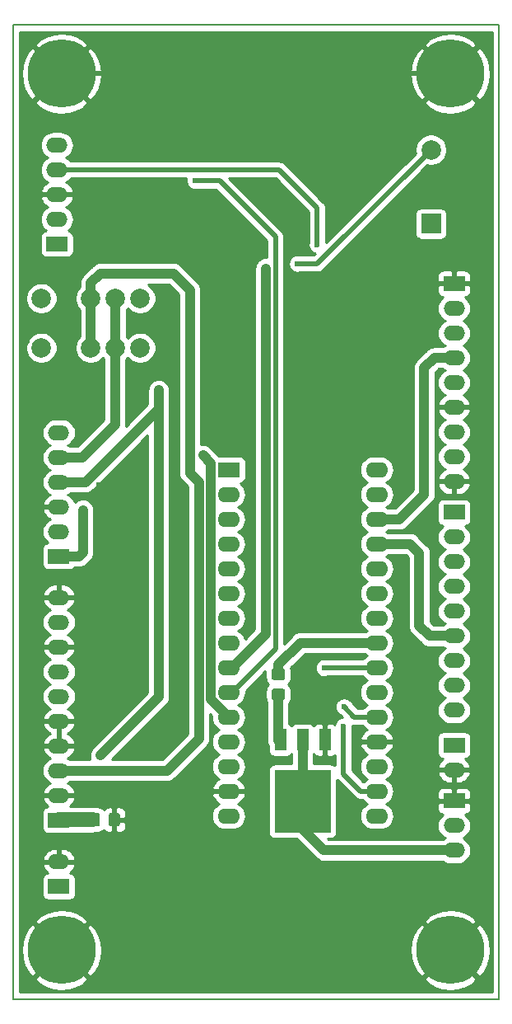
<source format=gbl>
G04 #@! TF.GenerationSoftware,KiCad,Pcbnew,(5.1.5)-3*
G04 #@! TF.CreationDate,2020-05-10T11:41:13+02:00*
G04 #@! TF.ProjectId,Mentor,4d656e74-6f72-42e6-9b69-6361645f7063,rev?*
G04 #@! TF.SameCoordinates,Original*
G04 #@! TF.FileFunction,Copper,L2,Bot*
G04 #@! TF.FilePolarity,Positive*
%FSLAX46Y46*%
G04 Gerber Fmt 4.6, Leading zero omitted, Abs format (unit mm)*
G04 Created by KiCad (PCBNEW (5.1.5)-3) date 2020-05-10 11:41:13*
%MOMM*%
%LPD*%
G04 APERTURE LIST*
%ADD10C,0.150000*%
%ADD11O,2.197100X1.524000*%
%ADD12R,2.197100X1.524000*%
%ADD13C,7.000000*%
%ADD14C,2.000000*%
%ADD15R,2.286000X1.574800*%
%ADD16O,2.286000X1.574800*%
%ADD17C,0.100000*%
%ADD18R,1.200000X2.200000*%
%ADD19R,5.800000X6.400000*%
%ADD20R,2.000000X2.000000*%
%ADD21C,0.600000*%
%ADD22C,0.500000*%
%ADD23C,1.500000*%
%ADD24C,1.000000*%
%ADD25C,0.250000*%
%ADD26C,0.254000*%
G04 APERTURE END LIST*
D10*
X92000000Y-26000000D02*
X92000000Y-126000000D01*
X42000000Y-126000000D02*
X42000000Y-26000000D01*
X42000000Y-26000000D02*
X92000000Y-26000000D01*
X42000000Y-126000000D02*
X92000000Y-126000000D01*
D11*
X87376200Y-70320000D03*
X87376200Y-67780000D03*
X87376200Y-62700000D03*
X87376200Y-60160000D03*
X87376200Y-57620000D03*
X87376200Y-72860000D03*
X87376200Y-65240000D03*
D12*
X87376200Y-52540000D03*
D11*
X87376200Y-55080000D03*
D13*
X87000000Y-31000000D03*
D12*
X46723800Y-114470000D03*
D11*
X46723800Y-111930000D03*
D14*
X44920000Y-59140000D03*
X44920000Y-54060000D03*
X50000000Y-59140000D03*
X50000000Y-54060000D03*
X52540000Y-59140000D03*
X55080000Y-59140000D03*
X55080000Y-54060000D03*
X52540000Y-54060000D03*
D15*
X64180000Y-71650000D03*
D16*
X64180000Y-74190000D03*
X64180000Y-76730000D03*
X64180000Y-79270000D03*
X64180000Y-81810000D03*
X64180000Y-84350000D03*
X64180000Y-86890000D03*
X64180000Y-89430000D03*
X64180000Y-91970000D03*
X64180000Y-94510000D03*
X64180000Y-97050000D03*
X64180000Y-99590000D03*
X64180000Y-102130000D03*
X64180000Y-104670000D03*
X64180000Y-107210000D03*
X79420000Y-107210000D03*
X79420000Y-104670000D03*
X79420000Y-102130000D03*
X79420000Y-99590000D03*
X79420000Y-97050000D03*
X79420000Y-94510000D03*
X79420000Y-91970000D03*
X79420000Y-89430000D03*
X79420000Y-86890000D03*
X79420000Y-84350000D03*
X79420000Y-81810000D03*
X79420000Y-79270000D03*
X79420000Y-76730000D03*
X79420000Y-74190000D03*
X79420000Y-71650000D03*
D11*
X46723800Y-72930000D03*
X46723800Y-75470000D03*
X46723800Y-67850000D03*
X46723800Y-70390000D03*
D12*
X46723800Y-80550000D03*
D11*
X46723800Y-78010000D03*
X46723800Y-87310000D03*
X46723800Y-89850000D03*
X46723800Y-92390000D03*
X46723800Y-97470000D03*
X46723800Y-100010000D03*
X46723800Y-102550000D03*
X46723800Y-84770000D03*
X46723800Y-94930000D03*
D12*
X46723800Y-107630000D03*
D11*
X46723800Y-105090000D03*
D12*
X87376200Y-99930000D03*
D11*
X87376200Y-102470000D03*
X87376200Y-110740000D03*
D12*
X87376200Y-105660000D03*
D11*
X87376200Y-108200000D03*
X87376200Y-93820000D03*
X87376200Y-91280000D03*
X87376200Y-86200000D03*
X87376200Y-83660000D03*
X87376200Y-81120000D03*
X87376200Y-96360000D03*
X87376200Y-88740000D03*
D12*
X87376200Y-76040000D03*
D11*
X87376200Y-78580000D03*
D13*
X47000000Y-31000000D03*
X47000000Y-121000000D03*
X87000000Y-121000000D03*
D11*
X46523800Y-43400000D03*
X46523800Y-38320000D03*
X46523800Y-40860000D03*
D12*
X46523800Y-48480000D03*
D11*
X46523800Y-45940000D03*
G04 #@! TA.AperFunction,SMDPad,CuDef*
D17*
G36*
X50724505Y-106901204D02*
G01*
X50748773Y-106904804D01*
X50772572Y-106910765D01*
X50795671Y-106919030D01*
X50817850Y-106929520D01*
X50838893Y-106942132D01*
X50858599Y-106956747D01*
X50876777Y-106973223D01*
X50893253Y-106991401D01*
X50907868Y-107011107D01*
X50920480Y-107032150D01*
X50930970Y-107054329D01*
X50939235Y-107077428D01*
X50945196Y-107101227D01*
X50948796Y-107125495D01*
X50950000Y-107149999D01*
X50950000Y-108050001D01*
X50948796Y-108074505D01*
X50945196Y-108098773D01*
X50939235Y-108122572D01*
X50930970Y-108145671D01*
X50920480Y-108167850D01*
X50907868Y-108188893D01*
X50893253Y-108208599D01*
X50876777Y-108226777D01*
X50858599Y-108243253D01*
X50838893Y-108257868D01*
X50817850Y-108270480D01*
X50795671Y-108280970D01*
X50772572Y-108289235D01*
X50748773Y-108295196D01*
X50724505Y-108298796D01*
X50700001Y-108300000D01*
X50049999Y-108300000D01*
X50025495Y-108298796D01*
X50001227Y-108295196D01*
X49977428Y-108289235D01*
X49954329Y-108280970D01*
X49932150Y-108270480D01*
X49911107Y-108257868D01*
X49891401Y-108243253D01*
X49873223Y-108226777D01*
X49856747Y-108208599D01*
X49842132Y-108188893D01*
X49829520Y-108167850D01*
X49819030Y-108145671D01*
X49810765Y-108122572D01*
X49804804Y-108098773D01*
X49801204Y-108074505D01*
X49800000Y-108050001D01*
X49800000Y-107149999D01*
X49801204Y-107125495D01*
X49804804Y-107101227D01*
X49810765Y-107077428D01*
X49819030Y-107054329D01*
X49829520Y-107032150D01*
X49842132Y-107011107D01*
X49856747Y-106991401D01*
X49873223Y-106973223D01*
X49891401Y-106956747D01*
X49911107Y-106942132D01*
X49932150Y-106929520D01*
X49954329Y-106919030D01*
X49977428Y-106910765D01*
X50001227Y-106904804D01*
X50025495Y-106901204D01*
X50049999Y-106900000D01*
X50700001Y-106900000D01*
X50724505Y-106901204D01*
G37*
G04 #@! TD.AperFunction*
G04 #@! TA.AperFunction,SMDPad,CuDef*
G36*
X52774505Y-106901204D02*
G01*
X52798773Y-106904804D01*
X52822572Y-106910765D01*
X52845671Y-106919030D01*
X52867850Y-106929520D01*
X52888893Y-106942132D01*
X52908599Y-106956747D01*
X52926777Y-106973223D01*
X52943253Y-106991401D01*
X52957868Y-107011107D01*
X52970480Y-107032150D01*
X52980970Y-107054329D01*
X52989235Y-107077428D01*
X52995196Y-107101227D01*
X52998796Y-107125495D01*
X53000000Y-107149999D01*
X53000000Y-108050001D01*
X52998796Y-108074505D01*
X52995196Y-108098773D01*
X52989235Y-108122572D01*
X52980970Y-108145671D01*
X52970480Y-108167850D01*
X52957868Y-108188893D01*
X52943253Y-108208599D01*
X52926777Y-108226777D01*
X52908599Y-108243253D01*
X52888893Y-108257868D01*
X52867850Y-108270480D01*
X52845671Y-108280970D01*
X52822572Y-108289235D01*
X52798773Y-108295196D01*
X52774505Y-108298796D01*
X52750001Y-108300000D01*
X52099999Y-108300000D01*
X52075495Y-108298796D01*
X52051227Y-108295196D01*
X52027428Y-108289235D01*
X52004329Y-108280970D01*
X51982150Y-108270480D01*
X51961107Y-108257868D01*
X51941401Y-108243253D01*
X51923223Y-108226777D01*
X51906747Y-108208599D01*
X51892132Y-108188893D01*
X51879520Y-108167850D01*
X51869030Y-108145671D01*
X51860765Y-108122572D01*
X51854804Y-108098773D01*
X51851204Y-108074505D01*
X51850000Y-108050001D01*
X51850000Y-107149999D01*
X51851204Y-107125495D01*
X51854804Y-107101227D01*
X51860765Y-107077428D01*
X51869030Y-107054329D01*
X51879520Y-107032150D01*
X51892132Y-107011107D01*
X51906747Y-106991401D01*
X51923223Y-106973223D01*
X51941401Y-106956747D01*
X51961107Y-106942132D01*
X51982150Y-106929520D01*
X52004329Y-106919030D01*
X52027428Y-106910765D01*
X52051227Y-106904804D01*
X52075495Y-106901204D01*
X52099999Y-106900000D01*
X52750001Y-106900000D01*
X52774505Y-106901204D01*
G37*
G04 #@! TD.AperFunction*
G04 #@! TA.AperFunction,SMDPad,CuDef*
G36*
X69774505Y-92101204D02*
G01*
X69798773Y-92104804D01*
X69822572Y-92110765D01*
X69845671Y-92119030D01*
X69867850Y-92129520D01*
X69888893Y-92142132D01*
X69908599Y-92156747D01*
X69926777Y-92173223D01*
X69943253Y-92191401D01*
X69957868Y-92211107D01*
X69970480Y-92232150D01*
X69980970Y-92254329D01*
X69989235Y-92277428D01*
X69995196Y-92301227D01*
X69998796Y-92325495D01*
X70000000Y-92349999D01*
X70000000Y-93000001D01*
X69998796Y-93024505D01*
X69995196Y-93048773D01*
X69989235Y-93072572D01*
X69980970Y-93095671D01*
X69970480Y-93117850D01*
X69957868Y-93138893D01*
X69943253Y-93158599D01*
X69926777Y-93176777D01*
X69908599Y-93193253D01*
X69888893Y-93207868D01*
X69867850Y-93220480D01*
X69845671Y-93230970D01*
X69822572Y-93239235D01*
X69798773Y-93245196D01*
X69774505Y-93248796D01*
X69750001Y-93250000D01*
X68849999Y-93250000D01*
X68825495Y-93248796D01*
X68801227Y-93245196D01*
X68777428Y-93239235D01*
X68754329Y-93230970D01*
X68732150Y-93220480D01*
X68711107Y-93207868D01*
X68691401Y-93193253D01*
X68673223Y-93176777D01*
X68656747Y-93158599D01*
X68642132Y-93138893D01*
X68629520Y-93117850D01*
X68619030Y-93095671D01*
X68610765Y-93072572D01*
X68604804Y-93048773D01*
X68601204Y-93024505D01*
X68600000Y-93000001D01*
X68600000Y-92349999D01*
X68601204Y-92325495D01*
X68604804Y-92301227D01*
X68610765Y-92277428D01*
X68619030Y-92254329D01*
X68629520Y-92232150D01*
X68642132Y-92211107D01*
X68656747Y-92191401D01*
X68673223Y-92173223D01*
X68691401Y-92156747D01*
X68711107Y-92142132D01*
X68732150Y-92129520D01*
X68754329Y-92119030D01*
X68777428Y-92110765D01*
X68801227Y-92104804D01*
X68825495Y-92101204D01*
X68849999Y-92100000D01*
X69750001Y-92100000D01*
X69774505Y-92101204D01*
G37*
G04 #@! TD.AperFunction*
G04 #@! TA.AperFunction,SMDPad,CuDef*
G36*
X69774505Y-94151204D02*
G01*
X69798773Y-94154804D01*
X69822572Y-94160765D01*
X69845671Y-94169030D01*
X69867850Y-94179520D01*
X69888893Y-94192132D01*
X69908599Y-94206747D01*
X69926777Y-94223223D01*
X69943253Y-94241401D01*
X69957868Y-94261107D01*
X69970480Y-94282150D01*
X69980970Y-94304329D01*
X69989235Y-94327428D01*
X69995196Y-94351227D01*
X69998796Y-94375495D01*
X70000000Y-94399999D01*
X70000000Y-95050001D01*
X69998796Y-95074505D01*
X69995196Y-95098773D01*
X69989235Y-95122572D01*
X69980970Y-95145671D01*
X69970480Y-95167850D01*
X69957868Y-95188893D01*
X69943253Y-95208599D01*
X69926777Y-95226777D01*
X69908599Y-95243253D01*
X69888893Y-95257868D01*
X69867850Y-95270480D01*
X69845671Y-95280970D01*
X69822572Y-95289235D01*
X69798773Y-95295196D01*
X69774505Y-95298796D01*
X69750001Y-95300000D01*
X68849999Y-95300000D01*
X68825495Y-95298796D01*
X68801227Y-95295196D01*
X68777428Y-95289235D01*
X68754329Y-95280970D01*
X68732150Y-95270480D01*
X68711107Y-95257868D01*
X68691401Y-95243253D01*
X68673223Y-95226777D01*
X68656747Y-95208599D01*
X68642132Y-95188893D01*
X68629520Y-95167850D01*
X68619030Y-95145671D01*
X68610765Y-95122572D01*
X68604804Y-95098773D01*
X68601204Y-95074505D01*
X68600000Y-95050001D01*
X68600000Y-94399999D01*
X68601204Y-94375495D01*
X68604804Y-94351227D01*
X68610765Y-94327428D01*
X68619030Y-94304329D01*
X68629520Y-94282150D01*
X68642132Y-94261107D01*
X68656747Y-94241401D01*
X68673223Y-94223223D01*
X68691401Y-94206747D01*
X68711107Y-94192132D01*
X68732150Y-94179520D01*
X68754329Y-94169030D01*
X68777428Y-94160765D01*
X68801227Y-94154804D01*
X68825495Y-94151204D01*
X68849999Y-94150000D01*
X69750001Y-94150000D01*
X69774505Y-94151204D01*
G37*
G04 #@! TD.AperFunction*
D18*
X69520000Y-99400000D03*
X71800000Y-99400000D03*
X74080000Y-99400000D03*
D19*
X71800000Y-105700000D03*
D20*
X85000000Y-46400000D03*
D14*
X85000000Y-38800000D03*
D21*
X71250000Y-50500000D03*
X51000000Y-101000000D03*
X51600000Y-100400000D03*
X52200000Y-99800000D03*
X57000000Y-63500000D03*
X56200000Y-115000000D03*
X63271876Y-116149990D03*
X59993672Y-116149990D03*
X57200000Y-98200008D03*
X58999996Y-68200000D03*
X50810066Y-73210066D03*
X59050000Y-93200004D03*
X59050000Y-73200000D03*
X59049994Y-78200000D03*
X59050000Y-83200000D03*
X59050000Y-88200000D03*
X65050000Y-114200000D03*
X50800000Y-78200000D03*
X50800000Y-83200000D03*
X50800000Y-88200000D03*
X50800000Y-93200000D03*
X50800000Y-98200000D03*
X71000000Y-95000000D03*
X71000000Y-97000000D03*
X73000000Y-93000000D03*
X73000000Y-95000000D03*
X81500000Y-102500000D03*
X83000000Y-102500000D03*
X83000000Y-104000000D03*
X83000000Y-105500000D03*
X83000000Y-107000000D03*
X81500000Y-107000000D03*
X81500000Y-105500000D03*
X81500000Y-104000000D03*
X90000000Y-35000000D03*
X90000000Y-38000000D03*
X90000000Y-41000000D03*
X90000000Y-44000000D03*
X90000000Y-47000000D03*
X90000000Y-50000000D03*
X90000000Y-53000000D03*
X90000000Y-56000000D03*
X90000000Y-59000000D03*
X90000000Y-62000000D03*
X90000000Y-65000000D03*
X90000000Y-68000000D03*
X90000000Y-71000000D03*
X90000000Y-74000000D03*
X90000000Y-77000000D03*
X90000000Y-80000000D03*
X90000000Y-83000000D03*
X90000000Y-86000000D03*
X90000000Y-89000000D03*
X90000000Y-92000000D03*
X90000000Y-95000000D03*
X90000000Y-98000000D03*
X90000000Y-101000000D03*
X90000000Y-104000000D03*
X90000000Y-107000000D03*
X90000000Y-110000000D03*
X90000000Y-113000000D03*
X90000000Y-116000000D03*
X43500001Y-34499999D03*
X43500001Y-37499999D03*
X43500001Y-40499999D03*
X43500001Y-43499999D03*
X43500001Y-46499999D03*
X43500001Y-49499999D03*
X43500001Y-52499999D03*
X43500001Y-55499999D03*
X43500001Y-58499999D03*
X43500001Y-61499999D03*
X43500001Y-64499999D03*
X43500001Y-67499999D03*
X43500001Y-70499999D03*
X43500001Y-73499999D03*
X43500001Y-76499999D03*
X43500001Y-79499999D03*
X43500001Y-82499999D03*
X43500001Y-85499999D03*
X43500001Y-88499999D03*
X43500001Y-91499999D03*
X43500001Y-94499999D03*
X43500001Y-97499999D03*
X43500001Y-100499999D03*
X43500001Y-103499999D03*
X43500001Y-106499999D03*
X43500001Y-109499999D03*
X43500001Y-112499999D03*
X43500001Y-115499999D03*
X52000000Y-123000000D03*
X55000000Y-123000000D03*
X58000000Y-123000000D03*
X61000000Y-123000000D03*
X64000000Y-123000000D03*
X67000000Y-123000000D03*
X70000000Y-123000000D03*
X73000000Y-123000000D03*
X76000000Y-123000000D03*
X79000000Y-123000000D03*
X82000000Y-123000000D03*
X52000000Y-28000000D03*
X55000000Y-28000000D03*
X58000000Y-28000000D03*
X61000000Y-28000000D03*
X64000000Y-28000000D03*
X67000000Y-28000000D03*
X70000000Y-28000000D03*
X73000000Y-28000000D03*
X76000000Y-28000000D03*
X79000000Y-28000000D03*
X82000000Y-28000000D03*
X49200000Y-75800000D03*
X61550000Y-70200000D03*
X74000000Y-92000000D03*
X73300001Y-48550001D03*
X76000000Y-98000000D03*
X68000000Y-51000000D03*
X60750000Y-42000000D03*
X76061719Y-96001043D03*
D22*
X73300000Y-50500000D02*
X85000000Y-38800000D01*
X71250000Y-50500000D02*
X73300000Y-50500000D01*
D23*
X50150000Y-107600000D02*
X46753800Y-107600000D01*
X46753800Y-107600000D02*
X46723800Y-107630000D01*
D24*
X49470000Y-72930000D02*
X46723800Y-72930000D01*
X51600000Y-100400000D02*
X51000000Y-101000000D01*
X52200000Y-99800000D02*
X51600000Y-100400000D01*
X57000000Y-65400000D02*
X57000000Y-95000000D01*
X57000000Y-95000000D02*
X52200000Y-99800000D01*
X57000000Y-65400000D02*
X49470000Y-72930000D01*
X57000000Y-63500000D02*
X57000000Y-65400000D01*
D25*
X56499999Y-115299999D02*
X56200000Y-115000000D01*
X57349990Y-116149990D02*
X56499999Y-115299999D01*
X59993672Y-116149990D02*
X57349990Y-116149990D01*
X65050000Y-114200000D02*
X63271876Y-115978124D01*
X63271876Y-115978124D02*
X63271876Y-116149990D01*
X87376200Y-72860000D02*
X87140000Y-72860000D01*
D22*
X44925250Y-43400000D02*
X46523800Y-43400000D01*
X43500001Y-34499999D02*
X43500001Y-34499999D01*
X43500001Y-41974751D02*
X44925250Y-43400000D01*
X47000000Y-31000000D02*
X43500001Y-34499999D01*
X51949747Y-31000000D02*
X87000000Y-31000000D01*
X47000000Y-31000000D02*
X51949747Y-31000000D01*
X74080000Y-97800000D02*
X74080000Y-99400000D01*
X73280000Y-97000000D02*
X74080000Y-97800000D01*
X71000000Y-97000000D02*
X73000000Y-97000000D01*
X73000000Y-97000000D02*
X73000000Y-95000000D01*
X73000000Y-97000000D02*
X73280000Y-97000000D01*
X73000000Y-95000000D02*
X73000000Y-93000000D01*
X73000000Y-95000000D02*
X71000000Y-95000000D01*
X43500001Y-34499999D02*
X43500001Y-41974751D01*
D24*
X52540000Y-54060000D02*
X52540000Y-59140000D01*
X52500000Y-67000000D02*
X49110000Y-70390000D01*
X52540000Y-59140000D02*
X52500000Y-59180000D01*
X49110000Y-70390000D02*
X46723800Y-70390000D01*
X52500000Y-59180000D02*
X52500000Y-67000000D01*
X49200000Y-80172350D02*
X49200000Y-75800000D01*
X46723800Y-80550000D02*
X48822350Y-80550000D01*
X48822350Y-80550000D02*
X49200000Y-80172350D01*
X87376200Y-60160000D02*
X85340000Y-60160000D01*
X81770000Y-76730000D02*
X79420000Y-76730000D01*
X84300000Y-74200000D02*
X81770000Y-76730000D01*
X84300000Y-61200000D02*
X84300000Y-74200000D01*
X85340000Y-60160000D02*
X84300000Y-61200000D01*
X50000000Y-54060000D02*
X50000000Y-59140000D01*
X61136979Y-72936979D02*
X61136979Y-99263021D01*
X50000000Y-52500000D02*
X51000000Y-51500000D01*
X60200000Y-72000000D02*
X61136979Y-72936979D01*
X50000000Y-54060000D02*
X50000000Y-52500000D01*
X57850000Y-102550000D02*
X46723800Y-102550000D01*
X51000000Y-51500000D02*
X58500000Y-51500000D01*
X61136979Y-99263021D02*
X57850000Y-102550000D01*
X60200000Y-53200000D02*
X60200000Y-72000000D01*
X58500000Y-51500000D02*
X60200000Y-53200000D01*
X71800000Y-99425000D02*
X71800000Y-108575000D01*
X87376200Y-110740000D02*
X73965000Y-110740000D01*
X73965000Y-110740000D02*
X71800000Y-108575000D01*
X79420000Y-79270000D02*
X82870000Y-79270000D01*
X82870000Y-79270000D02*
X83800000Y-80200000D01*
X83800000Y-80200000D02*
X83800000Y-87700000D01*
X83800000Y-87700000D02*
X84840000Y-88740000D01*
X84840000Y-88740000D02*
X87376200Y-88740000D01*
X62336990Y-70986990D02*
X62336990Y-95206990D01*
X61550000Y-70200000D02*
X62336990Y-70986990D01*
X62336990Y-95206990D02*
X64180000Y-97050000D01*
X69260000Y-99425000D02*
X69260000Y-95090000D01*
X69260000Y-95090000D02*
X69300000Y-95050000D01*
X79420000Y-89430000D02*
X71570000Y-89430000D01*
X71570000Y-89430000D02*
X69300000Y-91700000D01*
X69300000Y-91700000D02*
X69300000Y-92350000D01*
D22*
X74030000Y-91970000D02*
X74000000Y-92000000D01*
X79420000Y-91970000D02*
X74030000Y-91970000D01*
X73300001Y-48550001D02*
X73300001Y-44800001D01*
X69360000Y-40860000D02*
X46523800Y-40860000D01*
X73300001Y-44800001D02*
X69360000Y-40860000D01*
X79420000Y-104670000D02*
X77777000Y-104670000D01*
X76000000Y-98424264D02*
X76000000Y-98000000D01*
X77777000Y-104670000D02*
X76000000Y-102893000D01*
X76000000Y-102893000D02*
X76000000Y-98424264D01*
D24*
X64535600Y-91970000D02*
X68000000Y-88505600D01*
X64180000Y-91970000D02*
X64535600Y-91970000D01*
X68000000Y-88505600D02*
X68000000Y-51000000D01*
D22*
X64535600Y-94510000D02*
X64180000Y-94510000D01*
X69000000Y-47750000D02*
X69000000Y-90045600D01*
X63250000Y-42000000D02*
X69000000Y-47750000D01*
X69000000Y-90045600D02*
X64535600Y-94510000D01*
X60750000Y-42000000D02*
X63250000Y-42000000D01*
X77110676Y-97050000D02*
X76061719Y-96001043D01*
X79420000Y-97050000D02*
X77110676Y-97050000D01*
D26*
G36*
X91290001Y-125290000D02*
G01*
X42710000Y-125290000D01*
X42710000Y-123914155D01*
X44265450Y-123914155D01*
X44661634Y-124434550D01*
X45376612Y-124824748D01*
X46153976Y-125067964D01*
X46963853Y-125154851D01*
X47775118Y-125082069D01*
X48556597Y-124852415D01*
X49278256Y-124474715D01*
X49338366Y-124434550D01*
X49734550Y-123914155D01*
X84265450Y-123914155D01*
X84661634Y-124434550D01*
X85376612Y-124824748D01*
X86153976Y-125067964D01*
X86963853Y-125154851D01*
X87775118Y-125082069D01*
X88556597Y-124852415D01*
X89278256Y-124474715D01*
X89338366Y-124434550D01*
X89734550Y-123914155D01*
X87000000Y-121179605D01*
X84265450Y-123914155D01*
X49734550Y-123914155D01*
X47000000Y-121179605D01*
X44265450Y-123914155D01*
X42710000Y-123914155D01*
X42710000Y-120963853D01*
X42845149Y-120963853D01*
X42917931Y-121775118D01*
X43147585Y-122556597D01*
X43525285Y-123278256D01*
X43565450Y-123338366D01*
X44085845Y-123734550D01*
X46820395Y-121000000D01*
X47179605Y-121000000D01*
X49914155Y-123734550D01*
X50434550Y-123338366D01*
X50824748Y-122623388D01*
X51067964Y-121846024D01*
X51154851Y-121036147D01*
X51148366Y-120963853D01*
X82845149Y-120963853D01*
X82917931Y-121775118D01*
X83147585Y-122556597D01*
X83525285Y-123278256D01*
X83565450Y-123338366D01*
X84085845Y-123734550D01*
X86820395Y-121000000D01*
X87179605Y-121000000D01*
X89914155Y-123734550D01*
X90434550Y-123338366D01*
X90824748Y-122623388D01*
X91067964Y-121846024D01*
X91154851Y-121036147D01*
X91082069Y-120224882D01*
X90852415Y-119443403D01*
X90474715Y-118721744D01*
X90434550Y-118661634D01*
X89914155Y-118265450D01*
X87179605Y-121000000D01*
X86820395Y-121000000D01*
X84085845Y-118265450D01*
X83565450Y-118661634D01*
X83175252Y-119376612D01*
X82932036Y-120153976D01*
X82845149Y-120963853D01*
X51148366Y-120963853D01*
X51082069Y-120224882D01*
X50852415Y-119443403D01*
X50474715Y-118721744D01*
X50434550Y-118661634D01*
X49914155Y-118265450D01*
X47179605Y-121000000D01*
X46820395Y-121000000D01*
X44085845Y-118265450D01*
X43565450Y-118661634D01*
X43175252Y-119376612D01*
X42932036Y-120153976D01*
X42845149Y-120963853D01*
X42710000Y-120963853D01*
X42710000Y-118085845D01*
X44265450Y-118085845D01*
X47000000Y-120820395D01*
X49734550Y-118085845D01*
X84265450Y-118085845D01*
X87000000Y-120820395D01*
X89734550Y-118085845D01*
X89338366Y-117565450D01*
X88623388Y-117175252D01*
X87846024Y-116932036D01*
X87036147Y-116845149D01*
X86224882Y-116917931D01*
X85443403Y-117147585D01*
X84721744Y-117525285D01*
X84661634Y-117565450D01*
X84265450Y-118085845D01*
X49734550Y-118085845D01*
X49338366Y-117565450D01*
X48623388Y-117175252D01*
X47846024Y-116932036D01*
X47036147Y-116845149D01*
X46224882Y-116917931D01*
X45443403Y-117147585D01*
X44721744Y-117525285D01*
X44661634Y-117565450D01*
X44265450Y-118085845D01*
X42710000Y-118085845D01*
X42710000Y-113708000D01*
X44987178Y-113708000D01*
X44987178Y-115232000D01*
X44999438Y-115356482D01*
X45035748Y-115476180D01*
X45094713Y-115586494D01*
X45174065Y-115683185D01*
X45270756Y-115762537D01*
X45381070Y-115821502D01*
X45500768Y-115857812D01*
X45625250Y-115870072D01*
X47822350Y-115870072D01*
X47946832Y-115857812D01*
X48066530Y-115821502D01*
X48176844Y-115762537D01*
X48273535Y-115683185D01*
X48352887Y-115586494D01*
X48411852Y-115476180D01*
X48448162Y-115356482D01*
X48460422Y-115232000D01*
X48460422Y-113708000D01*
X48448162Y-113583518D01*
X48411852Y-113463820D01*
X48352887Y-113353506D01*
X48273535Y-113256815D01*
X48176844Y-113177463D01*
X48066530Y-113118498D01*
X47946832Y-113082188D01*
X47861754Y-113073809D01*
X47942079Y-113021006D01*
X48137982Y-112828026D01*
X48292472Y-112600535D01*
X48399612Y-112347276D01*
X48414570Y-112273070D01*
X48292070Y-112057000D01*
X46850800Y-112057000D01*
X46850800Y-112077000D01*
X46596800Y-112077000D01*
X46596800Y-112057000D01*
X45155530Y-112057000D01*
X45033030Y-112273070D01*
X45047988Y-112347276D01*
X45155128Y-112600535D01*
X45309618Y-112828026D01*
X45505521Y-113021006D01*
X45585846Y-113073809D01*
X45500768Y-113082188D01*
X45381070Y-113118498D01*
X45270756Y-113177463D01*
X45174065Y-113256815D01*
X45094713Y-113353506D01*
X45035748Y-113463820D01*
X44999438Y-113583518D01*
X44987178Y-113708000D01*
X42710000Y-113708000D01*
X42710000Y-111586930D01*
X45033030Y-111586930D01*
X45155530Y-111803000D01*
X46596800Y-111803000D01*
X46596800Y-110533000D01*
X46850800Y-110533000D01*
X46850800Y-111803000D01*
X48292070Y-111803000D01*
X48414570Y-111586930D01*
X48399612Y-111512724D01*
X48292472Y-111259465D01*
X48137982Y-111031974D01*
X47942079Y-110838994D01*
X47712292Y-110687941D01*
X47457451Y-110584619D01*
X47187350Y-110533000D01*
X46850800Y-110533000D01*
X46596800Y-110533000D01*
X46260250Y-110533000D01*
X45990149Y-110584619D01*
X45735308Y-110687941D01*
X45505521Y-110838994D01*
X45309618Y-111031974D01*
X45155128Y-111259465D01*
X45047988Y-111512724D01*
X45033030Y-111586930D01*
X42710000Y-111586930D01*
X42710000Y-106868000D01*
X44987178Y-106868000D01*
X44987178Y-108392000D01*
X44999438Y-108516482D01*
X45035748Y-108636180D01*
X45094713Y-108746494D01*
X45174065Y-108843185D01*
X45270756Y-108922537D01*
X45381070Y-108981502D01*
X45500768Y-109017812D01*
X45625250Y-109030072D01*
X47822350Y-109030072D01*
X47946832Y-109017812D01*
X48054999Y-108985000D01*
X50218037Y-108985000D01*
X50421507Y-108964960D01*
X50510145Y-108938072D01*
X50700001Y-108938072D01*
X50873255Y-108921008D01*
X51039851Y-108870472D01*
X51193387Y-108788405D01*
X51327962Y-108677962D01*
X51333342Y-108671406D01*
X51398815Y-108751185D01*
X51495506Y-108830537D01*
X51605820Y-108889502D01*
X51725518Y-108925812D01*
X51850000Y-108938072D01*
X52139250Y-108935000D01*
X52298000Y-108776250D01*
X52298000Y-107727000D01*
X52552000Y-107727000D01*
X52552000Y-108776250D01*
X52710750Y-108935000D01*
X53000000Y-108938072D01*
X53124482Y-108925812D01*
X53244180Y-108889502D01*
X53354494Y-108830537D01*
X53451185Y-108751185D01*
X53530537Y-108654494D01*
X53589502Y-108544180D01*
X53625812Y-108424482D01*
X53638072Y-108300000D01*
X53635000Y-107885750D01*
X53476250Y-107727000D01*
X52552000Y-107727000D01*
X52298000Y-107727000D01*
X52278000Y-107727000D01*
X52278000Y-107473000D01*
X52298000Y-107473000D01*
X52298000Y-106423750D01*
X52552000Y-106423750D01*
X52552000Y-107473000D01*
X53476250Y-107473000D01*
X53635000Y-107314250D01*
X53635773Y-107210000D01*
X62395118Y-107210000D01*
X62422581Y-107488839D01*
X62503916Y-107756963D01*
X62635995Y-108004067D01*
X62813745Y-108220655D01*
X63030333Y-108398405D01*
X63277437Y-108530484D01*
X63545561Y-108611819D01*
X63754525Y-108632400D01*
X64605475Y-108632400D01*
X64814439Y-108611819D01*
X65082563Y-108530484D01*
X65329667Y-108398405D01*
X65546255Y-108220655D01*
X65724005Y-108004067D01*
X65856084Y-107756963D01*
X65937419Y-107488839D01*
X65964882Y-107210000D01*
X65937419Y-106931161D01*
X65856084Y-106663037D01*
X65724005Y-106415933D01*
X65546255Y-106199345D01*
X65329667Y-106021595D01*
X65180955Y-105942107D01*
X65197262Y-105935526D01*
X65431440Y-105782125D01*
X65631192Y-105585986D01*
X65788841Y-105354646D01*
X65898328Y-105096996D01*
X65915010Y-105017060D01*
X65792852Y-104797000D01*
X64307000Y-104797000D01*
X64307000Y-104817000D01*
X64053000Y-104817000D01*
X64053000Y-104797000D01*
X62567148Y-104797000D01*
X62444990Y-105017060D01*
X62461672Y-105096996D01*
X62571159Y-105354646D01*
X62728808Y-105585986D01*
X62928560Y-105782125D01*
X63162738Y-105935526D01*
X63179045Y-105942107D01*
X63030333Y-106021595D01*
X62813745Y-106199345D01*
X62635995Y-106415933D01*
X62503916Y-106663037D01*
X62422581Y-106931161D01*
X62395118Y-107210000D01*
X53635773Y-107210000D01*
X53638072Y-106900000D01*
X53625812Y-106775518D01*
X53589502Y-106655820D01*
X53530537Y-106545506D01*
X53451185Y-106448815D01*
X53354494Y-106369463D01*
X53244180Y-106310498D01*
X53124482Y-106274188D01*
X53000000Y-106261928D01*
X52710750Y-106265000D01*
X52552000Y-106423750D01*
X52298000Y-106423750D01*
X52139250Y-106265000D01*
X51850000Y-106261928D01*
X51725518Y-106274188D01*
X51605820Y-106310498D01*
X51495506Y-106369463D01*
X51398815Y-106448815D01*
X51333342Y-106528594D01*
X51327962Y-106522038D01*
X51193387Y-106411595D01*
X51039851Y-106329528D01*
X50873255Y-106278992D01*
X50700001Y-106261928D01*
X50510145Y-106261928D01*
X50421507Y-106235040D01*
X50218037Y-106215000D01*
X47890366Y-106215000D01*
X47942079Y-106181006D01*
X48137982Y-105988026D01*
X48292472Y-105760535D01*
X48399612Y-105507276D01*
X48414570Y-105433070D01*
X48292070Y-105217000D01*
X46850800Y-105217000D01*
X46850800Y-105237000D01*
X46596800Y-105237000D01*
X46596800Y-105217000D01*
X45155530Y-105217000D01*
X45033030Y-105433070D01*
X45047988Y-105507276D01*
X45155128Y-105760535D01*
X45309618Y-105988026D01*
X45505521Y-106181006D01*
X45585846Y-106233809D01*
X45500768Y-106242188D01*
X45381070Y-106278498D01*
X45270756Y-106337463D01*
X45174065Y-106416815D01*
X45094713Y-106513506D01*
X45035748Y-106623820D01*
X44999438Y-106743518D01*
X44987178Y-106868000D01*
X42710000Y-106868000D01*
X42710000Y-97813070D01*
X45033030Y-97813070D01*
X45047988Y-97887276D01*
X45155128Y-98140535D01*
X45309618Y-98368026D01*
X45505521Y-98561006D01*
X45735308Y-98712059D01*
X45804224Y-98740000D01*
X45735308Y-98767941D01*
X45505521Y-98918994D01*
X45309618Y-99111974D01*
X45155128Y-99339465D01*
X45047988Y-99592724D01*
X45033030Y-99666930D01*
X45155530Y-99883000D01*
X46596800Y-99883000D01*
X46596800Y-97597000D01*
X46850800Y-97597000D01*
X46850800Y-99883000D01*
X48292070Y-99883000D01*
X48414570Y-99666930D01*
X48399612Y-99592724D01*
X48292472Y-99339465D01*
X48137982Y-99111974D01*
X47942079Y-98918994D01*
X47712292Y-98767941D01*
X47643376Y-98740000D01*
X47712292Y-98712059D01*
X47942079Y-98561006D01*
X48137982Y-98368026D01*
X48292472Y-98140535D01*
X48399612Y-97887276D01*
X48414570Y-97813070D01*
X48292070Y-97597000D01*
X46850800Y-97597000D01*
X46596800Y-97597000D01*
X45155530Y-97597000D01*
X45033030Y-97813070D01*
X42710000Y-97813070D01*
X42710000Y-92390000D01*
X44983491Y-92390000D01*
X45010464Y-92663860D01*
X45090346Y-92927195D01*
X45220067Y-93169887D01*
X45394642Y-93382608D01*
X45607363Y-93557183D01*
X45799721Y-93660000D01*
X45607363Y-93762817D01*
X45394642Y-93937392D01*
X45220067Y-94150113D01*
X45090346Y-94392805D01*
X45010464Y-94656140D01*
X44983491Y-94930000D01*
X45010464Y-95203860D01*
X45090346Y-95467195D01*
X45220067Y-95709887D01*
X45394642Y-95922608D01*
X45607363Y-96097183D01*
X45801663Y-96201038D01*
X45735308Y-96227941D01*
X45505521Y-96378994D01*
X45309618Y-96571974D01*
X45155128Y-96799465D01*
X45047988Y-97052724D01*
X45033030Y-97126930D01*
X45155530Y-97343000D01*
X46596800Y-97343000D01*
X46596800Y-97323000D01*
X46850800Y-97323000D01*
X46850800Y-97343000D01*
X48292070Y-97343000D01*
X48414570Y-97126930D01*
X48399612Y-97052724D01*
X48292472Y-96799465D01*
X48137982Y-96571974D01*
X47942079Y-96378994D01*
X47712292Y-96227941D01*
X47645937Y-96201038D01*
X47840237Y-96097183D01*
X48052958Y-95922608D01*
X48227533Y-95709887D01*
X48357254Y-95467195D01*
X48437136Y-95203860D01*
X48464109Y-94930000D01*
X48437136Y-94656140D01*
X48357254Y-94392805D01*
X48227533Y-94150113D01*
X48052958Y-93937392D01*
X47840237Y-93762817D01*
X47647879Y-93660000D01*
X47840237Y-93557183D01*
X48052958Y-93382608D01*
X48227533Y-93169887D01*
X48357254Y-92927195D01*
X48437136Y-92663860D01*
X48464109Y-92390000D01*
X48437136Y-92116140D01*
X48357254Y-91852805D01*
X48227533Y-91610113D01*
X48052958Y-91397392D01*
X47840237Y-91222817D01*
X47645937Y-91118962D01*
X47712292Y-91092059D01*
X47942079Y-90941006D01*
X48137982Y-90748026D01*
X48292472Y-90520535D01*
X48399612Y-90267276D01*
X48414570Y-90193070D01*
X48292070Y-89977000D01*
X46850800Y-89977000D01*
X46850800Y-89997000D01*
X46596800Y-89997000D01*
X46596800Y-89977000D01*
X45155530Y-89977000D01*
X45033030Y-90193070D01*
X45047988Y-90267276D01*
X45155128Y-90520535D01*
X45309618Y-90748026D01*
X45505521Y-90941006D01*
X45735308Y-91092059D01*
X45801663Y-91118962D01*
X45607363Y-91222817D01*
X45394642Y-91397392D01*
X45220067Y-91610113D01*
X45090346Y-91852805D01*
X45010464Y-92116140D01*
X44983491Y-92390000D01*
X42710000Y-92390000D01*
X42710000Y-87310000D01*
X44983491Y-87310000D01*
X45010464Y-87583860D01*
X45090346Y-87847195D01*
X45220067Y-88089887D01*
X45394642Y-88302608D01*
X45607363Y-88477183D01*
X45801663Y-88581038D01*
X45735308Y-88607941D01*
X45505521Y-88758994D01*
X45309618Y-88951974D01*
X45155128Y-89179465D01*
X45047988Y-89432724D01*
X45033030Y-89506930D01*
X45155530Y-89723000D01*
X46596800Y-89723000D01*
X46596800Y-89703000D01*
X46850800Y-89703000D01*
X46850800Y-89723000D01*
X48292070Y-89723000D01*
X48414570Y-89506930D01*
X48399612Y-89432724D01*
X48292472Y-89179465D01*
X48137982Y-88951974D01*
X47942079Y-88758994D01*
X47712292Y-88607941D01*
X47645937Y-88581038D01*
X47840237Y-88477183D01*
X48052958Y-88302608D01*
X48227533Y-88089887D01*
X48357254Y-87847195D01*
X48437136Y-87583860D01*
X48464109Y-87310000D01*
X48437136Y-87036140D01*
X48357254Y-86772805D01*
X48227533Y-86530113D01*
X48052958Y-86317392D01*
X47840237Y-86142817D01*
X47645937Y-86038962D01*
X47712292Y-86012059D01*
X47942079Y-85861006D01*
X48137982Y-85668026D01*
X48292472Y-85440535D01*
X48399612Y-85187276D01*
X48414570Y-85113070D01*
X48292070Y-84897000D01*
X46850800Y-84897000D01*
X46850800Y-84917000D01*
X46596800Y-84917000D01*
X46596800Y-84897000D01*
X45155530Y-84897000D01*
X45033030Y-85113070D01*
X45047988Y-85187276D01*
X45155128Y-85440535D01*
X45309618Y-85668026D01*
X45505521Y-85861006D01*
X45735308Y-86012059D01*
X45801663Y-86038962D01*
X45607363Y-86142817D01*
X45394642Y-86317392D01*
X45220067Y-86530113D01*
X45090346Y-86772805D01*
X45010464Y-87036140D01*
X44983491Y-87310000D01*
X42710000Y-87310000D01*
X42710000Y-84426930D01*
X45033030Y-84426930D01*
X45155530Y-84643000D01*
X46596800Y-84643000D01*
X46596800Y-83373000D01*
X46850800Y-83373000D01*
X46850800Y-84643000D01*
X48292070Y-84643000D01*
X48414570Y-84426930D01*
X48399612Y-84352724D01*
X48292472Y-84099465D01*
X48137982Y-83871974D01*
X47942079Y-83678994D01*
X47712292Y-83527941D01*
X47457451Y-83424619D01*
X47187350Y-83373000D01*
X46850800Y-83373000D01*
X46596800Y-83373000D01*
X46260250Y-83373000D01*
X45990149Y-83424619D01*
X45735308Y-83527941D01*
X45505521Y-83678994D01*
X45309618Y-83871974D01*
X45155128Y-84099465D01*
X45047988Y-84352724D01*
X45033030Y-84426930D01*
X42710000Y-84426930D01*
X42710000Y-58978967D01*
X43285000Y-58978967D01*
X43285000Y-59301033D01*
X43347832Y-59616912D01*
X43471082Y-59914463D01*
X43650013Y-60182252D01*
X43877748Y-60409987D01*
X44145537Y-60588918D01*
X44443088Y-60712168D01*
X44758967Y-60775000D01*
X45081033Y-60775000D01*
X45396912Y-60712168D01*
X45694463Y-60588918D01*
X45962252Y-60409987D01*
X46189987Y-60182252D01*
X46368918Y-59914463D01*
X46492168Y-59616912D01*
X46555000Y-59301033D01*
X46555000Y-58978967D01*
X46492168Y-58663088D01*
X46368918Y-58365537D01*
X46189987Y-58097748D01*
X45962252Y-57870013D01*
X45694463Y-57691082D01*
X45396912Y-57567832D01*
X45081033Y-57505000D01*
X44758967Y-57505000D01*
X44443088Y-57567832D01*
X44145537Y-57691082D01*
X43877748Y-57870013D01*
X43650013Y-58097748D01*
X43471082Y-58365537D01*
X43347832Y-58663088D01*
X43285000Y-58978967D01*
X42710000Y-58978967D01*
X42710000Y-53898967D01*
X43285000Y-53898967D01*
X43285000Y-54221033D01*
X43347832Y-54536912D01*
X43471082Y-54834463D01*
X43650013Y-55102252D01*
X43877748Y-55329987D01*
X44145537Y-55508918D01*
X44443088Y-55632168D01*
X44758967Y-55695000D01*
X45081033Y-55695000D01*
X45396912Y-55632168D01*
X45694463Y-55508918D01*
X45962252Y-55329987D01*
X46189987Y-55102252D01*
X46368918Y-54834463D01*
X46492168Y-54536912D01*
X46555000Y-54221033D01*
X46555000Y-53898967D01*
X46492168Y-53583088D01*
X46368918Y-53285537D01*
X46189987Y-53017748D01*
X45962252Y-52790013D01*
X45694463Y-52611082D01*
X45396912Y-52487832D01*
X45081033Y-52425000D01*
X44758967Y-52425000D01*
X44443088Y-52487832D01*
X44145537Y-52611082D01*
X43877748Y-52790013D01*
X43650013Y-53017748D01*
X43471082Y-53285537D01*
X43347832Y-53583088D01*
X43285000Y-53898967D01*
X42710000Y-53898967D01*
X42710000Y-45940000D01*
X44783491Y-45940000D01*
X44810464Y-46213860D01*
X44890346Y-46477195D01*
X45020067Y-46719887D01*
X45194642Y-46932608D01*
X45379628Y-47084421D01*
X45300768Y-47092188D01*
X45181070Y-47128498D01*
X45070756Y-47187463D01*
X44974065Y-47266815D01*
X44894713Y-47363506D01*
X44835748Y-47473820D01*
X44799438Y-47593518D01*
X44787178Y-47718000D01*
X44787178Y-49242000D01*
X44799438Y-49366482D01*
X44835748Y-49486180D01*
X44894713Y-49596494D01*
X44974065Y-49693185D01*
X45070756Y-49772537D01*
X45181070Y-49831502D01*
X45300768Y-49867812D01*
X45425250Y-49880072D01*
X47622350Y-49880072D01*
X47746832Y-49867812D01*
X47866530Y-49831502D01*
X47976844Y-49772537D01*
X48073535Y-49693185D01*
X48152887Y-49596494D01*
X48211852Y-49486180D01*
X48248162Y-49366482D01*
X48260422Y-49242000D01*
X48260422Y-47718000D01*
X48248162Y-47593518D01*
X48211852Y-47473820D01*
X48152887Y-47363506D01*
X48073535Y-47266815D01*
X47976844Y-47187463D01*
X47866530Y-47128498D01*
X47746832Y-47092188D01*
X47667972Y-47084421D01*
X47852958Y-46932608D01*
X48027533Y-46719887D01*
X48157254Y-46477195D01*
X48237136Y-46213860D01*
X48264109Y-45940000D01*
X48237136Y-45666140D01*
X48157254Y-45402805D01*
X48027533Y-45160113D01*
X47852958Y-44947392D01*
X47640237Y-44772817D01*
X47445937Y-44668962D01*
X47512292Y-44642059D01*
X47742079Y-44491006D01*
X47937982Y-44298026D01*
X48092472Y-44070535D01*
X48199612Y-43817276D01*
X48214570Y-43743070D01*
X48092070Y-43527000D01*
X46650800Y-43527000D01*
X46650800Y-43547000D01*
X46396800Y-43547000D01*
X46396800Y-43527000D01*
X44955530Y-43527000D01*
X44833030Y-43743070D01*
X44847988Y-43817276D01*
X44955128Y-44070535D01*
X45109618Y-44298026D01*
X45305521Y-44491006D01*
X45535308Y-44642059D01*
X45601663Y-44668962D01*
X45407363Y-44772817D01*
X45194642Y-44947392D01*
X45020067Y-45160113D01*
X44890346Y-45402805D01*
X44810464Y-45666140D01*
X44783491Y-45940000D01*
X42710000Y-45940000D01*
X42710000Y-38320000D01*
X44783491Y-38320000D01*
X44810464Y-38593860D01*
X44890346Y-38857195D01*
X45020067Y-39099887D01*
X45194642Y-39312608D01*
X45407363Y-39487183D01*
X45599721Y-39590000D01*
X45407363Y-39692817D01*
X45194642Y-39867392D01*
X45020067Y-40080113D01*
X44890346Y-40322805D01*
X44810464Y-40586140D01*
X44783491Y-40860000D01*
X44810464Y-41133860D01*
X44890346Y-41397195D01*
X45020067Y-41639887D01*
X45194642Y-41852608D01*
X45407363Y-42027183D01*
X45601663Y-42131038D01*
X45535308Y-42157941D01*
X45305521Y-42308994D01*
X45109618Y-42501974D01*
X44955128Y-42729465D01*
X44847988Y-42982724D01*
X44833030Y-43056930D01*
X44955530Y-43273000D01*
X46396800Y-43273000D01*
X46396800Y-43253000D01*
X46650800Y-43253000D01*
X46650800Y-43273000D01*
X48092070Y-43273000D01*
X48214570Y-43056930D01*
X48199612Y-42982724D01*
X48092472Y-42729465D01*
X47937982Y-42501974D01*
X47742079Y-42308994D01*
X47512292Y-42157941D01*
X47445937Y-42131038D01*
X47640237Y-42027183D01*
X47852958Y-41852608D01*
X47941269Y-41745000D01*
X59847405Y-41745000D01*
X59815000Y-41907911D01*
X59815000Y-42092089D01*
X59850932Y-42272729D01*
X59921414Y-42442889D01*
X60023738Y-42596028D01*
X60153972Y-42726262D01*
X60307111Y-42828586D01*
X60477271Y-42899068D01*
X60657911Y-42935000D01*
X60842089Y-42935000D01*
X61022729Y-42899068D01*
X61056692Y-42885000D01*
X62883422Y-42885000D01*
X68115000Y-48116579D01*
X68115000Y-49870835D01*
X68000000Y-49859509D01*
X67777502Y-49881423D01*
X67563554Y-49946324D01*
X67366378Y-50051716D01*
X67193552Y-50193551D01*
X67051717Y-50366377D01*
X66946325Y-50563553D01*
X66881424Y-50777501D01*
X66865001Y-50944248D01*
X66865000Y-88035468D01*
X65893637Y-89006832D01*
X65856084Y-88883037D01*
X65724005Y-88635933D01*
X65546255Y-88419345D01*
X65329667Y-88241595D01*
X65177013Y-88160000D01*
X65329667Y-88078405D01*
X65546255Y-87900655D01*
X65724005Y-87684067D01*
X65856084Y-87436963D01*
X65937419Y-87168839D01*
X65964882Y-86890000D01*
X65937419Y-86611161D01*
X65856084Y-86343037D01*
X65724005Y-86095933D01*
X65546255Y-85879345D01*
X65329667Y-85701595D01*
X65177013Y-85620000D01*
X65329667Y-85538405D01*
X65546255Y-85360655D01*
X65724005Y-85144067D01*
X65856084Y-84896963D01*
X65937419Y-84628839D01*
X65964882Y-84350000D01*
X65937419Y-84071161D01*
X65856084Y-83803037D01*
X65724005Y-83555933D01*
X65546255Y-83339345D01*
X65329667Y-83161595D01*
X65177013Y-83080000D01*
X65329667Y-82998405D01*
X65546255Y-82820655D01*
X65724005Y-82604067D01*
X65856084Y-82356963D01*
X65937419Y-82088839D01*
X65964882Y-81810000D01*
X65937419Y-81531161D01*
X65856084Y-81263037D01*
X65724005Y-81015933D01*
X65546255Y-80799345D01*
X65329667Y-80621595D01*
X65177013Y-80540000D01*
X65329667Y-80458405D01*
X65546255Y-80280655D01*
X65724005Y-80064067D01*
X65856084Y-79816963D01*
X65937419Y-79548839D01*
X65964882Y-79270000D01*
X65937419Y-78991161D01*
X65856084Y-78723037D01*
X65724005Y-78475933D01*
X65546255Y-78259345D01*
X65329667Y-78081595D01*
X65177013Y-78000000D01*
X65329667Y-77918405D01*
X65546255Y-77740655D01*
X65724005Y-77524067D01*
X65856084Y-77276963D01*
X65937419Y-77008839D01*
X65964882Y-76730000D01*
X65937419Y-76451161D01*
X65856084Y-76183037D01*
X65724005Y-75935933D01*
X65546255Y-75719345D01*
X65329667Y-75541595D01*
X65177013Y-75460000D01*
X65329667Y-75378405D01*
X65546255Y-75200655D01*
X65724005Y-74984067D01*
X65856084Y-74736963D01*
X65937419Y-74468839D01*
X65964882Y-74190000D01*
X65937419Y-73911161D01*
X65856084Y-73643037D01*
X65724005Y-73395933D01*
X65546255Y-73179345D01*
X65409326Y-73066970D01*
X65447482Y-73063212D01*
X65567180Y-73026902D01*
X65677494Y-72967937D01*
X65774185Y-72888585D01*
X65853537Y-72791894D01*
X65912502Y-72681580D01*
X65948812Y-72561882D01*
X65961072Y-72437400D01*
X65961072Y-70862600D01*
X65948812Y-70738118D01*
X65912502Y-70618420D01*
X65853537Y-70508106D01*
X65774185Y-70411415D01*
X65677494Y-70332063D01*
X65567180Y-70273098D01*
X65447482Y-70236788D01*
X65323000Y-70224528D01*
X63179538Y-70224528D01*
X63143439Y-70180541D01*
X63100130Y-70144998D01*
X62313143Y-69358012D01*
X62183622Y-69251717D01*
X61986446Y-69146324D01*
X61772498Y-69081423D01*
X61550000Y-69059509D01*
X61335000Y-69080685D01*
X61335000Y-53255751D01*
X61340491Y-53199999D01*
X61318577Y-52977501D01*
X61253676Y-52763553D01*
X61231732Y-52722498D01*
X61148284Y-52566377D01*
X61006449Y-52393551D01*
X60963140Y-52358009D01*
X59341996Y-50736865D01*
X59306449Y-50693551D01*
X59133623Y-50551716D01*
X58936447Y-50446324D01*
X58722499Y-50381423D01*
X58555752Y-50365000D01*
X58555751Y-50365000D01*
X58500000Y-50359509D01*
X58444249Y-50365000D01*
X51055752Y-50365000D01*
X51000000Y-50359509D01*
X50777501Y-50381423D01*
X50563553Y-50446324D01*
X50366377Y-50551716D01*
X50236856Y-50658011D01*
X50236855Y-50658012D01*
X50193551Y-50693551D01*
X50158013Y-50736855D01*
X49236859Y-51658009D01*
X49193552Y-51693551D01*
X49051717Y-51866377D01*
X49015038Y-51935000D01*
X48946324Y-52063554D01*
X48881423Y-52277502D01*
X48859509Y-52500000D01*
X48865000Y-52555751D01*
X48865000Y-52882761D01*
X48730013Y-53017748D01*
X48551082Y-53285537D01*
X48427832Y-53583088D01*
X48365000Y-53898967D01*
X48365000Y-54221033D01*
X48427832Y-54536912D01*
X48551082Y-54834463D01*
X48730013Y-55102252D01*
X48865000Y-55237239D01*
X48865001Y-57962760D01*
X48730013Y-58097748D01*
X48551082Y-58365537D01*
X48427832Y-58663088D01*
X48365000Y-58978967D01*
X48365000Y-59301033D01*
X48427832Y-59616912D01*
X48551082Y-59914463D01*
X48730013Y-60182252D01*
X48957748Y-60409987D01*
X49225537Y-60588918D01*
X49523088Y-60712168D01*
X49838967Y-60775000D01*
X50161033Y-60775000D01*
X50476912Y-60712168D01*
X50774463Y-60588918D01*
X51042252Y-60409987D01*
X51269987Y-60182252D01*
X51270000Y-60182233D01*
X51270013Y-60182252D01*
X51365000Y-60277239D01*
X51365001Y-66529867D01*
X48639869Y-69255000D01*
X47879452Y-69255000D01*
X47840237Y-69222817D01*
X47647879Y-69120000D01*
X47840237Y-69017183D01*
X48052958Y-68842608D01*
X48227533Y-68629887D01*
X48357254Y-68387195D01*
X48437136Y-68123860D01*
X48464109Y-67850000D01*
X48437136Y-67576140D01*
X48357254Y-67312805D01*
X48227533Y-67070113D01*
X48052958Y-66857392D01*
X47840237Y-66682817D01*
X47597545Y-66553096D01*
X47334210Y-66473214D01*
X47128975Y-66453000D01*
X46318625Y-66453000D01*
X46113390Y-66473214D01*
X45850055Y-66553096D01*
X45607363Y-66682817D01*
X45394642Y-66857392D01*
X45220067Y-67070113D01*
X45090346Y-67312805D01*
X45010464Y-67576140D01*
X44983491Y-67850000D01*
X45010464Y-68123860D01*
X45090346Y-68387195D01*
X45220067Y-68629887D01*
X45394642Y-68842608D01*
X45607363Y-69017183D01*
X45799721Y-69120000D01*
X45607363Y-69222817D01*
X45394642Y-69397392D01*
X45220067Y-69610113D01*
X45090346Y-69852805D01*
X45010464Y-70116140D01*
X44983491Y-70390000D01*
X45010464Y-70663860D01*
X45090346Y-70927195D01*
X45220067Y-71169887D01*
X45394642Y-71382608D01*
X45607363Y-71557183D01*
X45799721Y-71660000D01*
X45607363Y-71762817D01*
X45394642Y-71937392D01*
X45220067Y-72150113D01*
X45090346Y-72392805D01*
X45010464Y-72656140D01*
X44983491Y-72930000D01*
X45010464Y-73203860D01*
X45090346Y-73467195D01*
X45220067Y-73709887D01*
X45394642Y-73922608D01*
X45607363Y-74097183D01*
X45801663Y-74201038D01*
X45735308Y-74227941D01*
X45505521Y-74378994D01*
X45309618Y-74571974D01*
X45155128Y-74799465D01*
X45047988Y-75052724D01*
X45033030Y-75126930D01*
X45155530Y-75343000D01*
X46596800Y-75343000D01*
X46596800Y-75323000D01*
X46850800Y-75323000D01*
X46850800Y-75343000D01*
X46870800Y-75343000D01*
X46870800Y-75597000D01*
X46850800Y-75597000D01*
X46850800Y-75617000D01*
X46596800Y-75617000D01*
X46596800Y-75597000D01*
X45155530Y-75597000D01*
X45033030Y-75813070D01*
X45047988Y-75887276D01*
X45155128Y-76140535D01*
X45309618Y-76368026D01*
X45505521Y-76561006D01*
X45735308Y-76712059D01*
X45801663Y-76738962D01*
X45607363Y-76842817D01*
X45394642Y-77017392D01*
X45220067Y-77230113D01*
X45090346Y-77472805D01*
X45010464Y-77736140D01*
X44983491Y-78010000D01*
X45010464Y-78283860D01*
X45090346Y-78547195D01*
X45220067Y-78789887D01*
X45394642Y-79002608D01*
X45579628Y-79154421D01*
X45500768Y-79162188D01*
X45381070Y-79198498D01*
X45270756Y-79257463D01*
X45174065Y-79336815D01*
X45094713Y-79433506D01*
X45035748Y-79543820D01*
X44999438Y-79663518D01*
X44987178Y-79788000D01*
X44987178Y-81312000D01*
X44999438Y-81436482D01*
X45035748Y-81556180D01*
X45094713Y-81666494D01*
X45174065Y-81763185D01*
X45270756Y-81842537D01*
X45381070Y-81901502D01*
X45500768Y-81937812D01*
X45625250Y-81950072D01*
X47822350Y-81950072D01*
X47946832Y-81937812D01*
X48066530Y-81901502D01*
X48176844Y-81842537D01*
X48273535Y-81763185D01*
X48337700Y-81685000D01*
X48766599Y-81685000D01*
X48822350Y-81690491D01*
X48878101Y-81685000D01*
X48878102Y-81685000D01*
X49044849Y-81668577D01*
X49258797Y-81603676D01*
X49455973Y-81498284D01*
X49628799Y-81356449D01*
X49664346Y-81313135D01*
X49963135Y-81014346D01*
X50006449Y-80978799D01*
X50148284Y-80805973D01*
X50253676Y-80608797D01*
X50318577Y-80394849D01*
X50335000Y-80228102D01*
X50335000Y-80228101D01*
X50340491Y-80172350D01*
X50335000Y-80116598D01*
X50335000Y-75744248D01*
X50318577Y-75577501D01*
X50253676Y-75363553D01*
X50148284Y-75166377D01*
X50006449Y-74993551D01*
X49833623Y-74851716D01*
X49636447Y-74746324D01*
X49422499Y-74681423D01*
X49200000Y-74659509D01*
X48977502Y-74681423D01*
X48763554Y-74746324D01*
X48566378Y-74851716D01*
X48393552Y-74993551D01*
X48381033Y-75008806D01*
X48292472Y-74799465D01*
X48137982Y-74571974D01*
X47942079Y-74378994D01*
X47712292Y-74227941D01*
X47645937Y-74201038D01*
X47840237Y-74097183D01*
X47879452Y-74065000D01*
X49414249Y-74065000D01*
X49470000Y-74070491D01*
X49525751Y-74065000D01*
X49525752Y-74065000D01*
X49692499Y-74048577D01*
X49906447Y-73983676D01*
X50103623Y-73878284D01*
X50276449Y-73736449D01*
X50311996Y-73693135D01*
X55865000Y-68140132D01*
X55865001Y-94529867D01*
X51436857Y-98958012D01*
X50158012Y-100236857D01*
X50051717Y-100366378D01*
X49946324Y-100563554D01*
X49881423Y-100777502D01*
X49859509Y-101000000D01*
X49881423Y-101222498D01*
X49939818Y-101415000D01*
X47879452Y-101415000D01*
X47840237Y-101382817D01*
X47645937Y-101278962D01*
X47712292Y-101252059D01*
X47942079Y-101101006D01*
X48137982Y-100908026D01*
X48292472Y-100680535D01*
X48399612Y-100427276D01*
X48414570Y-100353070D01*
X48292070Y-100137000D01*
X46850800Y-100137000D01*
X46850800Y-100157000D01*
X46596800Y-100157000D01*
X46596800Y-100137000D01*
X45155530Y-100137000D01*
X45033030Y-100353070D01*
X45047988Y-100427276D01*
X45155128Y-100680535D01*
X45309618Y-100908026D01*
X45505521Y-101101006D01*
X45735308Y-101252059D01*
X45801663Y-101278962D01*
X45607363Y-101382817D01*
X45394642Y-101557392D01*
X45220067Y-101770113D01*
X45090346Y-102012805D01*
X45010464Y-102276140D01*
X44983491Y-102550000D01*
X45010464Y-102823860D01*
X45090346Y-103087195D01*
X45220067Y-103329887D01*
X45394642Y-103542608D01*
X45607363Y-103717183D01*
X45801663Y-103821038D01*
X45735308Y-103847941D01*
X45505521Y-103998994D01*
X45309618Y-104191974D01*
X45155128Y-104419465D01*
X45047988Y-104672724D01*
X45033030Y-104746930D01*
X45155530Y-104963000D01*
X46596800Y-104963000D01*
X46596800Y-104943000D01*
X46850800Y-104943000D01*
X46850800Y-104963000D01*
X48292070Y-104963000D01*
X48414570Y-104746930D01*
X48399612Y-104672724D01*
X48292472Y-104419465D01*
X48137982Y-104191974D01*
X47942079Y-103998994D01*
X47712292Y-103847941D01*
X47645937Y-103821038D01*
X47840237Y-103717183D01*
X47879452Y-103685000D01*
X57794249Y-103685000D01*
X57850000Y-103690491D01*
X57905751Y-103685000D01*
X57905752Y-103685000D01*
X58072499Y-103668577D01*
X58286447Y-103603676D01*
X58483623Y-103498284D01*
X58656449Y-103356449D01*
X58691996Y-103313135D01*
X61900120Y-100105012D01*
X61943428Y-100069470D01*
X62085263Y-99896644D01*
X62190655Y-99699468D01*
X62255556Y-99485520D01*
X62271979Y-99318773D01*
X62271979Y-99318764D01*
X62277469Y-99263022D01*
X62271979Y-99207280D01*
X62271979Y-96747110D01*
X62411234Y-96886366D01*
X62395118Y-97050000D01*
X62422581Y-97328839D01*
X62503916Y-97596963D01*
X62635995Y-97844067D01*
X62813745Y-98060655D01*
X63030333Y-98238405D01*
X63182987Y-98320000D01*
X63030333Y-98401595D01*
X62813745Y-98579345D01*
X62635995Y-98795933D01*
X62503916Y-99043037D01*
X62422581Y-99311161D01*
X62395118Y-99590000D01*
X62422581Y-99868839D01*
X62503916Y-100136963D01*
X62635995Y-100384067D01*
X62813745Y-100600655D01*
X63030333Y-100778405D01*
X63182987Y-100860000D01*
X63030333Y-100941595D01*
X62813745Y-101119345D01*
X62635995Y-101335933D01*
X62503916Y-101583037D01*
X62422581Y-101851161D01*
X62395118Y-102130000D01*
X62422581Y-102408839D01*
X62503916Y-102676963D01*
X62635995Y-102924067D01*
X62813745Y-103140655D01*
X63030333Y-103318405D01*
X63179045Y-103397893D01*
X63162738Y-103404474D01*
X62928560Y-103557875D01*
X62728808Y-103754014D01*
X62571159Y-103985354D01*
X62461672Y-104243004D01*
X62444990Y-104322940D01*
X62567148Y-104543000D01*
X64053000Y-104543000D01*
X64053000Y-104523000D01*
X64307000Y-104523000D01*
X64307000Y-104543000D01*
X65792852Y-104543000D01*
X65915010Y-104322940D01*
X65898328Y-104243004D01*
X65788841Y-103985354D01*
X65631192Y-103754014D01*
X65431440Y-103557875D01*
X65197262Y-103404474D01*
X65180955Y-103397893D01*
X65329667Y-103318405D01*
X65546255Y-103140655D01*
X65724005Y-102924067D01*
X65856084Y-102676963D01*
X65937419Y-102408839D01*
X65964882Y-102130000D01*
X65937419Y-101851161D01*
X65856084Y-101583037D01*
X65724005Y-101335933D01*
X65546255Y-101119345D01*
X65329667Y-100941595D01*
X65177013Y-100860000D01*
X65329667Y-100778405D01*
X65546255Y-100600655D01*
X65724005Y-100384067D01*
X65856084Y-100136963D01*
X65937419Y-99868839D01*
X65964882Y-99590000D01*
X65937419Y-99311161D01*
X65856084Y-99043037D01*
X65724005Y-98795933D01*
X65546255Y-98579345D01*
X65329667Y-98401595D01*
X65177013Y-98320000D01*
X65329667Y-98238405D01*
X65546255Y-98060655D01*
X65724005Y-97844067D01*
X65856084Y-97596963D01*
X65937419Y-97328839D01*
X65964882Y-97050000D01*
X65937419Y-96771161D01*
X65856084Y-96503037D01*
X65724005Y-96255933D01*
X65546255Y-96039345D01*
X65329667Y-95861595D01*
X65177013Y-95780000D01*
X65329667Y-95698405D01*
X65546255Y-95520655D01*
X65724005Y-95304067D01*
X65856084Y-95056963D01*
X65937419Y-94788839D01*
X65964882Y-94510000D01*
X65948949Y-94348229D01*
X67963539Y-92333639D01*
X67961928Y-92349999D01*
X67961928Y-93000001D01*
X67978992Y-93173255D01*
X68029528Y-93339851D01*
X68111595Y-93493387D01*
X68222038Y-93627962D01*
X68309816Y-93700000D01*
X68222038Y-93772038D01*
X68111595Y-93906613D01*
X68029528Y-94060149D01*
X67978992Y-94226745D01*
X67961928Y-94399999D01*
X67961928Y-95050001D01*
X67978992Y-95223255D01*
X68029528Y-95389851D01*
X68111595Y-95543387D01*
X68125001Y-95559722D01*
X68125000Y-99480751D01*
X68141423Y-99647498D01*
X68206324Y-99861446D01*
X68281928Y-100002893D01*
X68281928Y-100500000D01*
X68294188Y-100624482D01*
X68330498Y-100744180D01*
X68389463Y-100854494D01*
X68468815Y-100951185D01*
X68565506Y-101030537D01*
X68675820Y-101089502D01*
X68795518Y-101125812D01*
X68920000Y-101138072D01*
X70120000Y-101138072D01*
X70244482Y-101125812D01*
X70364180Y-101089502D01*
X70474494Y-101030537D01*
X70571185Y-100951185D01*
X70650537Y-100854494D01*
X70660000Y-100836790D01*
X70665000Y-100846145D01*
X70665000Y-101861928D01*
X68900000Y-101861928D01*
X68775518Y-101874188D01*
X68655820Y-101910498D01*
X68545506Y-101969463D01*
X68448815Y-102048815D01*
X68369463Y-102145506D01*
X68310498Y-102255820D01*
X68274188Y-102375518D01*
X68261928Y-102500000D01*
X68261928Y-108900000D01*
X68274188Y-109024482D01*
X68310498Y-109144180D01*
X68369463Y-109254494D01*
X68448815Y-109351185D01*
X68545506Y-109430537D01*
X68655820Y-109489502D01*
X68775518Y-109525812D01*
X68900000Y-109538072D01*
X71157941Y-109538072D01*
X73123009Y-111503141D01*
X73158551Y-111546449D01*
X73331377Y-111688284D01*
X73528553Y-111793676D01*
X73742501Y-111858577D01*
X73909248Y-111875000D01*
X73909257Y-111875000D01*
X73964999Y-111880490D01*
X74020741Y-111875000D01*
X86220548Y-111875000D01*
X86259763Y-111907183D01*
X86502455Y-112036904D01*
X86765790Y-112116786D01*
X86971025Y-112137000D01*
X87781375Y-112137000D01*
X87986610Y-112116786D01*
X88249945Y-112036904D01*
X88492637Y-111907183D01*
X88705358Y-111732608D01*
X88879933Y-111519887D01*
X89009654Y-111277195D01*
X89089536Y-111013860D01*
X89116509Y-110740000D01*
X89089536Y-110466140D01*
X89009654Y-110202805D01*
X88879933Y-109960113D01*
X88705358Y-109747392D01*
X88492637Y-109572817D01*
X88300279Y-109470000D01*
X88492637Y-109367183D01*
X88705358Y-109192608D01*
X88879933Y-108979887D01*
X89009654Y-108737195D01*
X89089536Y-108473860D01*
X89116509Y-108200000D01*
X89089536Y-107926140D01*
X89009654Y-107662805D01*
X88879933Y-107420113D01*
X88705358Y-107207392D01*
X88520372Y-107055579D01*
X88599232Y-107047812D01*
X88718930Y-107011502D01*
X88829244Y-106952537D01*
X88925935Y-106873185D01*
X89005287Y-106776494D01*
X89064252Y-106666180D01*
X89100562Y-106546482D01*
X89112822Y-106422000D01*
X89109750Y-105945750D01*
X88951000Y-105787000D01*
X87503200Y-105787000D01*
X87503200Y-105807000D01*
X87249200Y-105807000D01*
X87249200Y-105787000D01*
X85801400Y-105787000D01*
X85642650Y-105945750D01*
X85639578Y-106422000D01*
X85651838Y-106546482D01*
X85688148Y-106666180D01*
X85747113Y-106776494D01*
X85826465Y-106873185D01*
X85923156Y-106952537D01*
X86033470Y-107011502D01*
X86153168Y-107047812D01*
X86232028Y-107055579D01*
X86047042Y-107207392D01*
X85872467Y-107420113D01*
X85742746Y-107662805D01*
X85662864Y-107926140D01*
X85635891Y-108200000D01*
X85662864Y-108473860D01*
X85742746Y-108737195D01*
X85872467Y-108979887D01*
X86047042Y-109192608D01*
X86259763Y-109367183D01*
X86452121Y-109470000D01*
X86259763Y-109572817D01*
X86220548Y-109605000D01*
X74435132Y-109605000D01*
X74368204Y-109538072D01*
X74700000Y-109538072D01*
X74824482Y-109525812D01*
X74944180Y-109489502D01*
X75054494Y-109430537D01*
X75151185Y-109351185D01*
X75230537Y-109254494D01*
X75289502Y-109144180D01*
X75325812Y-109024482D01*
X75338072Y-108900000D01*
X75338072Y-103481471D01*
X75371183Y-103521817D01*
X75404956Y-103549534D01*
X77120470Y-105265049D01*
X77148183Y-105298817D01*
X77181951Y-105326530D01*
X77181953Y-105326532D01*
X77282941Y-105409411D01*
X77436686Y-105491589D01*
X77603510Y-105542195D01*
X77733523Y-105555000D01*
X77733531Y-105555000D01*
X77777000Y-105559281D01*
X77820469Y-105555000D01*
X77950622Y-105555000D01*
X78053745Y-105680655D01*
X78270333Y-105858405D01*
X78422987Y-105940000D01*
X78270333Y-106021595D01*
X78053745Y-106199345D01*
X77875995Y-106415933D01*
X77743916Y-106663037D01*
X77662581Y-106931161D01*
X77635118Y-107210000D01*
X77662581Y-107488839D01*
X77743916Y-107756963D01*
X77875995Y-108004067D01*
X78053745Y-108220655D01*
X78270333Y-108398405D01*
X78517437Y-108530484D01*
X78785561Y-108611819D01*
X78994525Y-108632400D01*
X79845475Y-108632400D01*
X80054439Y-108611819D01*
X80322563Y-108530484D01*
X80569667Y-108398405D01*
X80786255Y-108220655D01*
X80964005Y-108004067D01*
X81096084Y-107756963D01*
X81177419Y-107488839D01*
X81204882Y-107210000D01*
X81177419Y-106931161D01*
X81096084Y-106663037D01*
X80964005Y-106415933D01*
X80786255Y-106199345D01*
X80569667Y-106021595D01*
X80417013Y-105940000D01*
X80569667Y-105858405D01*
X80786255Y-105680655D01*
X80964005Y-105464067D01*
X81096084Y-105216963D01*
X81177419Y-104948839D01*
X81182426Y-104898000D01*
X85639578Y-104898000D01*
X85642650Y-105374250D01*
X85801400Y-105533000D01*
X87249200Y-105533000D01*
X87249200Y-104421750D01*
X87503200Y-104421750D01*
X87503200Y-105533000D01*
X88951000Y-105533000D01*
X89109750Y-105374250D01*
X89112822Y-104898000D01*
X89100562Y-104773518D01*
X89064252Y-104653820D01*
X89005287Y-104543506D01*
X88925935Y-104446815D01*
X88829244Y-104367463D01*
X88718930Y-104308498D01*
X88599232Y-104272188D01*
X88474750Y-104259928D01*
X87661950Y-104263000D01*
X87503200Y-104421750D01*
X87249200Y-104421750D01*
X87090450Y-104263000D01*
X86277650Y-104259928D01*
X86153168Y-104272188D01*
X86033470Y-104308498D01*
X85923156Y-104367463D01*
X85826465Y-104446815D01*
X85747113Y-104543506D01*
X85688148Y-104653820D01*
X85651838Y-104773518D01*
X85639578Y-104898000D01*
X81182426Y-104898000D01*
X81204882Y-104670000D01*
X81177419Y-104391161D01*
X81096084Y-104123037D01*
X80964005Y-103875933D01*
X80786255Y-103659345D01*
X80569667Y-103481595D01*
X80417013Y-103400000D01*
X80569667Y-103318405D01*
X80786255Y-103140655D01*
X80964005Y-102924067D01*
X81023333Y-102813070D01*
X85685430Y-102813070D01*
X85700388Y-102887276D01*
X85807528Y-103140535D01*
X85962018Y-103368026D01*
X86157921Y-103561006D01*
X86387708Y-103712059D01*
X86642549Y-103815381D01*
X86912650Y-103867000D01*
X87249200Y-103867000D01*
X87249200Y-102597000D01*
X87503200Y-102597000D01*
X87503200Y-103867000D01*
X87839750Y-103867000D01*
X88109851Y-103815381D01*
X88364692Y-103712059D01*
X88594479Y-103561006D01*
X88790382Y-103368026D01*
X88944872Y-103140535D01*
X89052012Y-102887276D01*
X89066970Y-102813070D01*
X88944470Y-102597000D01*
X87503200Y-102597000D01*
X87249200Y-102597000D01*
X85807930Y-102597000D01*
X85685430Y-102813070D01*
X81023333Y-102813070D01*
X81096084Y-102676963D01*
X81177419Y-102408839D01*
X81204882Y-102130000D01*
X81177419Y-101851161D01*
X81096084Y-101583037D01*
X80964005Y-101335933D01*
X80786255Y-101119345D01*
X80569667Y-100941595D01*
X80420955Y-100862107D01*
X80437262Y-100855526D01*
X80671440Y-100702125D01*
X80871192Y-100505986D01*
X81028841Y-100274646D01*
X81138328Y-100016996D01*
X81155010Y-99937060D01*
X81032852Y-99717000D01*
X79547000Y-99717000D01*
X79547000Y-99737000D01*
X79293000Y-99737000D01*
X79293000Y-99717000D01*
X77807148Y-99717000D01*
X77684990Y-99937060D01*
X77701672Y-100016996D01*
X77811159Y-100274646D01*
X77968808Y-100505986D01*
X78168560Y-100702125D01*
X78402738Y-100855526D01*
X78419045Y-100862107D01*
X78270333Y-100941595D01*
X78053745Y-101119345D01*
X77875995Y-101335933D01*
X77743916Y-101583037D01*
X77662581Y-101851161D01*
X77635118Y-102130000D01*
X77662581Y-102408839D01*
X77743916Y-102676963D01*
X77875995Y-102924067D01*
X78053745Y-103140655D01*
X78270333Y-103318405D01*
X78422987Y-103400000D01*
X78270333Y-103481595D01*
X78053745Y-103659345D01*
X78037598Y-103679020D01*
X76885000Y-102526422D01*
X76885000Y-98306692D01*
X76899068Y-98272729D01*
X76935000Y-98092089D01*
X76935000Y-97921532D01*
X76937186Y-97922195D01*
X77067199Y-97935000D01*
X77067209Y-97935000D01*
X77110675Y-97939281D01*
X77154141Y-97935000D01*
X77950622Y-97935000D01*
X78053745Y-98060655D01*
X78270333Y-98238405D01*
X78419045Y-98317893D01*
X78402738Y-98324474D01*
X78168560Y-98477875D01*
X77968808Y-98674014D01*
X77811159Y-98905354D01*
X77701672Y-99163004D01*
X77684990Y-99242940D01*
X77807148Y-99463000D01*
X79293000Y-99463000D01*
X79293000Y-99443000D01*
X79547000Y-99443000D01*
X79547000Y-99463000D01*
X81032852Y-99463000D01*
X81155010Y-99242940D01*
X81139371Y-99168000D01*
X85639578Y-99168000D01*
X85639578Y-100692000D01*
X85651838Y-100816482D01*
X85688148Y-100936180D01*
X85747113Y-101046494D01*
X85826465Y-101143185D01*
X85923156Y-101222537D01*
X86033470Y-101281502D01*
X86153168Y-101317812D01*
X86238246Y-101326191D01*
X86157921Y-101378994D01*
X85962018Y-101571974D01*
X85807528Y-101799465D01*
X85700388Y-102052724D01*
X85685430Y-102126930D01*
X85807930Y-102343000D01*
X87249200Y-102343000D01*
X87249200Y-102323000D01*
X87503200Y-102323000D01*
X87503200Y-102343000D01*
X88944470Y-102343000D01*
X89066970Y-102126930D01*
X89052012Y-102052724D01*
X88944872Y-101799465D01*
X88790382Y-101571974D01*
X88594479Y-101378994D01*
X88514154Y-101326191D01*
X88599232Y-101317812D01*
X88718930Y-101281502D01*
X88829244Y-101222537D01*
X88925935Y-101143185D01*
X89005287Y-101046494D01*
X89064252Y-100936180D01*
X89100562Y-100816482D01*
X89112822Y-100692000D01*
X89112822Y-99168000D01*
X89100562Y-99043518D01*
X89064252Y-98923820D01*
X89005287Y-98813506D01*
X88925935Y-98716815D01*
X88829244Y-98637463D01*
X88718930Y-98578498D01*
X88599232Y-98542188D01*
X88474750Y-98529928D01*
X86277650Y-98529928D01*
X86153168Y-98542188D01*
X86033470Y-98578498D01*
X85923156Y-98637463D01*
X85826465Y-98716815D01*
X85747113Y-98813506D01*
X85688148Y-98923820D01*
X85651838Y-99043518D01*
X85639578Y-99168000D01*
X81139371Y-99168000D01*
X81138328Y-99163004D01*
X81028841Y-98905354D01*
X80871192Y-98674014D01*
X80671440Y-98477875D01*
X80437262Y-98324474D01*
X80420955Y-98317893D01*
X80569667Y-98238405D01*
X80786255Y-98060655D01*
X80964005Y-97844067D01*
X81096084Y-97596963D01*
X81177419Y-97328839D01*
X81204882Y-97050000D01*
X81177419Y-96771161D01*
X81096084Y-96503037D01*
X80964005Y-96255933D01*
X80786255Y-96039345D01*
X80569667Y-95861595D01*
X80417013Y-95780000D01*
X80569667Y-95698405D01*
X80786255Y-95520655D01*
X80964005Y-95304067D01*
X81096084Y-95056963D01*
X81177419Y-94788839D01*
X81204882Y-94510000D01*
X81177419Y-94231161D01*
X81096084Y-93963037D01*
X80964005Y-93715933D01*
X80786255Y-93499345D01*
X80569667Y-93321595D01*
X80417013Y-93240000D01*
X80569667Y-93158405D01*
X80786255Y-92980655D01*
X80964005Y-92764067D01*
X81096084Y-92516963D01*
X81177419Y-92248839D01*
X81204882Y-91970000D01*
X81177419Y-91691161D01*
X81096084Y-91423037D01*
X80964005Y-91175933D01*
X80786255Y-90959345D01*
X80569667Y-90781595D01*
X80417013Y-90700000D01*
X80569667Y-90618405D01*
X80786255Y-90440655D01*
X80964005Y-90224067D01*
X81096084Y-89976963D01*
X81177419Y-89708839D01*
X81204882Y-89430000D01*
X81177419Y-89151161D01*
X81096084Y-88883037D01*
X80964005Y-88635933D01*
X80786255Y-88419345D01*
X80569667Y-88241595D01*
X80417013Y-88160000D01*
X80569667Y-88078405D01*
X80786255Y-87900655D01*
X80964005Y-87684067D01*
X81096084Y-87436963D01*
X81177419Y-87168839D01*
X81204882Y-86890000D01*
X81177419Y-86611161D01*
X81096084Y-86343037D01*
X80964005Y-86095933D01*
X80786255Y-85879345D01*
X80569667Y-85701595D01*
X80417013Y-85620000D01*
X80569667Y-85538405D01*
X80786255Y-85360655D01*
X80964005Y-85144067D01*
X81096084Y-84896963D01*
X81177419Y-84628839D01*
X81204882Y-84350000D01*
X81177419Y-84071161D01*
X81096084Y-83803037D01*
X80964005Y-83555933D01*
X80786255Y-83339345D01*
X80569667Y-83161595D01*
X80417013Y-83080000D01*
X80569667Y-82998405D01*
X80786255Y-82820655D01*
X80964005Y-82604067D01*
X81096084Y-82356963D01*
X81177419Y-82088839D01*
X81204882Y-81810000D01*
X81177419Y-81531161D01*
X81096084Y-81263037D01*
X80964005Y-81015933D01*
X80786255Y-80799345D01*
X80569667Y-80621595D01*
X80417013Y-80540000D01*
X80569667Y-80458405D01*
X80634741Y-80405000D01*
X82399868Y-80405000D01*
X82665000Y-80670132D01*
X82665001Y-87644239D01*
X82659509Y-87700000D01*
X82681423Y-87922498D01*
X82746324Y-88136446D01*
X82746325Y-88136447D01*
X82851717Y-88333623D01*
X82993552Y-88506449D01*
X83036860Y-88541991D01*
X83998008Y-89503140D01*
X84033551Y-89546449D01*
X84206377Y-89688284D01*
X84403553Y-89793676D01*
X84617500Y-89858577D01*
X84839999Y-89880491D01*
X84895751Y-89875000D01*
X86220548Y-89875000D01*
X86259763Y-89907183D01*
X86452121Y-90010000D01*
X86259763Y-90112817D01*
X86047042Y-90287392D01*
X85872467Y-90500113D01*
X85742746Y-90742805D01*
X85662864Y-91006140D01*
X85635891Y-91280000D01*
X85662864Y-91553860D01*
X85742746Y-91817195D01*
X85872467Y-92059887D01*
X86047042Y-92272608D01*
X86259763Y-92447183D01*
X86452121Y-92550000D01*
X86259763Y-92652817D01*
X86047042Y-92827392D01*
X85872467Y-93040113D01*
X85742746Y-93282805D01*
X85662864Y-93546140D01*
X85635891Y-93820000D01*
X85662864Y-94093860D01*
X85742746Y-94357195D01*
X85872467Y-94599887D01*
X86047042Y-94812608D01*
X86259763Y-94987183D01*
X86452121Y-95090000D01*
X86259763Y-95192817D01*
X86047042Y-95367392D01*
X85872467Y-95580113D01*
X85742746Y-95822805D01*
X85662864Y-96086140D01*
X85635891Y-96360000D01*
X85662864Y-96633860D01*
X85742746Y-96897195D01*
X85872467Y-97139887D01*
X86047042Y-97352608D01*
X86259763Y-97527183D01*
X86502455Y-97656904D01*
X86765790Y-97736786D01*
X86971025Y-97757000D01*
X87781375Y-97757000D01*
X87986610Y-97736786D01*
X88249945Y-97656904D01*
X88492637Y-97527183D01*
X88705358Y-97352608D01*
X88879933Y-97139887D01*
X89009654Y-96897195D01*
X89089536Y-96633860D01*
X89116509Y-96360000D01*
X89089536Y-96086140D01*
X89009654Y-95822805D01*
X88879933Y-95580113D01*
X88705358Y-95367392D01*
X88492637Y-95192817D01*
X88300279Y-95090000D01*
X88492637Y-94987183D01*
X88705358Y-94812608D01*
X88879933Y-94599887D01*
X89009654Y-94357195D01*
X89089536Y-94093860D01*
X89116509Y-93820000D01*
X89089536Y-93546140D01*
X89009654Y-93282805D01*
X88879933Y-93040113D01*
X88705358Y-92827392D01*
X88492637Y-92652817D01*
X88300279Y-92550000D01*
X88492637Y-92447183D01*
X88705358Y-92272608D01*
X88879933Y-92059887D01*
X89009654Y-91817195D01*
X89089536Y-91553860D01*
X89116509Y-91280000D01*
X89089536Y-91006140D01*
X89009654Y-90742805D01*
X88879933Y-90500113D01*
X88705358Y-90287392D01*
X88492637Y-90112817D01*
X88300279Y-90010000D01*
X88492637Y-89907183D01*
X88705358Y-89732608D01*
X88879933Y-89519887D01*
X89009654Y-89277195D01*
X89089536Y-89013860D01*
X89116509Y-88740000D01*
X89089536Y-88466140D01*
X89009654Y-88202805D01*
X88879933Y-87960113D01*
X88705358Y-87747392D01*
X88492637Y-87572817D01*
X88300279Y-87470000D01*
X88492637Y-87367183D01*
X88705358Y-87192608D01*
X88879933Y-86979887D01*
X89009654Y-86737195D01*
X89089536Y-86473860D01*
X89116509Y-86200000D01*
X89089536Y-85926140D01*
X89009654Y-85662805D01*
X88879933Y-85420113D01*
X88705358Y-85207392D01*
X88492637Y-85032817D01*
X88300279Y-84930000D01*
X88492637Y-84827183D01*
X88705358Y-84652608D01*
X88879933Y-84439887D01*
X89009654Y-84197195D01*
X89089536Y-83933860D01*
X89116509Y-83660000D01*
X89089536Y-83386140D01*
X89009654Y-83122805D01*
X88879933Y-82880113D01*
X88705358Y-82667392D01*
X88492637Y-82492817D01*
X88300279Y-82390000D01*
X88492637Y-82287183D01*
X88705358Y-82112608D01*
X88879933Y-81899887D01*
X89009654Y-81657195D01*
X89089536Y-81393860D01*
X89116509Y-81120000D01*
X89089536Y-80846140D01*
X89009654Y-80582805D01*
X88879933Y-80340113D01*
X88705358Y-80127392D01*
X88492637Y-79952817D01*
X88300279Y-79850000D01*
X88492637Y-79747183D01*
X88705358Y-79572608D01*
X88879933Y-79359887D01*
X89009654Y-79117195D01*
X89089536Y-78853860D01*
X89116509Y-78580000D01*
X89089536Y-78306140D01*
X89009654Y-78042805D01*
X88879933Y-77800113D01*
X88705358Y-77587392D01*
X88520372Y-77435579D01*
X88599232Y-77427812D01*
X88718930Y-77391502D01*
X88829244Y-77332537D01*
X88925935Y-77253185D01*
X89005287Y-77156494D01*
X89064252Y-77046180D01*
X89100562Y-76926482D01*
X89112822Y-76802000D01*
X89112822Y-75278000D01*
X89100562Y-75153518D01*
X89064252Y-75033820D01*
X89005287Y-74923506D01*
X88925935Y-74826815D01*
X88829244Y-74747463D01*
X88718930Y-74688498D01*
X88599232Y-74652188D01*
X88474750Y-74639928D01*
X86277650Y-74639928D01*
X86153168Y-74652188D01*
X86033470Y-74688498D01*
X85923156Y-74747463D01*
X85826465Y-74826815D01*
X85747113Y-74923506D01*
X85688148Y-75033820D01*
X85651838Y-75153518D01*
X85639578Y-75278000D01*
X85639578Y-76802000D01*
X85651838Y-76926482D01*
X85688148Y-77046180D01*
X85747113Y-77156494D01*
X85826465Y-77253185D01*
X85923156Y-77332537D01*
X86033470Y-77391502D01*
X86153168Y-77427812D01*
X86232028Y-77435579D01*
X86047042Y-77587392D01*
X85872467Y-77800113D01*
X85742746Y-78042805D01*
X85662864Y-78306140D01*
X85635891Y-78580000D01*
X85662864Y-78853860D01*
X85742746Y-79117195D01*
X85872467Y-79359887D01*
X86047042Y-79572608D01*
X86259763Y-79747183D01*
X86452121Y-79850000D01*
X86259763Y-79952817D01*
X86047042Y-80127392D01*
X85872467Y-80340113D01*
X85742746Y-80582805D01*
X85662864Y-80846140D01*
X85635891Y-81120000D01*
X85662864Y-81393860D01*
X85742746Y-81657195D01*
X85872467Y-81899887D01*
X86047042Y-82112608D01*
X86259763Y-82287183D01*
X86452121Y-82390000D01*
X86259763Y-82492817D01*
X86047042Y-82667392D01*
X85872467Y-82880113D01*
X85742746Y-83122805D01*
X85662864Y-83386140D01*
X85635891Y-83660000D01*
X85662864Y-83933860D01*
X85742746Y-84197195D01*
X85872467Y-84439887D01*
X86047042Y-84652608D01*
X86259763Y-84827183D01*
X86452121Y-84930000D01*
X86259763Y-85032817D01*
X86047042Y-85207392D01*
X85872467Y-85420113D01*
X85742746Y-85662805D01*
X85662864Y-85926140D01*
X85635891Y-86200000D01*
X85662864Y-86473860D01*
X85742746Y-86737195D01*
X85872467Y-86979887D01*
X86047042Y-87192608D01*
X86259763Y-87367183D01*
X86452121Y-87470000D01*
X86259763Y-87572817D01*
X86220548Y-87605000D01*
X85310132Y-87605000D01*
X84935000Y-87229869D01*
X84935000Y-80255752D01*
X84940491Y-80200000D01*
X84918577Y-79977501D01*
X84853676Y-79763553D01*
X84748284Y-79566377D01*
X84641989Y-79436856D01*
X84641987Y-79436854D01*
X84606449Y-79393551D01*
X84563145Y-79358013D01*
X83711995Y-78506864D01*
X83676449Y-78463551D01*
X83503623Y-78321716D01*
X83306447Y-78216324D01*
X83092499Y-78151423D01*
X82925752Y-78135000D01*
X82925751Y-78135000D01*
X82870000Y-78129509D01*
X82814249Y-78135000D01*
X80634741Y-78135000D01*
X80569667Y-78081595D01*
X80417013Y-78000000D01*
X80569667Y-77918405D01*
X80634741Y-77865000D01*
X81714249Y-77865000D01*
X81770000Y-77870491D01*
X81825751Y-77865000D01*
X81825752Y-77865000D01*
X81992499Y-77848577D01*
X82206447Y-77783676D01*
X82403623Y-77678284D01*
X82576449Y-77536449D01*
X82611996Y-77493135D01*
X85063141Y-75041991D01*
X85106449Y-75006449D01*
X85248284Y-74833623D01*
X85353676Y-74636447D01*
X85418577Y-74422499D01*
X85435000Y-74255752D01*
X85435000Y-74255743D01*
X85440490Y-74200001D01*
X85435000Y-74144259D01*
X85435000Y-73203070D01*
X85685430Y-73203070D01*
X85700388Y-73277276D01*
X85807528Y-73530535D01*
X85962018Y-73758026D01*
X86157921Y-73951006D01*
X86387708Y-74102059D01*
X86642549Y-74205381D01*
X86912650Y-74257000D01*
X87249200Y-74257000D01*
X87249200Y-72987000D01*
X87503200Y-72987000D01*
X87503200Y-74257000D01*
X87839750Y-74257000D01*
X88109851Y-74205381D01*
X88364692Y-74102059D01*
X88594479Y-73951006D01*
X88790382Y-73758026D01*
X88944872Y-73530535D01*
X89052012Y-73277276D01*
X89066970Y-73203070D01*
X88944470Y-72987000D01*
X87503200Y-72987000D01*
X87249200Y-72987000D01*
X85807930Y-72987000D01*
X85685430Y-73203070D01*
X85435000Y-73203070D01*
X85435000Y-67780000D01*
X85635891Y-67780000D01*
X85662864Y-68053860D01*
X85742746Y-68317195D01*
X85872467Y-68559887D01*
X86047042Y-68772608D01*
X86259763Y-68947183D01*
X86452121Y-69050000D01*
X86259763Y-69152817D01*
X86047042Y-69327392D01*
X85872467Y-69540113D01*
X85742746Y-69782805D01*
X85662864Y-70046140D01*
X85635891Y-70320000D01*
X85662864Y-70593860D01*
X85742746Y-70857195D01*
X85872467Y-71099887D01*
X86047042Y-71312608D01*
X86259763Y-71487183D01*
X86454063Y-71591038D01*
X86387708Y-71617941D01*
X86157921Y-71768994D01*
X85962018Y-71961974D01*
X85807528Y-72189465D01*
X85700388Y-72442724D01*
X85685430Y-72516930D01*
X85807930Y-72733000D01*
X87249200Y-72733000D01*
X87249200Y-72713000D01*
X87503200Y-72713000D01*
X87503200Y-72733000D01*
X88944470Y-72733000D01*
X89066970Y-72516930D01*
X89052012Y-72442724D01*
X88944872Y-72189465D01*
X88790382Y-71961974D01*
X88594479Y-71768994D01*
X88364692Y-71617941D01*
X88298337Y-71591038D01*
X88492637Y-71487183D01*
X88705358Y-71312608D01*
X88879933Y-71099887D01*
X89009654Y-70857195D01*
X89089536Y-70593860D01*
X89116509Y-70320000D01*
X89089536Y-70046140D01*
X89009654Y-69782805D01*
X88879933Y-69540113D01*
X88705358Y-69327392D01*
X88492637Y-69152817D01*
X88300279Y-69050000D01*
X88492637Y-68947183D01*
X88705358Y-68772608D01*
X88879933Y-68559887D01*
X89009654Y-68317195D01*
X89089536Y-68053860D01*
X89116509Y-67780000D01*
X89089536Y-67506140D01*
X89009654Y-67242805D01*
X88879933Y-67000113D01*
X88705358Y-66787392D01*
X88492637Y-66612817D01*
X88298337Y-66508962D01*
X88364692Y-66482059D01*
X88594479Y-66331006D01*
X88790382Y-66138026D01*
X88944872Y-65910535D01*
X89052012Y-65657276D01*
X89066970Y-65583070D01*
X88944470Y-65367000D01*
X87503200Y-65367000D01*
X87503200Y-65387000D01*
X87249200Y-65387000D01*
X87249200Y-65367000D01*
X85807930Y-65367000D01*
X85685430Y-65583070D01*
X85700388Y-65657276D01*
X85807528Y-65910535D01*
X85962018Y-66138026D01*
X86157921Y-66331006D01*
X86387708Y-66482059D01*
X86454063Y-66508962D01*
X86259763Y-66612817D01*
X86047042Y-66787392D01*
X85872467Y-67000113D01*
X85742746Y-67242805D01*
X85662864Y-67506140D01*
X85635891Y-67780000D01*
X85435000Y-67780000D01*
X85435000Y-61670131D01*
X85810132Y-61295000D01*
X86220548Y-61295000D01*
X86259763Y-61327183D01*
X86452121Y-61430000D01*
X86259763Y-61532817D01*
X86047042Y-61707392D01*
X85872467Y-61920113D01*
X85742746Y-62162805D01*
X85662864Y-62426140D01*
X85635891Y-62700000D01*
X85662864Y-62973860D01*
X85742746Y-63237195D01*
X85872467Y-63479887D01*
X86047042Y-63692608D01*
X86259763Y-63867183D01*
X86454063Y-63971038D01*
X86387708Y-63997941D01*
X86157921Y-64148994D01*
X85962018Y-64341974D01*
X85807528Y-64569465D01*
X85700388Y-64822724D01*
X85685430Y-64896930D01*
X85807930Y-65113000D01*
X87249200Y-65113000D01*
X87249200Y-65093000D01*
X87503200Y-65093000D01*
X87503200Y-65113000D01*
X88944470Y-65113000D01*
X89066970Y-64896930D01*
X89052012Y-64822724D01*
X88944872Y-64569465D01*
X88790382Y-64341974D01*
X88594479Y-64148994D01*
X88364692Y-63997941D01*
X88298337Y-63971038D01*
X88492637Y-63867183D01*
X88705358Y-63692608D01*
X88879933Y-63479887D01*
X89009654Y-63237195D01*
X89089536Y-62973860D01*
X89116509Y-62700000D01*
X89089536Y-62426140D01*
X89009654Y-62162805D01*
X88879933Y-61920113D01*
X88705358Y-61707392D01*
X88492637Y-61532817D01*
X88300279Y-61430000D01*
X88492637Y-61327183D01*
X88705358Y-61152608D01*
X88879933Y-60939887D01*
X89009654Y-60697195D01*
X89089536Y-60433860D01*
X89116509Y-60160000D01*
X89089536Y-59886140D01*
X89009654Y-59622805D01*
X88879933Y-59380113D01*
X88705358Y-59167392D01*
X88492637Y-58992817D01*
X88300279Y-58890000D01*
X88492637Y-58787183D01*
X88705358Y-58612608D01*
X88879933Y-58399887D01*
X89009654Y-58157195D01*
X89089536Y-57893860D01*
X89116509Y-57620000D01*
X89089536Y-57346140D01*
X89009654Y-57082805D01*
X88879933Y-56840113D01*
X88705358Y-56627392D01*
X88492637Y-56452817D01*
X88300279Y-56350000D01*
X88492637Y-56247183D01*
X88705358Y-56072608D01*
X88879933Y-55859887D01*
X89009654Y-55617195D01*
X89089536Y-55353860D01*
X89116509Y-55080000D01*
X89089536Y-54806140D01*
X89009654Y-54542805D01*
X88879933Y-54300113D01*
X88705358Y-54087392D01*
X88520372Y-53935579D01*
X88599232Y-53927812D01*
X88718930Y-53891502D01*
X88829244Y-53832537D01*
X88925935Y-53753185D01*
X89005287Y-53656494D01*
X89064252Y-53546180D01*
X89100562Y-53426482D01*
X89112822Y-53302000D01*
X89109750Y-52825750D01*
X88951000Y-52667000D01*
X87503200Y-52667000D01*
X87503200Y-52687000D01*
X87249200Y-52687000D01*
X87249200Y-52667000D01*
X85801400Y-52667000D01*
X85642650Y-52825750D01*
X85639578Y-53302000D01*
X85651838Y-53426482D01*
X85688148Y-53546180D01*
X85747113Y-53656494D01*
X85826465Y-53753185D01*
X85923156Y-53832537D01*
X86033470Y-53891502D01*
X86153168Y-53927812D01*
X86232028Y-53935579D01*
X86047042Y-54087392D01*
X85872467Y-54300113D01*
X85742746Y-54542805D01*
X85662864Y-54806140D01*
X85635891Y-55080000D01*
X85662864Y-55353860D01*
X85742746Y-55617195D01*
X85872467Y-55859887D01*
X86047042Y-56072608D01*
X86259763Y-56247183D01*
X86452121Y-56350000D01*
X86259763Y-56452817D01*
X86047042Y-56627392D01*
X85872467Y-56840113D01*
X85742746Y-57082805D01*
X85662864Y-57346140D01*
X85635891Y-57620000D01*
X85662864Y-57893860D01*
X85742746Y-58157195D01*
X85872467Y-58399887D01*
X86047042Y-58612608D01*
X86259763Y-58787183D01*
X86452121Y-58890000D01*
X86259763Y-58992817D01*
X86220548Y-59025000D01*
X85395751Y-59025000D01*
X85339999Y-59019509D01*
X85117500Y-59041423D01*
X84903553Y-59106324D01*
X84706377Y-59211716D01*
X84533551Y-59353551D01*
X84498008Y-59396860D01*
X83536864Y-60358004D01*
X83493551Y-60393551D01*
X83351716Y-60566377D01*
X83273790Y-60712168D01*
X83246324Y-60763554D01*
X83181423Y-60977502D01*
X83159509Y-61200000D01*
X83165000Y-61255752D01*
X83165001Y-73729867D01*
X81299869Y-75595000D01*
X80634741Y-75595000D01*
X80569667Y-75541595D01*
X80417013Y-75460000D01*
X80569667Y-75378405D01*
X80786255Y-75200655D01*
X80964005Y-74984067D01*
X81096084Y-74736963D01*
X81177419Y-74468839D01*
X81204882Y-74190000D01*
X81177419Y-73911161D01*
X81096084Y-73643037D01*
X80964005Y-73395933D01*
X80786255Y-73179345D01*
X80569667Y-73001595D01*
X80417013Y-72920000D01*
X80569667Y-72838405D01*
X80786255Y-72660655D01*
X80964005Y-72444067D01*
X81096084Y-72196963D01*
X81177419Y-71928839D01*
X81204882Y-71650000D01*
X81177419Y-71371161D01*
X81096084Y-71103037D01*
X80964005Y-70855933D01*
X80786255Y-70639345D01*
X80569667Y-70461595D01*
X80322563Y-70329516D01*
X80054439Y-70248181D01*
X79845475Y-70227600D01*
X78994525Y-70227600D01*
X78785561Y-70248181D01*
X78517437Y-70329516D01*
X78270333Y-70461595D01*
X78053745Y-70639345D01*
X77875995Y-70855933D01*
X77743916Y-71103037D01*
X77662581Y-71371161D01*
X77635118Y-71650000D01*
X77662581Y-71928839D01*
X77743916Y-72196963D01*
X77875995Y-72444067D01*
X78053745Y-72660655D01*
X78270333Y-72838405D01*
X78422987Y-72920000D01*
X78270333Y-73001595D01*
X78053745Y-73179345D01*
X77875995Y-73395933D01*
X77743916Y-73643037D01*
X77662581Y-73911161D01*
X77635118Y-74190000D01*
X77662581Y-74468839D01*
X77743916Y-74736963D01*
X77875995Y-74984067D01*
X78053745Y-75200655D01*
X78270333Y-75378405D01*
X78422987Y-75460000D01*
X78270333Y-75541595D01*
X78053745Y-75719345D01*
X77875995Y-75935933D01*
X77743916Y-76183037D01*
X77662581Y-76451161D01*
X77635118Y-76730000D01*
X77662581Y-77008839D01*
X77743916Y-77276963D01*
X77875995Y-77524067D01*
X78053745Y-77740655D01*
X78270333Y-77918405D01*
X78422987Y-78000000D01*
X78270333Y-78081595D01*
X78053745Y-78259345D01*
X77875995Y-78475933D01*
X77743916Y-78723037D01*
X77662581Y-78991161D01*
X77635118Y-79270000D01*
X77662581Y-79548839D01*
X77743916Y-79816963D01*
X77875995Y-80064067D01*
X78053745Y-80280655D01*
X78270333Y-80458405D01*
X78422987Y-80540000D01*
X78270333Y-80621595D01*
X78053745Y-80799345D01*
X77875995Y-81015933D01*
X77743916Y-81263037D01*
X77662581Y-81531161D01*
X77635118Y-81810000D01*
X77662581Y-82088839D01*
X77743916Y-82356963D01*
X77875995Y-82604067D01*
X78053745Y-82820655D01*
X78270333Y-82998405D01*
X78422987Y-83080000D01*
X78270333Y-83161595D01*
X78053745Y-83339345D01*
X77875995Y-83555933D01*
X77743916Y-83803037D01*
X77662581Y-84071161D01*
X77635118Y-84350000D01*
X77662581Y-84628839D01*
X77743916Y-84896963D01*
X77875995Y-85144067D01*
X78053745Y-85360655D01*
X78270333Y-85538405D01*
X78422987Y-85620000D01*
X78270333Y-85701595D01*
X78053745Y-85879345D01*
X77875995Y-86095933D01*
X77743916Y-86343037D01*
X77662581Y-86611161D01*
X77635118Y-86890000D01*
X77662581Y-87168839D01*
X77743916Y-87436963D01*
X77875995Y-87684067D01*
X78053745Y-87900655D01*
X78270333Y-88078405D01*
X78422987Y-88160000D01*
X78270333Y-88241595D01*
X78205259Y-88295000D01*
X71625752Y-88295000D01*
X71570000Y-88289509D01*
X71514248Y-88295000D01*
X71347501Y-88311423D01*
X71133553Y-88376324D01*
X70936377Y-88481716D01*
X70763551Y-88623551D01*
X70728009Y-88666859D01*
X69885000Y-89509868D01*
X69885000Y-51778000D01*
X85639578Y-51778000D01*
X85642650Y-52254250D01*
X85801400Y-52413000D01*
X87249200Y-52413000D01*
X87249200Y-51301750D01*
X87503200Y-51301750D01*
X87503200Y-52413000D01*
X88951000Y-52413000D01*
X89109750Y-52254250D01*
X89112822Y-51778000D01*
X89100562Y-51653518D01*
X89064252Y-51533820D01*
X89005287Y-51423506D01*
X88925935Y-51326815D01*
X88829244Y-51247463D01*
X88718930Y-51188498D01*
X88599232Y-51152188D01*
X88474750Y-51139928D01*
X87661950Y-51143000D01*
X87503200Y-51301750D01*
X87249200Y-51301750D01*
X87090450Y-51143000D01*
X86277650Y-51139928D01*
X86153168Y-51152188D01*
X86033470Y-51188498D01*
X85923156Y-51247463D01*
X85826465Y-51326815D01*
X85747113Y-51423506D01*
X85688148Y-51533820D01*
X85651838Y-51653518D01*
X85639578Y-51778000D01*
X69885000Y-51778000D01*
X69885000Y-47793469D01*
X69889281Y-47750000D01*
X69885000Y-47706531D01*
X69885000Y-47706523D01*
X69872195Y-47576510D01*
X69821589Y-47409687D01*
X69739411Y-47255941D01*
X69628817Y-47121183D01*
X69595051Y-47093472D01*
X64246578Y-41745000D01*
X68993422Y-41745000D01*
X72415002Y-45166581D01*
X72415001Y-48243308D01*
X72400933Y-48277272D01*
X72365001Y-48457912D01*
X72365001Y-48642090D01*
X72400933Y-48822730D01*
X72471415Y-48992890D01*
X72573739Y-49146029D01*
X72703973Y-49276263D01*
X72857112Y-49378587D01*
X73027272Y-49449069D01*
X73087394Y-49461028D01*
X72933422Y-49615000D01*
X71556692Y-49615000D01*
X71522729Y-49600932D01*
X71342089Y-49565000D01*
X71157911Y-49565000D01*
X70977271Y-49600932D01*
X70807111Y-49671414D01*
X70653972Y-49773738D01*
X70523738Y-49903972D01*
X70421414Y-50057111D01*
X70350932Y-50227271D01*
X70315000Y-50407911D01*
X70315000Y-50592089D01*
X70350932Y-50772729D01*
X70421414Y-50942889D01*
X70523738Y-51096028D01*
X70653972Y-51226262D01*
X70807111Y-51328586D01*
X70977271Y-51399068D01*
X71157911Y-51435000D01*
X71342089Y-51435000D01*
X71522729Y-51399068D01*
X71556692Y-51385000D01*
X73256531Y-51385000D01*
X73300000Y-51389281D01*
X73343469Y-51385000D01*
X73343477Y-51385000D01*
X73473490Y-51372195D01*
X73640313Y-51321589D01*
X73794059Y-51239411D01*
X73928817Y-51128817D01*
X73956534Y-51095044D01*
X79651578Y-45400000D01*
X83361928Y-45400000D01*
X83361928Y-47400000D01*
X83374188Y-47524482D01*
X83410498Y-47644180D01*
X83469463Y-47754494D01*
X83548815Y-47851185D01*
X83645506Y-47930537D01*
X83755820Y-47989502D01*
X83875518Y-48025812D01*
X84000000Y-48038072D01*
X86000000Y-48038072D01*
X86124482Y-48025812D01*
X86244180Y-47989502D01*
X86354494Y-47930537D01*
X86451185Y-47851185D01*
X86530537Y-47754494D01*
X86589502Y-47644180D01*
X86625812Y-47524482D01*
X86638072Y-47400000D01*
X86638072Y-45400000D01*
X86625812Y-45275518D01*
X86589502Y-45155820D01*
X86530537Y-45045506D01*
X86451185Y-44948815D01*
X86354494Y-44869463D01*
X86244180Y-44810498D01*
X86124482Y-44774188D01*
X86000000Y-44761928D01*
X84000000Y-44761928D01*
X83875518Y-44774188D01*
X83755820Y-44810498D01*
X83645506Y-44869463D01*
X83548815Y-44948815D01*
X83469463Y-45045506D01*
X83410498Y-45155820D01*
X83374188Y-45275518D01*
X83361928Y-45400000D01*
X79651578Y-45400000D01*
X84653475Y-40398104D01*
X84838967Y-40435000D01*
X85161033Y-40435000D01*
X85476912Y-40372168D01*
X85774463Y-40248918D01*
X86042252Y-40069987D01*
X86269987Y-39842252D01*
X86448918Y-39574463D01*
X86572168Y-39276912D01*
X86635000Y-38961033D01*
X86635000Y-38638967D01*
X86572168Y-38323088D01*
X86448918Y-38025537D01*
X86269987Y-37757748D01*
X86042252Y-37530013D01*
X85774463Y-37351082D01*
X85476912Y-37227832D01*
X85161033Y-37165000D01*
X84838967Y-37165000D01*
X84523088Y-37227832D01*
X84225537Y-37351082D01*
X83957748Y-37530013D01*
X83730013Y-37757748D01*
X83551082Y-38025537D01*
X83427832Y-38323088D01*
X83365000Y-38638967D01*
X83365000Y-38961033D01*
X83401896Y-39146525D01*
X74211028Y-48337394D01*
X74199069Y-48277272D01*
X74185001Y-48243309D01*
X74185001Y-44843470D01*
X74189282Y-44800001D01*
X74185001Y-44756532D01*
X74185001Y-44756524D01*
X74172196Y-44626511D01*
X74121590Y-44459688D01*
X74039412Y-44305942D01*
X73928818Y-44171184D01*
X73895050Y-44143471D01*
X70016534Y-40264956D01*
X69988817Y-40231183D01*
X69854059Y-40120589D01*
X69700313Y-40038411D01*
X69533490Y-39987805D01*
X69403477Y-39975000D01*
X69403469Y-39975000D01*
X69360000Y-39970719D01*
X69316531Y-39975000D01*
X47941269Y-39975000D01*
X47852958Y-39867392D01*
X47640237Y-39692817D01*
X47447879Y-39590000D01*
X47640237Y-39487183D01*
X47852958Y-39312608D01*
X48027533Y-39099887D01*
X48157254Y-38857195D01*
X48237136Y-38593860D01*
X48264109Y-38320000D01*
X48237136Y-38046140D01*
X48157254Y-37782805D01*
X48027533Y-37540113D01*
X47852958Y-37327392D01*
X47640237Y-37152817D01*
X47397545Y-37023096D01*
X47134210Y-36943214D01*
X46928975Y-36923000D01*
X46118625Y-36923000D01*
X45913390Y-36943214D01*
X45650055Y-37023096D01*
X45407363Y-37152817D01*
X45194642Y-37327392D01*
X45020067Y-37540113D01*
X44890346Y-37782805D01*
X44810464Y-38046140D01*
X44783491Y-38320000D01*
X42710000Y-38320000D01*
X42710000Y-33914155D01*
X44265450Y-33914155D01*
X44661634Y-34434550D01*
X45376612Y-34824748D01*
X46153976Y-35067964D01*
X46963853Y-35154851D01*
X47775118Y-35082069D01*
X48556597Y-34852415D01*
X49278256Y-34474715D01*
X49338366Y-34434550D01*
X49734550Y-33914155D01*
X84265450Y-33914155D01*
X84661634Y-34434550D01*
X85376612Y-34824748D01*
X86153976Y-35067964D01*
X86963853Y-35154851D01*
X87775118Y-35082069D01*
X88556597Y-34852415D01*
X89278256Y-34474715D01*
X89338366Y-34434550D01*
X89734550Y-33914155D01*
X87000000Y-31179605D01*
X84265450Y-33914155D01*
X49734550Y-33914155D01*
X47000000Y-31179605D01*
X44265450Y-33914155D01*
X42710000Y-33914155D01*
X42710000Y-30963853D01*
X42845149Y-30963853D01*
X42917931Y-31775118D01*
X43147585Y-32556597D01*
X43525285Y-33278256D01*
X43565450Y-33338366D01*
X44085845Y-33734550D01*
X46820395Y-31000000D01*
X47179605Y-31000000D01*
X49914155Y-33734550D01*
X50434550Y-33338366D01*
X50824748Y-32623388D01*
X51067964Y-31846024D01*
X51154851Y-31036147D01*
X51148366Y-30963853D01*
X82845149Y-30963853D01*
X82917931Y-31775118D01*
X83147585Y-32556597D01*
X83525285Y-33278256D01*
X83565450Y-33338366D01*
X84085845Y-33734550D01*
X86820395Y-31000000D01*
X87179605Y-31000000D01*
X89914155Y-33734550D01*
X90434550Y-33338366D01*
X90824748Y-32623388D01*
X91067964Y-31846024D01*
X91154851Y-31036147D01*
X91082069Y-30224882D01*
X90852415Y-29443403D01*
X90474715Y-28721744D01*
X90434550Y-28661634D01*
X89914155Y-28265450D01*
X87179605Y-31000000D01*
X86820395Y-31000000D01*
X84085845Y-28265450D01*
X83565450Y-28661634D01*
X83175252Y-29376612D01*
X82932036Y-30153976D01*
X82845149Y-30963853D01*
X51148366Y-30963853D01*
X51082069Y-30224882D01*
X50852415Y-29443403D01*
X50474715Y-28721744D01*
X50434550Y-28661634D01*
X49914155Y-28265450D01*
X47179605Y-31000000D01*
X46820395Y-31000000D01*
X44085845Y-28265450D01*
X43565450Y-28661634D01*
X43175252Y-29376612D01*
X42932036Y-30153976D01*
X42845149Y-30963853D01*
X42710000Y-30963853D01*
X42710000Y-28085845D01*
X44265450Y-28085845D01*
X47000000Y-30820395D01*
X49734550Y-28085845D01*
X84265450Y-28085845D01*
X87000000Y-30820395D01*
X89734550Y-28085845D01*
X89338366Y-27565450D01*
X88623388Y-27175252D01*
X87846024Y-26932036D01*
X87036147Y-26845149D01*
X86224882Y-26917931D01*
X85443403Y-27147585D01*
X84721744Y-27525285D01*
X84661634Y-27565450D01*
X84265450Y-28085845D01*
X49734550Y-28085845D01*
X49338366Y-27565450D01*
X48623388Y-27175252D01*
X47846024Y-26932036D01*
X47036147Y-26845149D01*
X46224882Y-26917931D01*
X45443403Y-27147585D01*
X44721744Y-27525285D01*
X44661634Y-27565450D01*
X44265450Y-28085845D01*
X42710000Y-28085845D01*
X42710000Y-26710000D01*
X91290000Y-26710000D01*
X91290001Y-125290000D01*
G37*
X91290001Y-125290000D02*
X42710000Y-125290000D01*
X42710000Y-123914155D01*
X44265450Y-123914155D01*
X44661634Y-124434550D01*
X45376612Y-124824748D01*
X46153976Y-125067964D01*
X46963853Y-125154851D01*
X47775118Y-125082069D01*
X48556597Y-124852415D01*
X49278256Y-124474715D01*
X49338366Y-124434550D01*
X49734550Y-123914155D01*
X84265450Y-123914155D01*
X84661634Y-124434550D01*
X85376612Y-124824748D01*
X86153976Y-125067964D01*
X86963853Y-125154851D01*
X87775118Y-125082069D01*
X88556597Y-124852415D01*
X89278256Y-124474715D01*
X89338366Y-124434550D01*
X89734550Y-123914155D01*
X87000000Y-121179605D01*
X84265450Y-123914155D01*
X49734550Y-123914155D01*
X47000000Y-121179605D01*
X44265450Y-123914155D01*
X42710000Y-123914155D01*
X42710000Y-120963853D01*
X42845149Y-120963853D01*
X42917931Y-121775118D01*
X43147585Y-122556597D01*
X43525285Y-123278256D01*
X43565450Y-123338366D01*
X44085845Y-123734550D01*
X46820395Y-121000000D01*
X47179605Y-121000000D01*
X49914155Y-123734550D01*
X50434550Y-123338366D01*
X50824748Y-122623388D01*
X51067964Y-121846024D01*
X51154851Y-121036147D01*
X51148366Y-120963853D01*
X82845149Y-120963853D01*
X82917931Y-121775118D01*
X83147585Y-122556597D01*
X83525285Y-123278256D01*
X83565450Y-123338366D01*
X84085845Y-123734550D01*
X86820395Y-121000000D01*
X87179605Y-121000000D01*
X89914155Y-123734550D01*
X90434550Y-123338366D01*
X90824748Y-122623388D01*
X91067964Y-121846024D01*
X91154851Y-121036147D01*
X91082069Y-120224882D01*
X90852415Y-119443403D01*
X90474715Y-118721744D01*
X90434550Y-118661634D01*
X89914155Y-118265450D01*
X87179605Y-121000000D01*
X86820395Y-121000000D01*
X84085845Y-118265450D01*
X83565450Y-118661634D01*
X83175252Y-119376612D01*
X82932036Y-120153976D01*
X82845149Y-120963853D01*
X51148366Y-120963853D01*
X51082069Y-120224882D01*
X50852415Y-119443403D01*
X50474715Y-118721744D01*
X50434550Y-118661634D01*
X49914155Y-118265450D01*
X47179605Y-121000000D01*
X46820395Y-121000000D01*
X44085845Y-118265450D01*
X43565450Y-118661634D01*
X43175252Y-119376612D01*
X42932036Y-120153976D01*
X42845149Y-120963853D01*
X42710000Y-120963853D01*
X42710000Y-118085845D01*
X44265450Y-118085845D01*
X47000000Y-120820395D01*
X49734550Y-118085845D01*
X84265450Y-118085845D01*
X87000000Y-120820395D01*
X89734550Y-118085845D01*
X89338366Y-117565450D01*
X88623388Y-117175252D01*
X87846024Y-116932036D01*
X87036147Y-116845149D01*
X86224882Y-116917931D01*
X85443403Y-117147585D01*
X84721744Y-117525285D01*
X84661634Y-117565450D01*
X84265450Y-118085845D01*
X49734550Y-118085845D01*
X49338366Y-117565450D01*
X48623388Y-117175252D01*
X47846024Y-116932036D01*
X47036147Y-116845149D01*
X46224882Y-116917931D01*
X45443403Y-117147585D01*
X44721744Y-117525285D01*
X44661634Y-117565450D01*
X44265450Y-118085845D01*
X42710000Y-118085845D01*
X42710000Y-113708000D01*
X44987178Y-113708000D01*
X44987178Y-115232000D01*
X44999438Y-115356482D01*
X45035748Y-115476180D01*
X45094713Y-115586494D01*
X45174065Y-115683185D01*
X45270756Y-115762537D01*
X45381070Y-115821502D01*
X45500768Y-115857812D01*
X45625250Y-115870072D01*
X47822350Y-115870072D01*
X47946832Y-115857812D01*
X48066530Y-115821502D01*
X48176844Y-115762537D01*
X48273535Y-115683185D01*
X48352887Y-115586494D01*
X48411852Y-115476180D01*
X48448162Y-115356482D01*
X48460422Y-115232000D01*
X48460422Y-113708000D01*
X48448162Y-113583518D01*
X48411852Y-113463820D01*
X48352887Y-113353506D01*
X48273535Y-113256815D01*
X48176844Y-113177463D01*
X48066530Y-113118498D01*
X47946832Y-113082188D01*
X47861754Y-113073809D01*
X47942079Y-113021006D01*
X48137982Y-112828026D01*
X48292472Y-112600535D01*
X48399612Y-112347276D01*
X48414570Y-112273070D01*
X48292070Y-112057000D01*
X46850800Y-112057000D01*
X46850800Y-112077000D01*
X46596800Y-112077000D01*
X46596800Y-112057000D01*
X45155530Y-112057000D01*
X45033030Y-112273070D01*
X45047988Y-112347276D01*
X45155128Y-112600535D01*
X45309618Y-112828026D01*
X45505521Y-113021006D01*
X45585846Y-113073809D01*
X45500768Y-113082188D01*
X45381070Y-113118498D01*
X45270756Y-113177463D01*
X45174065Y-113256815D01*
X45094713Y-113353506D01*
X45035748Y-113463820D01*
X44999438Y-113583518D01*
X44987178Y-113708000D01*
X42710000Y-113708000D01*
X42710000Y-111586930D01*
X45033030Y-111586930D01*
X45155530Y-111803000D01*
X46596800Y-111803000D01*
X46596800Y-110533000D01*
X46850800Y-110533000D01*
X46850800Y-111803000D01*
X48292070Y-111803000D01*
X48414570Y-111586930D01*
X48399612Y-111512724D01*
X48292472Y-111259465D01*
X48137982Y-111031974D01*
X47942079Y-110838994D01*
X47712292Y-110687941D01*
X47457451Y-110584619D01*
X47187350Y-110533000D01*
X46850800Y-110533000D01*
X46596800Y-110533000D01*
X46260250Y-110533000D01*
X45990149Y-110584619D01*
X45735308Y-110687941D01*
X45505521Y-110838994D01*
X45309618Y-111031974D01*
X45155128Y-111259465D01*
X45047988Y-111512724D01*
X45033030Y-111586930D01*
X42710000Y-111586930D01*
X42710000Y-106868000D01*
X44987178Y-106868000D01*
X44987178Y-108392000D01*
X44999438Y-108516482D01*
X45035748Y-108636180D01*
X45094713Y-108746494D01*
X45174065Y-108843185D01*
X45270756Y-108922537D01*
X45381070Y-108981502D01*
X45500768Y-109017812D01*
X45625250Y-109030072D01*
X47822350Y-109030072D01*
X47946832Y-109017812D01*
X48054999Y-108985000D01*
X50218037Y-108985000D01*
X50421507Y-108964960D01*
X50510145Y-108938072D01*
X50700001Y-108938072D01*
X50873255Y-108921008D01*
X51039851Y-108870472D01*
X51193387Y-108788405D01*
X51327962Y-108677962D01*
X51333342Y-108671406D01*
X51398815Y-108751185D01*
X51495506Y-108830537D01*
X51605820Y-108889502D01*
X51725518Y-108925812D01*
X51850000Y-108938072D01*
X52139250Y-108935000D01*
X52298000Y-108776250D01*
X52298000Y-107727000D01*
X52552000Y-107727000D01*
X52552000Y-108776250D01*
X52710750Y-108935000D01*
X53000000Y-108938072D01*
X53124482Y-108925812D01*
X53244180Y-108889502D01*
X53354494Y-108830537D01*
X53451185Y-108751185D01*
X53530537Y-108654494D01*
X53589502Y-108544180D01*
X53625812Y-108424482D01*
X53638072Y-108300000D01*
X53635000Y-107885750D01*
X53476250Y-107727000D01*
X52552000Y-107727000D01*
X52298000Y-107727000D01*
X52278000Y-107727000D01*
X52278000Y-107473000D01*
X52298000Y-107473000D01*
X52298000Y-106423750D01*
X52552000Y-106423750D01*
X52552000Y-107473000D01*
X53476250Y-107473000D01*
X53635000Y-107314250D01*
X53635773Y-107210000D01*
X62395118Y-107210000D01*
X62422581Y-107488839D01*
X62503916Y-107756963D01*
X62635995Y-108004067D01*
X62813745Y-108220655D01*
X63030333Y-108398405D01*
X63277437Y-108530484D01*
X63545561Y-108611819D01*
X63754525Y-108632400D01*
X64605475Y-108632400D01*
X64814439Y-108611819D01*
X65082563Y-108530484D01*
X65329667Y-108398405D01*
X65546255Y-108220655D01*
X65724005Y-108004067D01*
X65856084Y-107756963D01*
X65937419Y-107488839D01*
X65964882Y-107210000D01*
X65937419Y-106931161D01*
X65856084Y-106663037D01*
X65724005Y-106415933D01*
X65546255Y-106199345D01*
X65329667Y-106021595D01*
X65180955Y-105942107D01*
X65197262Y-105935526D01*
X65431440Y-105782125D01*
X65631192Y-105585986D01*
X65788841Y-105354646D01*
X65898328Y-105096996D01*
X65915010Y-105017060D01*
X65792852Y-104797000D01*
X64307000Y-104797000D01*
X64307000Y-104817000D01*
X64053000Y-104817000D01*
X64053000Y-104797000D01*
X62567148Y-104797000D01*
X62444990Y-105017060D01*
X62461672Y-105096996D01*
X62571159Y-105354646D01*
X62728808Y-105585986D01*
X62928560Y-105782125D01*
X63162738Y-105935526D01*
X63179045Y-105942107D01*
X63030333Y-106021595D01*
X62813745Y-106199345D01*
X62635995Y-106415933D01*
X62503916Y-106663037D01*
X62422581Y-106931161D01*
X62395118Y-107210000D01*
X53635773Y-107210000D01*
X53638072Y-106900000D01*
X53625812Y-106775518D01*
X53589502Y-106655820D01*
X53530537Y-106545506D01*
X53451185Y-106448815D01*
X53354494Y-106369463D01*
X53244180Y-106310498D01*
X53124482Y-106274188D01*
X53000000Y-106261928D01*
X52710750Y-106265000D01*
X52552000Y-106423750D01*
X52298000Y-106423750D01*
X52139250Y-106265000D01*
X51850000Y-106261928D01*
X51725518Y-106274188D01*
X51605820Y-106310498D01*
X51495506Y-106369463D01*
X51398815Y-106448815D01*
X51333342Y-106528594D01*
X51327962Y-106522038D01*
X51193387Y-106411595D01*
X51039851Y-106329528D01*
X50873255Y-106278992D01*
X50700001Y-106261928D01*
X50510145Y-106261928D01*
X50421507Y-106235040D01*
X50218037Y-106215000D01*
X47890366Y-106215000D01*
X47942079Y-106181006D01*
X48137982Y-105988026D01*
X48292472Y-105760535D01*
X48399612Y-105507276D01*
X48414570Y-105433070D01*
X48292070Y-105217000D01*
X46850800Y-105217000D01*
X46850800Y-105237000D01*
X46596800Y-105237000D01*
X46596800Y-105217000D01*
X45155530Y-105217000D01*
X45033030Y-105433070D01*
X45047988Y-105507276D01*
X45155128Y-105760535D01*
X45309618Y-105988026D01*
X45505521Y-106181006D01*
X45585846Y-106233809D01*
X45500768Y-106242188D01*
X45381070Y-106278498D01*
X45270756Y-106337463D01*
X45174065Y-106416815D01*
X45094713Y-106513506D01*
X45035748Y-106623820D01*
X44999438Y-106743518D01*
X44987178Y-106868000D01*
X42710000Y-106868000D01*
X42710000Y-97813070D01*
X45033030Y-97813070D01*
X45047988Y-97887276D01*
X45155128Y-98140535D01*
X45309618Y-98368026D01*
X45505521Y-98561006D01*
X45735308Y-98712059D01*
X45804224Y-98740000D01*
X45735308Y-98767941D01*
X45505521Y-98918994D01*
X45309618Y-99111974D01*
X45155128Y-99339465D01*
X45047988Y-99592724D01*
X45033030Y-99666930D01*
X45155530Y-99883000D01*
X46596800Y-99883000D01*
X46596800Y-97597000D01*
X46850800Y-97597000D01*
X46850800Y-99883000D01*
X48292070Y-99883000D01*
X48414570Y-99666930D01*
X48399612Y-99592724D01*
X48292472Y-99339465D01*
X48137982Y-99111974D01*
X47942079Y-98918994D01*
X47712292Y-98767941D01*
X47643376Y-98740000D01*
X47712292Y-98712059D01*
X47942079Y-98561006D01*
X48137982Y-98368026D01*
X48292472Y-98140535D01*
X48399612Y-97887276D01*
X48414570Y-97813070D01*
X48292070Y-97597000D01*
X46850800Y-97597000D01*
X46596800Y-97597000D01*
X45155530Y-97597000D01*
X45033030Y-97813070D01*
X42710000Y-97813070D01*
X42710000Y-92390000D01*
X44983491Y-92390000D01*
X45010464Y-92663860D01*
X45090346Y-92927195D01*
X45220067Y-93169887D01*
X45394642Y-93382608D01*
X45607363Y-93557183D01*
X45799721Y-93660000D01*
X45607363Y-93762817D01*
X45394642Y-93937392D01*
X45220067Y-94150113D01*
X45090346Y-94392805D01*
X45010464Y-94656140D01*
X44983491Y-94930000D01*
X45010464Y-95203860D01*
X45090346Y-95467195D01*
X45220067Y-95709887D01*
X45394642Y-95922608D01*
X45607363Y-96097183D01*
X45801663Y-96201038D01*
X45735308Y-96227941D01*
X45505521Y-96378994D01*
X45309618Y-96571974D01*
X45155128Y-96799465D01*
X45047988Y-97052724D01*
X45033030Y-97126930D01*
X45155530Y-97343000D01*
X46596800Y-97343000D01*
X46596800Y-97323000D01*
X46850800Y-97323000D01*
X46850800Y-97343000D01*
X48292070Y-97343000D01*
X48414570Y-97126930D01*
X48399612Y-97052724D01*
X48292472Y-96799465D01*
X48137982Y-96571974D01*
X47942079Y-96378994D01*
X47712292Y-96227941D01*
X47645937Y-96201038D01*
X47840237Y-96097183D01*
X48052958Y-95922608D01*
X48227533Y-95709887D01*
X48357254Y-95467195D01*
X48437136Y-95203860D01*
X48464109Y-94930000D01*
X48437136Y-94656140D01*
X48357254Y-94392805D01*
X48227533Y-94150113D01*
X48052958Y-93937392D01*
X47840237Y-93762817D01*
X47647879Y-93660000D01*
X47840237Y-93557183D01*
X48052958Y-93382608D01*
X48227533Y-93169887D01*
X48357254Y-92927195D01*
X48437136Y-92663860D01*
X48464109Y-92390000D01*
X48437136Y-92116140D01*
X48357254Y-91852805D01*
X48227533Y-91610113D01*
X48052958Y-91397392D01*
X47840237Y-91222817D01*
X47645937Y-91118962D01*
X47712292Y-91092059D01*
X47942079Y-90941006D01*
X48137982Y-90748026D01*
X48292472Y-90520535D01*
X48399612Y-90267276D01*
X48414570Y-90193070D01*
X48292070Y-89977000D01*
X46850800Y-89977000D01*
X46850800Y-89997000D01*
X46596800Y-89997000D01*
X46596800Y-89977000D01*
X45155530Y-89977000D01*
X45033030Y-90193070D01*
X45047988Y-90267276D01*
X45155128Y-90520535D01*
X45309618Y-90748026D01*
X45505521Y-90941006D01*
X45735308Y-91092059D01*
X45801663Y-91118962D01*
X45607363Y-91222817D01*
X45394642Y-91397392D01*
X45220067Y-91610113D01*
X45090346Y-91852805D01*
X45010464Y-92116140D01*
X44983491Y-92390000D01*
X42710000Y-92390000D01*
X42710000Y-87310000D01*
X44983491Y-87310000D01*
X45010464Y-87583860D01*
X45090346Y-87847195D01*
X45220067Y-88089887D01*
X45394642Y-88302608D01*
X45607363Y-88477183D01*
X45801663Y-88581038D01*
X45735308Y-88607941D01*
X45505521Y-88758994D01*
X45309618Y-88951974D01*
X45155128Y-89179465D01*
X45047988Y-89432724D01*
X45033030Y-89506930D01*
X45155530Y-89723000D01*
X46596800Y-89723000D01*
X46596800Y-89703000D01*
X46850800Y-89703000D01*
X46850800Y-89723000D01*
X48292070Y-89723000D01*
X48414570Y-89506930D01*
X48399612Y-89432724D01*
X48292472Y-89179465D01*
X48137982Y-88951974D01*
X47942079Y-88758994D01*
X47712292Y-88607941D01*
X47645937Y-88581038D01*
X47840237Y-88477183D01*
X48052958Y-88302608D01*
X48227533Y-88089887D01*
X48357254Y-87847195D01*
X48437136Y-87583860D01*
X48464109Y-87310000D01*
X48437136Y-87036140D01*
X48357254Y-86772805D01*
X48227533Y-86530113D01*
X48052958Y-86317392D01*
X47840237Y-86142817D01*
X47645937Y-86038962D01*
X47712292Y-86012059D01*
X47942079Y-85861006D01*
X48137982Y-85668026D01*
X48292472Y-85440535D01*
X48399612Y-85187276D01*
X48414570Y-85113070D01*
X48292070Y-84897000D01*
X46850800Y-84897000D01*
X46850800Y-84917000D01*
X46596800Y-84917000D01*
X46596800Y-84897000D01*
X45155530Y-84897000D01*
X45033030Y-85113070D01*
X45047988Y-85187276D01*
X45155128Y-85440535D01*
X45309618Y-85668026D01*
X45505521Y-85861006D01*
X45735308Y-86012059D01*
X45801663Y-86038962D01*
X45607363Y-86142817D01*
X45394642Y-86317392D01*
X45220067Y-86530113D01*
X45090346Y-86772805D01*
X45010464Y-87036140D01*
X44983491Y-87310000D01*
X42710000Y-87310000D01*
X42710000Y-84426930D01*
X45033030Y-84426930D01*
X45155530Y-84643000D01*
X46596800Y-84643000D01*
X46596800Y-83373000D01*
X46850800Y-83373000D01*
X46850800Y-84643000D01*
X48292070Y-84643000D01*
X48414570Y-84426930D01*
X48399612Y-84352724D01*
X48292472Y-84099465D01*
X48137982Y-83871974D01*
X47942079Y-83678994D01*
X47712292Y-83527941D01*
X47457451Y-83424619D01*
X47187350Y-83373000D01*
X46850800Y-83373000D01*
X46596800Y-83373000D01*
X46260250Y-83373000D01*
X45990149Y-83424619D01*
X45735308Y-83527941D01*
X45505521Y-83678994D01*
X45309618Y-83871974D01*
X45155128Y-84099465D01*
X45047988Y-84352724D01*
X45033030Y-84426930D01*
X42710000Y-84426930D01*
X42710000Y-58978967D01*
X43285000Y-58978967D01*
X43285000Y-59301033D01*
X43347832Y-59616912D01*
X43471082Y-59914463D01*
X43650013Y-60182252D01*
X43877748Y-60409987D01*
X44145537Y-60588918D01*
X44443088Y-60712168D01*
X44758967Y-60775000D01*
X45081033Y-60775000D01*
X45396912Y-60712168D01*
X45694463Y-60588918D01*
X45962252Y-60409987D01*
X46189987Y-60182252D01*
X46368918Y-59914463D01*
X46492168Y-59616912D01*
X46555000Y-59301033D01*
X46555000Y-58978967D01*
X46492168Y-58663088D01*
X46368918Y-58365537D01*
X46189987Y-58097748D01*
X45962252Y-57870013D01*
X45694463Y-57691082D01*
X45396912Y-57567832D01*
X45081033Y-57505000D01*
X44758967Y-57505000D01*
X44443088Y-57567832D01*
X44145537Y-57691082D01*
X43877748Y-57870013D01*
X43650013Y-58097748D01*
X43471082Y-58365537D01*
X43347832Y-58663088D01*
X43285000Y-58978967D01*
X42710000Y-58978967D01*
X42710000Y-53898967D01*
X43285000Y-53898967D01*
X43285000Y-54221033D01*
X43347832Y-54536912D01*
X43471082Y-54834463D01*
X43650013Y-55102252D01*
X43877748Y-55329987D01*
X44145537Y-55508918D01*
X44443088Y-55632168D01*
X44758967Y-55695000D01*
X45081033Y-55695000D01*
X45396912Y-55632168D01*
X45694463Y-55508918D01*
X45962252Y-55329987D01*
X46189987Y-55102252D01*
X46368918Y-54834463D01*
X46492168Y-54536912D01*
X46555000Y-54221033D01*
X46555000Y-53898967D01*
X46492168Y-53583088D01*
X46368918Y-53285537D01*
X46189987Y-53017748D01*
X45962252Y-52790013D01*
X45694463Y-52611082D01*
X45396912Y-52487832D01*
X45081033Y-52425000D01*
X44758967Y-52425000D01*
X44443088Y-52487832D01*
X44145537Y-52611082D01*
X43877748Y-52790013D01*
X43650013Y-53017748D01*
X43471082Y-53285537D01*
X43347832Y-53583088D01*
X43285000Y-53898967D01*
X42710000Y-53898967D01*
X42710000Y-45940000D01*
X44783491Y-45940000D01*
X44810464Y-46213860D01*
X44890346Y-46477195D01*
X45020067Y-46719887D01*
X45194642Y-46932608D01*
X45379628Y-47084421D01*
X45300768Y-47092188D01*
X45181070Y-47128498D01*
X45070756Y-47187463D01*
X44974065Y-47266815D01*
X44894713Y-47363506D01*
X44835748Y-47473820D01*
X44799438Y-47593518D01*
X44787178Y-47718000D01*
X44787178Y-49242000D01*
X44799438Y-49366482D01*
X44835748Y-49486180D01*
X44894713Y-49596494D01*
X44974065Y-49693185D01*
X45070756Y-49772537D01*
X45181070Y-49831502D01*
X45300768Y-49867812D01*
X45425250Y-49880072D01*
X47622350Y-49880072D01*
X47746832Y-49867812D01*
X47866530Y-49831502D01*
X47976844Y-49772537D01*
X48073535Y-49693185D01*
X48152887Y-49596494D01*
X48211852Y-49486180D01*
X48248162Y-49366482D01*
X48260422Y-49242000D01*
X48260422Y-47718000D01*
X48248162Y-47593518D01*
X48211852Y-47473820D01*
X48152887Y-47363506D01*
X48073535Y-47266815D01*
X47976844Y-47187463D01*
X47866530Y-47128498D01*
X47746832Y-47092188D01*
X47667972Y-47084421D01*
X47852958Y-46932608D01*
X48027533Y-46719887D01*
X48157254Y-46477195D01*
X48237136Y-46213860D01*
X48264109Y-45940000D01*
X48237136Y-45666140D01*
X48157254Y-45402805D01*
X48027533Y-45160113D01*
X47852958Y-44947392D01*
X47640237Y-44772817D01*
X47445937Y-44668962D01*
X47512292Y-44642059D01*
X47742079Y-44491006D01*
X47937982Y-44298026D01*
X48092472Y-44070535D01*
X48199612Y-43817276D01*
X48214570Y-43743070D01*
X48092070Y-43527000D01*
X46650800Y-43527000D01*
X46650800Y-43547000D01*
X46396800Y-43547000D01*
X46396800Y-43527000D01*
X44955530Y-43527000D01*
X44833030Y-43743070D01*
X44847988Y-43817276D01*
X44955128Y-44070535D01*
X45109618Y-44298026D01*
X45305521Y-44491006D01*
X45535308Y-44642059D01*
X45601663Y-44668962D01*
X45407363Y-44772817D01*
X45194642Y-44947392D01*
X45020067Y-45160113D01*
X44890346Y-45402805D01*
X44810464Y-45666140D01*
X44783491Y-45940000D01*
X42710000Y-45940000D01*
X42710000Y-38320000D01*
X44783491Y-38320000D01*
X44810464Y-38593860D01*
X44890346Y-38857195D01*
X45020067Y-39099887D01*
X45194642Y-39312608D01*
X45407363Y-39487183D01*
X45599721Y-39590000D01*
X45407363Y-39692817D01*
X45194642Y-39867392D01*
X45020067Y-40080113D01*
X44890346Y-40322805D01*
X44810464Y-40586140D01*
X44783491Y-40860000D01*
X44810464Y-41133860D01*
X44890346Y-41397195D01*
X45020067Y-41639887D01*
X45194642Y-41852608D01*
X45407363Y-42027183D01*
X45601663Y-42131038D01*
X45535308Y-42157941D01*
X45305521Y-42308994D01*
X45109618Y-42501974D01*
X44955128Y-42729465D01*
X44847988Y-42982724D01*
X44833030Y-43056930D01*
X44955530Y-43273000D01*
X46396800Y-43273000D01*
X46396800Y-43253000D01*
X46650800Y-43253000D01*
X46650800Y-43273000D01*
X48092070Y-43273000D01*
X48214570Y-43056930D01*
X48199612Y-42982724D01*
X48092472Y-42729465D01*
X47937982Y-42501974D01*
X47742079Y-42308994D01*
X47512292Y-42157941D01*
X47445937Y-42131038D01*
X47640237Y-42027183D01*
X47852958Y-41852608D01*
X47941269Y-41745000D01*
X59847405Y-41745000D01*
X59815000Y-41907911D01*
X59815000Y-42092089D01*
X59850932Y-42272729D01*
X59921414Y-42442889D01*
X60023738Y-42596028D01*
X60153972Y-42726262D01*
X60307111Y-42828586D01*
X60477271Y-42899068D01*
X60657911Y-42935000D01*
X60842089Y-42935000D01*
X61022729Y-42899068D01*
X61056692Y-42885000D01*
X62883422Y-42885000D01*
X68115000Y-48116579D01*
X68115000Y-49870835D01*
X68000000Y-49859509D01*
X67777502Y-49881423D01*
X67563554Y-49946324D01*
X67366378Y-50051716D01*
X67193552Y-50193551D01*
X67051717Y-50366377D01*
X66946325Y-50563553D01*
X66881424Y-50777501D01*
X66865001Y-50944248D01*
X66865000Y-88035468D01*
X65893637Y-89006832D01*
X65856084Y-88883037D01*
X65724005Y-88635933D01*
X65546255Y-88419345D01*
X65329667Y-88241595D01*
X65177013Y-88160000D01*
X65329667Y-88078405D01*
X65546255Y-87900655D01*
X65724005Y-87684067D01*
X65856084Y-87436963D01*
X65937419Y-87168839D01*
X65964882Y-86890000D01*
X65937419Y-86611161D01*
X65856084Y-86343037D01*
X65724005Y-86095933D01*
X65546255Y-85879345D01*
X65329667Y-85701595D01*
X65177013Y-85620000D01*
X65329667Y-85538405D01*
X65546255Y-85360655D01*
X65724005Y-85144067D01*
X65856084Y-84896963D01*
X65937419Y-84628839D01*
X65964882Y-84350000D01*
X65937419Y-84071161D01*
X65856084Y-83803037D01*
X65724005Y-83555933D01*
X65546255Y-83339345D01*
X65329667Y-83161595D01*
X65177013Y-83080000D01*
X65329667Y-82998405D01*
X65546255Y-82820655D01*
X65724005Y-82604067D01*
X65856084Y-82356963D01*
X65937419Y-82088839D01*
X65964882Y-81810000D01*
X65937419Y-81531161D01*
X65856084Y-81263037D01*
X65724005Y-81015933D01*
X65546255Y-80799345D01*
X65329667Y-80621595D01*
X65177013Y-80540000D01*
X65329667Y-80458405D01*
X65546255Y-80280655D01*
X65724005Y-80064067D01*
X65856084Y-79816963D01*
X65937419Y-79548839D01*
X65964882Y-79270000D01*
X65937419Y-78991161D01*
X65856084Y-78723037D01*
X65724005Y-78475933D01*
X65546255Y-78259345D01*
X65329667Y-78081595D01*
X65177013Y-78000000D01*
X65329667Y-77918405D01*
X65546255Y-77740655D01*
X65724005Y-77524067D01*
X65856084Y-77276963D01*
X65937419Y-77008839D01*
X65964882Y-76730000D01*
X65937419Y-76451161D01*
X65856084Y-76183037D01*
X65724005Y-75935933D01*
X65546255Y-75719345D01*
X65329667Y-75541595D01*
X65177013Y-75460000D01*
X65329667Y-75378405D01*
X65546255Y-75200655D01*
X65724005Y-74984067D01*
X65856084Y-74736963D01*
X65937419Y-74468839D01*
X65964882Y-74190000D01*
X65937419Y-73911161D01*
X65856084Y-73643037D01*
X65724005Y-73395933D01*
X65546255Y-73179345D01*
X65409326Y-73066970D01*
X65447482Y-73063212D01*
X65567180Y-73026902D01*
X65677494Y-72967937D01*
X65774185Y-72888585D01*
X65853537Y-72791894D01*
X65912502Y-72681580D01*
X65948812Y-72561882D01*
X65961072Y-72437400D01*
X65961072Y-70862600D01*
X65948812Y-70738118D01*
X65912502Y-70618420D01*
X65853537Y-70508106D01*
X65774185Y-70411415D01*
X65677494Y-70332063D01*
X65567180Y-70273098D01*
X65447482Y-70236788D01*
X65323000Y-70224528D01*
X63179538Y-70224528D01*
X63143439Y-70180541D01*
X63100130Y-70144998D01*
X62313143Y-69358012D01*
X62183622Y-69251717D01*
X61986446Y-69146324D01*
X61772498Y-69081423D01*
X61550000Y-69059509D01*
X61335000Y-69080685D01*
X61335000Y-53255751D01*
X61340491Y-53199999D01*
X61318577Y-52977501D01*
X61253676Y-52763553D01*
X61231732Y-52722498D01*
X61148284Y-52566377D01*
X61006449Y-52393551D01*
X60963140Y-52358009D01*
X59341996Y-50736865D01*
X59306449Y-50693551D01*
X59133623Y-50551716D01*
X58936447Y-50446324D01*
X58722499Y-50381423D01*
X58555752Y-50365000D01*
X58555751Y-50365000D01*
X58500000Y-50359509D01*
X58444249Y-50365000D01*
X51055752Y-50365000D01*
X51000000Y-50359509D01*
X50777501Y-50381423D01*
X50563553Y-50446324D01*
X50366377Y-50551716D01*
X50236856Y-50658011D01*
X50236855Y-50658012D01*
X50193551Y-50693551D01*
X50158013Y-50736855D01*
X49236859Y-51658009D01*
X49193552Y-51693551D01*
X49051717Y-51866377D01*
X49015038Y-51935000D01*
X48946324Y-52063554D01*
X48881423Y-52277502D01*
X48859509Y-52500000D01*
X48865000Y-52555751D01*
X48865000Y-52882761D01*
X48730013Y-53017748D01*
X48551082Y-53285537D01*
X48427832Y-53583088D01*
X48365000Y-53898967D01*
X48365000Y-54221033D01*
X48427832Y-54536912D01*
X48551082Y-54834463D01*
X48730013Y-55102252D01*
X48865000Y-55237239D01*
X48865001Y-57962760D01*
X48730013Y-58097748D01*
X48551082Y-58365537D01*
X48427832Y-58663088D01*
X48365000Y-58978967D01*
X48365000Y-59301033D01*
X48427832Y-59616912D01*
X48551082Y-59914463D01*
X48730013Y-60182252D01*
X48957748Y-60409987D01*
X49225537Y-60588918D01*
X49523088Y-60712168D01*
X49838967Y-60775000D01*
X50161033Y-60775000D01*
X50476912Y-60712168D01*
X50774463Y-60588918D01*
X51042252Y-60409987D01*
X51269987Y-60182252D01*
X51270000Y-60182233D01*
X51270013Y-60182252D01*
X51365000Y-60277239D01*
X51365001Y-66529867D01*
X48639869Y-69255000D01*
X47879452Y-69255000D01*
X47840237Y-69222817D01*
X47647879Y-69120000D01*
X47840237Y-69017183D01*
X48052958Y-68842608D01*
X48227533Y-68629887D01*
X48357254Y-68387195D01*
X48437136Y-68123860D01*
X48464109Y-67850000D01*
X48437136Y-67576140D01*
X48357254Y-67312805D01*
X48227533Y-67070113D01*
X48052958Y-66857392D01*
X47840237Y-66682817D01*
X47597545Y-66553096D01*
X47334210Y-66473214D01*
X47128975Y-66453000D01*
X46318625Y-66453000D01*
X46113390Y-66473214D01*
X45850055Y-66553096D01*
X45607363Y-66682817D01*
X45394642Y-66857392D01*
X45220067Y-67070113D01*
X45090346Y-67312805D01*
X45010464Y-67576140D01*
X44983491Y-67850000D01*
X45010464Y-68123860D01*
X45090346Y-68387195D01*
X45220067Y-68629887D01*
X45394642Y-68842608D01*
X45607363Y-69017183D01*
X45799721Y-69120000D01*
X45607363Y-69222817D01*
X45394642Y-69397392D01*
X45220067Y-69610113D01*
X45090346Y-69852805D01*
X45010464Y-70116140D01*
X44983491Y-70390000D01*
X45010464Y-70663860D01*
X45090346Y-70927195D01*
X45220067Y-71169887D01*
X45394642Y-71382608D01*
X45607363Y-71557183D01*
X45799721Y-71660000D01*
X45607363Y-71762817D01*
X45394642Y-71937392D01*
X45220067Y-72150113D01*
X45090346Y-72392805D01*
X45010464Y-72656140D01*
X44983491Y-72930000D01*
X45010464Y-73203860D01*
X45090346Y-73467195D01*
X45220067Y-73709887D01*
X45394642Y-73922608D01*
X45607363Y-74097183D01*
X45801663Y-74201038D01*
X45735308Y-74227941D01*
X45505521Y-74378994D01*
X45309618Y-74571974D01*
X45155128Y-74799465D01*
X45047988Y-75052724D01*
X45033030Y-75126930D01*
X45155530Y-75343000D01*
X46596800Y-75343000D01*
X46596800Y-75323000D01*
X46850800Y-75323000D01*
X46850800Y-75343000D01*
X46870800Y-75343000D01*
X46870800Y-75597000D01*
X46850800Y-75597000D01*
X46850800Y-75617000D01*
X46596800Y-75617000D01*
X46596800Y-75597000D01*
X45155530Y-75597000D01*
X45033030Y-75813070D01*
X45047988Y-75887276D01*
X45155128Y-76140535D01*
X45309618Y-76368026D01*
X45505521Y-76561006D01*
X45735308Y-76712059D01*
X45801663Y-76738962D01*
X45607363Y-76842817D01*
X45394642Y-77017392D01*
X45220067Y-77230113D01*
X45090346Y-77472805D01*
X45010464Y-77736140D01*
X44983491Y-78010000D01*
X45010464Y-78283860D01*
X45090346Y-78547195D01*
X45220067Y-78789887D01*
X45394642Y-79002608D01*
X45579628Y-79154421D01*
X45500768Y-79162188D01*
X45381070Y-79198498D01*
X45270756Y-79257463D01*
X45174065Y-79336815D01*
X45094713Y-79433506D01*
X45035748Y-79543820D01*
X44999438Y-79663518D01*
X44987178Y-79788000D01*
X44987178Y-81312000D01*
X44999438Y-81436482D01*
X45035748Y-81556180D01*
X45094713Y-81666494D01*
X45174065Y-81763185D01*
X45270756Y-81842537D01*
X45381070Y-81901502D01*
X45500768Y-81937812D01*
X45625250Y-81950072D01*
X47822350Y-81950072D01*
X47946832Y-81937812D01*
X48066530Y-81901502D01*
X48176844Y-81842537D01*
X48273535Y-81763185D01*
X48337700Y-81685000D01*
X48766599Y-81685000D01*
X48822350Y-81690491D01*
X48878101Y-81685000D01*
X48878102Y-81685000D01*
X49044849Y-81668577D01*
X49258797Y-81603676D01*
X49455973Y-81498284D01*
X49628799Y-81356449D01*
X49664346Y-81313135D01*
X49963135Y-81014346D01*
X50006449Y-80978799D01*
X50148284Y-80805973D01*
X50253676Y-80608797D01*
X50318577Y-80394849D01*
X50335000Y-80228102D01*
X50335000Y-80228101D01*
X50340491Y-80172350D01*
X50335000Y-80116598D01*
X50335000Y-75744248D01*
X50318577Y-75577501D01*
X50253676Y-75363553D01*
X50148284Y-75166377D01*
X50006449Y-74993551D01*
X49833623Y-74851716D01*
X49636447Y-74746324D01*
X49422499Y-74681423D01*
X49200000Y-74659509D01*
X48977502Y-74681423D01*
X48763554Y-74746324D01*
X48566378Y-74851716D01*
X48393552Y-74993551D01*
X48381033Y-75008806D01*
X48292472Y-74799465D01*
X48137982Y-74571974D01*
X47942079Y-74378994D01*
X47712292Y-74227941D01*
X47645937Y-74201038D01*
X47840237Y-74097183D01*
X47879452Y-74065000D01*
X49414249Y-74065000D01*
X49470000Y-74070491D01*
X49525751Y-74065000D01*
X49525752Y-74065000D01*
X49692499Y-74048577D01*
X49906447Y-73983676D01*
X50103623Y-73878284D01*
X50276449Y-73736449D01*
X50311996Y-73693135D01*
X55865000Y-68140132D01*
X55865001Y-94529867D01*
X51436857Y-98958012D01*
X50158012Y-100236857D01*
X50051717Y-100366378D01*
X49946324Y-100563554D01*
X49881423Y-100777502D01*
X49859509Y-101000000D01*
X49881423Y-101222498D01*
X49939818Y-101415000D01*
X47879452Y-101415000D01*
X47840237Y-101382817D01*
X47645937Y-101278962D01*
X47712292Y-101252059D01*
X47942079Y-101101006D01*
X48137982Y-100908026D01*
X48292472Y-100680535D01*
X48399612Y-100427276D01*
X48414570Y-100353070D01*
X48292070Y-100137000D01*
X46850800Y-100137000D01*
X46850800Y-100157000D01*
X46596800Y-100157000D01*
X46596800Y-100137000D01*
X45155530Y-100137000D01*
X45033030Y-100353070D01*
X45047988Y-100427276D01*
X45155128Y-100680535D01*
X45309618Y-100908026D01*
X45505521Y-101101006D01*
X45735308Y-101252059D01*
X45801663Y-101278962D01*
X45607363Y-101382817D01*
X45394642Y-101557392D01*
X45220067Y-101770113D01*
X45090346Y-102012805D01*
X45010464Y-102276140D01*
X44983491Y-102550000D01*
X45010464Y-102823860D01*
X45090346Y-103087195D01*
X45220067Y-103329887D01*
X45394642Y-103542608D01*
X45607363Y-103717183D01*
X45801663Y-103821038D01*
X45735308Y-103847941D01*
X45505521Y-103998994D01*
X45309618Y-104191974D01*
X45155128Y-104419465D01*
X45047988Y-104672724D01*
X45033030Y-104746930D01*
X45155530Y-104963000D01*
X46596800Y-104963000D01*
X46596800Y-104943000D01*
X46850800Y-104943000D01*
X46850800Y-104963000D01*
X48292070Y-104963000D01*
X48414570Y-104746930D01*
X48399612Y-104672724D01*
X48292472Y-104419465D01*
X48137982Y-104191974D01*
X47942079Y-103998994D01*
X47712292Y-103847941D01*
X47645937Y-103821038D01*
X47840237Y-103717183D01*
X47879452Y-103685000D01*
X57794249Y-103685000D01*
X57850000Y-103690491D01*
X57905751Y-103685000D01*
X57905752Y-103685000D01*
X58072499Y-103668577D01*
X58286447Y-103603676D01*
X58483623Y-103498284D01*
X58656449Y-103356449D01*
X58691996Y-103313135D01*
X61900120Y-100105012D01*
X61943428Y-100069470D01*
X62085263Y-99896644D01*
X62190655Y-99699468D01*
X62255556Y-99485520D01*
X62271979Y-99318773D01*
X62271979Y-99318764D01*
X62277469Y-99263022D01*
X62271979Y-99207280D01*
X62271979Y-96747110D01*
X62411234Y-96886366D01*
X62395118Y-97050000D01*
X62422581Y-97328839D01*
X62503916Y-97596963D01*
X62635995Y-97844067D01*
X62813745Y-98060655D01*
X63030333Y-98238405D01*
X63182987Y-98320000D01*
X63030333Y-98401595D01*
X62813745Y-98579345D01*
X62635995Y-98795933D01*
X62503916Y-99043037D01*
X62422581Y-99311161D01*
X62395118Y-99590000D01*
X62422581Y-99868839D01*
X62503916Y-100136963D01*
X62635995Y-100384067D01*
X62813745Y-100600655D01*
X63030333Y-100778405D01*
X63182987Y-100860000D01*
X63030333Y-100941595D01*
X62813745Y-101119345D01*
X62635995Y-101335933D01*
X62503916Y-101583037D01*
X62422581Y-101851161D01*
X62395118Y-102130000D01*
X62422581Y-102408839D01*
X62503916Y-102676963D01*
X62635995Y-102924067D01*
X62813745Y-103140655D01*
X63030333Y-103318405D01*
X63179045Y-103397893D01*
X63162738Y-103404474D01*
X62928560Y-103557875D01*
X62728808Y-103754014D01*
X62571159Y-103985354D01*
X62461672Y-104243004D01*
X62444990Y-104322940D01*
X62567148Y-104543000D01*
X64053000Y-104543000D01*
X64053000Y-104523000D01*
X64307000Y-104523000D01*
X64307000Y-104543000D01*
X65792852Y-104543000D01*
X65915010Y-104322940D01*
X65898328Y-104243004D01*
X65788841Y-103985354D01*
X65631192Y-103754014D01*
X65431440Y-103557875D01*
X65197262Y-103404474D01*
X65180955Y-103397893D01*
X65329667Y-103318405D01*
X65546255Y-103140655D01*
X65724005Y-102924067D01*
X65856084Y-102676963D01*
X65937419Y-102408839D01*
X65964882Y-102130000D01*
X65937419Y-101851161D01*
X65856084Y-101583037D01*
X65724005Y-101335933D01*
X65546255Y-101119345D01*
X65329667Y-100941595D01*
X65177013Y-100860000D01*
X65329667Y-100778405D01*
X65546255Y-100600655D01*
X65724005Y-100384067D01*
X65856084Y-100136963D01*
X65937419Y-99868839D01*
X65964882Y-99590000D01*
X65937419Y-99311161D01*
X65856084Y-99043037D01*
X65724005Y-98795933D01*
X65546255Y-98579345D01*
X65329667Y-98401595D01*
X65177013Y-98320000D01*
X65329667Y-98238405D01*
X65546255Y-98060655D01*
X65724005Y-97844067D01*
X65856084Y-97596963D01*
X65937419Y-97328839D01*
X65964882Y-97050000D01*
X65937419Y-96771161D01*
X65856084Y-96503037D01*
X65724005Y-96255933D01*
X65546255Y-96039345D01*
X65329667Y-95861595D01*
X65177013Y-95780000D01*
X65329667Y-95698405D01*
X65546255Y-95520655D01*
X65724005Y-95304067D01*
X65856084Y-95056963D01*
X65937419Y-94788839D01*
X65964882Y-94510000D01*
X65948949Y-94348229D01*
X67963539Y-92333639D01*
X67961928Y-92349999D01*
X67961928Y-93000001D01*
X67978992Y-93173255D01*
X68029528Y-93339851D01*
X68111595Y-93493387D01*
X68222038Y-93627962D01*
X68309816Y-93700000D01*
X68222038Y-93772038D01*
X68111595Y-93906613D01*
X68029528Y-94060149D01*
X67978992Y-94226745D01*
X67961928Y-94399999D01*
X67961928Y-95050001D01*
X67978992Y-95223255D01*
X68029528Y-95389851D01*
X68111595Y-95543387D01*
X68125001Y-95559722D01*
X68125000Y-99480751D01*
X68141423Y-99647498D01*
X68206324Y-99861446D01*
X68281928Y-100002893D01*
X68281928Y-100500000D01*
X68294188Y-100624482D01*
X68330498Y-100744180D01*
X68389463Y-100854494D01*
X68468815Y-100951185D01*
X68565506Y-101030537D01*
X68675820Y-101089502D01*
X68795518Y-101125812D01*
X68920000Y-101138072D01*
X70120000Y-101138072D01*
X70244482Y-101125812D01*
X70364180Y-101089502D01*
X70474494Y-101030537D01*
X70571185Y-100951185D01*
X70650537Y-100854494D01*
X70660000Y-100836790D01*
X70665000Y-100846145D01*
X70665000Y-101861928D01*
X68900000Y-101861928D01*
X68775518Y-101874188D01*
X68655820Y-101910498D01*
X68545506Y-101969463D01*
X68448815Y-102048815D01*
X68369463Y-102145506D01*
X68310498Y-102255820D01*
X68274188Y-102375518D01*
X68261928Y-102500000D01*
X68261928Y-108900000D01*
X68274188Y-109024482D01*
X68310498Y-109144180D01*
X68369463Y-109254494D01*
X68448815Y-109351185D01*
X68545506Y-109430537D01*
X68655820Y-109489502D01*
X68775518Y-109525812D01*
X68900000Y-109538072D01*
X71157941Y-109538072D01*
X73123009Y-111503141D01*
X73158551Y-111546449D01*
X73331377Y-111688284D01*
X73528553Y-111793676D01*
X73742501Y-111858577D01*
X73909248Y-111875000D01*
X73909257Y-111875000D01*
X73964999Y-111880490D01*
X74020741Y-111875000D01*
X86220548Y-111875000D01*
X86259763Y-111907183D01*
X86502455Y-112036904D01*
X86765790Y-112116786D01*
X86971025Y-112137000D01*
X87781375Y-112137000D01*
X87986610Y-112116786D01*
X88249945Y-112036904D01*
X88492637Y-111907183D01*
X88705358Y-111732608D01*
X88879933Y-111519887D01*
X89009654Y-111277195D01*
X89089536Y-111013860D01*
X89116509Y-110740000D01*
X89089536Y-110466140D01*
X89009654Y-110202805D01*
X88879933Y-109960113D01*
X88705358Y-109747392D01*
X88492637Y-109572817D01*
X88300279Y-109470000D01*
X88492637Y-109367183D01*
X88705358Y-109192608D01*
X88879933Y-108979887D01*
X89009654Y-108737195D01*
X89089536Y-108473860D01*
X89116509Y-108200000D01*
X89089536Y-107926140D01*
X89009654Y-107662805D01*
X88879933Y-107420113D01*
X88705358Y-107207392D01*
X88520372Y-107055579D01*
X88599232Y-107047812D01*
X88718930Y-107011502D01*
X88829244Y-106952537D01*
X88925935Y-106873185D01*
X89005287Y-106776494D01*
X89064252Y-106666180D01*
X89100562Y-106546482D01*
X89112822Y-106422000D01*
X89109750Y-105945750D01*
X88951000Y-105787000D01*
X87503200Y-105787000D01*
X87503200Y-105807000D01*
X87249200Y-105807000D01*
X87249200Y-105787000D01*
X85801400Y-105787000D01*
X85642650Y-105945750D01*
X85639578Y-106422000D01*
X85651838Y-106546482D01*
X85688148Y-106666180D01*
X85747113Y-106776494D01*
X85826465Y-106873185D01*
X85923156Y-106952537D01*
X86033470Y-107011502D01*
X86153168Y-107047812D01*
X86232028Y-107055579D01*
X86047042Y-107207392D01*
X85872467Y-107420113D01*
X85742746Y-107662805D01*
X85662864Y-107926140D01*
X85635891Y-108200000D01*
X85662864Y-108473860D01*
X85742746Y-108737195D01*
X85872467Y-108979887D01*
X86047042Y-109192608D01*
X86259763Y-109367183D01*
X86452121Y-109470000D01*
X86259763Y-109572817D01*
X86220548Y-109605000D01*
X74435132Y-109605000D01*
X74368204Y-109538072D01*
X74700000Y-109538072D01*
X74824482Y-109525812D01*
X74944180Y-109489502D01*
X75054494Y-109430537D01*
X75151185Y-109351185D01*
X75230537Y-109254494D01*
X75289502Y-109144180D01*
X75325812Y-109024482D01*
X75338072Y-108900000D01*
X75338072Y-103481471D01*
X75371183Y-103521817D01*
X75404956Y-103549534D01*
X77120470Y-105265049D01*
X77148183Y-105298817D01*
X77181951Y-105326530D01*
X77181953Y-105326532D01*
X77282941Y-105409411D01*
X77436686Y-105491589D01*
X77603510Y-105542195D01*
X77733523Y-105555000D01*
X77733531Y-105555000D01*
X77777000Y-105559281D01*
X77820469Y-105555000D01*
X77950622Y-105555000D01*
X78053745Y-105680655D01*
X78270333Y-105858405D01*
X78422987Y-105940000D01*
X78270333Y-106021595D01*
X78053745Y-106199345D01*
X77875995Y-106415933D01*
X77743916Y-106663037D01*
X77662581Y-106931161D01*
X77635118Y-107210000D01*
X77662581Y-107488839D01*
X77743916Y-107756963D01*
X77875995Y-108004067D01*
X78053745Y-108220655D01*
X78270333Y-108398405D01*
X78517437Y-108530484D01*
X78785561Y-108611819D01*
X78994525Y-108632400D01*
X79845475Y-108632400D01*
X80054439Y-108611819D01*
X80322563Y-108530484D01*
X80569667Y-108398405D01*
X80786255Y-108220655D01*
X80964005Y-108004067D01*
X81096084Y-107756963D01*
X81177419Y-107488839D01*
X81204882Y-107210000D01*
X81177419Y-106931161D01*
X81096084Y-106663037D01*
X80964005Y-106415933D01*
X80786255Y-106199345D01*
X80569667Y-106021595D01*
X80417013Y-105940000D01*
X80569667Y-105858405D01*
X80786255Y-105680655D01*
X80964005Y-105464067D01*
X81096084Y-105216963D01*
X81177419Y-104948839D01*
X81182426Y-104898000D01*
X85639578Y-104898000D01*
X85642650Y-105374250D01*
X85801400Y-105533000D01*
X87249200Y-105533000D01*
X87249200Y-104421750D01*
X87503200Y-104421750D01*
X87503200Y-105533000D01*
X88951000Y-105533000D01*
X89109750Y-105374250D01*
X89112822Y-104898000D01*
X89100562Y-104773518D01*
X89064252Y-104653820D01*
X89005287Y-104543506D01*
X88925935Y-104446815D01*
X88829244Y-104367463D01*
X88718930Y-104308498D01*
X88599232Y-104272188D01*
X88474750Y-104259928D01*
X87661950Y-104263000D01*
X87503200Y-104421750D01*
X87249200Y-104421750D01*
X87090450Y-104263000D01*
X86277650Y-104259928D01*
X86153168Y-104272188D01*
X86033470Y-104308498D01*
X85923156Y-104367463D01*
X85826465Y-104446815D01*
X85747113Y-104543506D01*
X85688148Y-104653820D01*
X85651838Y-104773518D01*
X85639578Y-104898000D01*
X81182426Y-104898000D01*
X81204882Y-104670000D01*
X81177419Y-104391161D01*
X81096084Y-104123037D01*
X80964005Y-103875933D01*
X80786255Y-103659345D01*
X80569667Y-103481595D01*
X80417013Y-103400000D01*
X80569667Y-103318405D01*
X80786255Y-103140655D01*
X80964005Y-102924067D01*
X81023333Y-102813070D01*
X85685430Y-102813070D01*
X85700388Y-102887276D01*
X85807528Y-103140535D01*
X85962018Y-103368026D01*
X86157921Y-103561006D01*
X86387708Y-103712059D01*
X86642549Y-103815381D01*
X86912650Y-103867000D01*
X87249200Y-103867000D01*
X87249200Y-102597000D01*
X87503200Y-102597000D01*
X87503200Y-103867000D01*
X87839750Y-103867000D01*
X88109851Y-103815381D01*
X88364692Y-103712059D01*
X88594479Y-103561006D01*
X88790382Y-103368026D01*
X88944872Y-103140535D01*
X89052012Y-102887276D01*
X89066970Y-102813070D01*
X88944470Y-102597000D01*
X87503200Y-102597000D01*
X87249200Y-102597000D01*
X85807930Y-102597000D01*
X85685430Y-102813070D01*
X81023333Y-102813070D01*
X81096084Y-102676963D01*
X81177419Y-102408839D01*
X81204882Y-102130000D01*
X81177419Y-101851161D01*
X81096084Y-101583037D01*
X80964005Y-101335933D01*
X80786255Y-101119345D01*
X80569667Y-100941595D01*
X80420955Y-100862107D01*
X80437262Y-100855526D01*
X80671440Y-100702125D01*
X80871192Y-100505986D01*
X81028841Y-100274646D01*
X81138328Y-100016996D01*
X81155010Y-99937060D01*
X81032852Y-99717000D01*
X79547000Y-99717000D01*
X79547000Y-99737000D01*
X79293000Y-99737000D01*
X79293000Y-99717000D01*
X77807148Y-99717000D01*
X77684990Y-99937060D01*
X77701672Y-100016996D01*
X77811159Y-100274646D01*
X77968808Y-100505986D01*
X78168560Y-100702125D01*
X78402738Y-100855526D01*
X78419045Y-100862107D01*
X78270333Y-100941595D01*
X78053745Y-101119345D01*
X77875995Y-101335933D01*
X77743916Y-101583037D01*
X77662581Y-101851161D01*
X77635118Y-102130000D01*
X77662581Y-102408839D01*
X77743916Y-102676963D01*
X77875995Y-102924067D01*
X78053745Y-103140655D01*
X78270333Y-103318405D01*
X78422987Y-103400000D01*
X78270333Y-103481595D01*
X78053745Y-103659345D01*
X78037598Y-103679020D01*
X76885000Y-102526422D01*
X76885000Y-98306692D01*
X76899068Y-98272729D01*
X76935000Y-98092089D01*
X76935000Y-97921532D01*
X76937186Y-97922195D01*
X77067199Y-97935000D01*
X77067209Y-97935000D01*
X77110675Y-97939281D01*
X77154141Y-97935000D01*
X77950622Y-97935000D01*
X78053745Y-98060655D01*
X78270333Y-98238405D01*
X78419045Y-98317893D01*
X78402738Y-98324474D01*
X78168560Y-98477875D01*
X77968808Y-98674014D01*
X77811159Y-98905354D01*
X77701672Y-99163004D01*
X77684990Y-99242940D01*
X77807148Y-99463000D01*
X79293000Y-99463000D01*
X79293000Y-99443000D01*
X79547000Y-99443000D01*
X79547000Y-99463000D01*
X81032852Y-99463000D01*
X81155010Y-99242940D01*
X81139371Y-99168000D01*
X85639578Y-99168000D01*
X85639578Y-100692000D01*
X85651838Y-100816482D01*
X85688148Y-100936180D01*
X85747113Y-101046494D01*
X85826465Y-101143185D01*
X85923156Y-101222537D01*
X86033470Y-101281502D01*
X86153168Y-101317812D01*
X86238246Y-101326191D01*
X86157921Y-101378994D01*
X85962018Y-101571974D01*
X85807528Y-101799465D01*
X85700388Y-102052724D01*
X85685430Y-102126930D01*
X85807930Y-102343000D01*
X87249200Y-102343000D01*
X87249200Y-102323000D01*
X87503200Y-102323000D01*
X87503200Y-102343000D01*
X88944470Y-102343000D01*
X89066970Y-102126930D01*
X89052012Y-102052724D01*
X88944872Y-101799465D01*
X88790382Y-101571974D01*
X88594479Y-101378994D01*
X88514154Y-101326191D01*
X88599232Y-101317812D01*
X88718930Y-101281502D01*
X88829244Y-101222537D01*
X88925935Y-101143185D01*
X89005287Y-101046494D01*
X89064252Y-100936180D01*
X89100562Y-100816482D01*
X89112822Y-100692000D01*
X89112822Y-99168000D01*
X89100562Y-99043518D01*
X89064252Y-98923820D01*
X89005287Y-98813506D01*
X88925935Y-98716815D01*
X88829244Y-98637463D01*
X88718930Y-98578498D01*
X88599232Y-98542188D01*
X88474750Y-98529928D01*
X86277650Y-98529928D01*
X86153168Y-98542188D01*
X86033470Y-98578498D01*
X85923156Y-98637463D01*
X85826465Y-98716815D01*
X85747113Y-98813506D01*
X85688148Y-98923820D01*
X85651838Y-99043518D01*
X85639578Y-99168000D01*
X81139371Y-99168000D01*
X81138328Y-99163004D01*
X81028841Y-98905354D01*
X80871192Y-98674014D01*
X80671440Y-98477875D01*
X80437262Y-98324474D01*
X80420955Y-98317893D01*
X80569667Y-98238405D01*
X80786255Y-98060655D01*
X80964005Y-97844067D01*
X81096084Y-97596963D01*
X81177419Y-97328839D01*
X81204882Y-97050000D01*
X81177419Y-96771161D01*
X81096084Y-96503037D01*
X80964005Y-96255933D01*
X80786255Y-96039345D01*
X80569667Y-95861595D01*
X80417013Y-95780000D01*
X80569667Y-95698405D01*
X80786255Y-95520655D01*
X80964005Y-95304067D01*
X81096084Y-95056963D01*
X81177419Y-94788839D01*
X81204882Y-94510000D01*
X81177419Y-94231161D01*
X81096084Y-93963037D01*
X80964005Y-93715933D01*
X80786255Y-93499345D01*
X80569667Y-93321595D01*
X80417013Y-93240000D01*
X80569667Y-93158405D01*
X80786255Y-92980655D01*
X80964005Y-92764067D01*
X81096084Y-92516963D01*
X81177419Y-92248839D01*
X81204882Y-91970000D01*
X81177419Y-91691161D01*
X81096084Y-91423037D01*
X80964005Y-91175933D01*
X80786255Y-90959345D01*
X80569667Y-90781595D01*
X80417013Y-90700000D01*
X80569667Y-90618405D01*
X80786255Y-90440655D01*
X80964005Y-90224067D01*
X81096084Y-89976963D01*
X81177419Y-89708839D01*
X81204882Y-89430000D01*
X81177419Y-89151161D01*
X81096084Y-88883037D01*
X80964005Y-88635933D01*
X80786255Y-88419345D01*
X80569667Y-88241595D01*
X80417013Y-88160000D01*
X80569667Y-88078405D01*
X80786255Y-87900655D01*
X80964005Y-87684067D01*
X81096084Y-87436963D01*
X81177419Y-87168839D01*
X81204882Y-86890000D01*
X81177419Y-86611161D01*
X81096084Y-86343037D01*
X80964005Y-86095933D01*
X80786255Y-85879345D01*
X80569667Y-85701595D01*
X80417013Y-85620000D01*
X80569667Y-85538405D01*
X80786255Y-85360655D01*
X80964005Y-85144067D01*
X81096084Y-84896963D01*
X81177419Y-84628839D01*
X81204882Y-84350000D01*
X81177419Y-84071161D01*
X81096084Y-83803037D01*
X80964005Y-83555933D01*
X80786255Y-83339345D01*
X80569667Y-83161595D01*
X80417013Y-83080000D01*
X80569667Y-82998405D01*
X80786255Y-82820655D01*
X80964005Y-82604067D01*
X81096084Y-82356963D01*
X81177419Y-82088839D01*
X81204882Y-81810000D01*
X81177419Y-81531161D01*
X81096084Y-81263037D01*
X80964005Y-81015933D01*
X80786255Y-80799345D01*
X80569667Y-80621595D01*
X80417013Y-80540000D01*
X80569667Y-80458405D01*
X80634741Y-80405000D01*
X82399868Y-80405000D01*
X82665000Y-80670132D01*
X82665001Y-87644239D01*
X82659509Y-87700000D01*
X82681423Y-87922498D01*
X82746324Y-88136446D01*
X82746325Y-88136447D01*
X82851717Y-88333623D01*
X82993552Y-88506449D01*
X83036860Y-88541991D01*
X83998008Y-89503140D01*
X84033551Y-89546449D01*
X84206377Y-89688284D01*
X84403553Y-89793676D01*
X84617500Y-89858577D01*
X84839999Y-89880491D01*
X84895751Y-89875000D01*
X86220548Y-89875000D01*
X86259763Y-89907183D01*
X86452121Y-90010000D01*
X86259763Y-90112817D01*
X86047042Y-90287392D01*
X85872467Y-90500113D01*
X85742746Y-90742805D01*
X85662864Y-91006140D01*
X85635891Y-91280000D01*
X85662864Y-91553860D01*
X85742746Y-91817195D01*
X85872467Y-92059887D01*
X86047042Y-92272608D01*
X86259763Y-92447183D01*
X86452121Y-92550000D01*
X86259763Y-92652817D01*
X86047042Y-92827392D01*
X85872467Y-93040113D01*
X85742746Y-93282805D01*
X85662864Y-93546140D01*
X85635891Y-93820000D01*
X85662864Y-94093860D01*
X85742746Y-94357195D01*
X85872467Y-94599887D01*
X86047042Y-94812608D01*
X86259763Y-94987183D01*
X86452121Y-95090000D01*
X86259763Y-95192817D01*
X86047042Y-95367392D01*
X85872467Y-95580113D01*
X85742746Y-95822805D01*
X85662864Y-96086140D01*
X85635891Y-96360000D01*
X85662864Y-96633860D01*
X85742746Y-96897195D01*
X85872467Y-97139887D01*
X86047042Y-97352608D01*
X86259763Y-97527183D01*
X86502455Y-97656904D01*
X86765790Y-97736786D01*
X86971025Y-97757000D01*
X87781375Y-97757000D01*
X87986610Y-97736786D01*
X88249945Y-97656904D01*
X88492637Y-97527183D01*
X88705358Y-97352608D01*
X88879933Y-97139887D01*
X89009654Y-96897195D01*
X89089536Y-96633860D01*
X89116509Y-96360000D01*
X89089536Y-96086140D01*
X89009654Y-95822805D01*
X88879933Y-95580113D01*
X88705358Y-95367392D01*
X88492637Y-95192817D01*
X88300279Y-95090000D01*
X88492637Y-94987183D01*
X88705358Y-94812608D01*
X88879933Y-94599887D01*
X89009654Y-94357195D01*
X89089536Y-94093860D01*
X89116509Y-93820000D01*
X89089536Y-93546140D01*
X89009654Y-93282805D01*
X88879933Y-93040113D01*
X88705358Y-92827392D01*
X88492637Y-92652817D01*
X88300279Y-92550000D01*
X88492637Y-92447183D01*
X88705358Y-92272608D01*
X88879933Y-92059887D01*
X89009654Y-91817195D01*
X89089536Y-91553860D01*
X89116509Y-91280000D01*
X89089536Y-91006140D01*
X89009654Y-90742805D01*
X88879933Y-90500113D01*
X88705358Y-90287392D01*
X88492637Y-90112817D01*
X88300279Y-90010000D01*
X88492637Y-89907183D01*
X88705358Y-89732608D01*
X88879933Y-89519887D01*
X89009654Y-89277195D01*
X89089536Y-89013860D01*
X89116509Y-88740000D01*
X89089536Y-88466140D01*
X89009654Y-88202805D01*
X88879933Y-87960113D01*
X88705358Y-87747392D01*
X88492637Y-87572817D01*
X88300279Y-87470000D01*
X88492637Y-87367183D01*
X88705358Y-87192608D01*
X88879933Y-86979887D01*
X89009654Y-86737195D01*
X89089536Y-86473860D01*
X89116509Y-86200000D01*
X89089536Y-85926140D01*
X89009654Y-85662805D01*
X88879933Y-85420113D01*
X88705358Y-85207392D01*
X88492637Y-85032817D01*
X88300279Y-84930000D01*
X88492637Y-84827183D01*
X88705358Y-84652608D01*
X88879933Y-84439887D01*
X89009654Y-84197195D01*
X89089536Y-83933860D01*
X89116509Y-83660000D01*
X89089536Y-83386140D01*
X89009654Y-83122805D01*
X88879933Y-82880113D01*
X88705358Y-82667392D01*
X88492637Y-82492817D01*
X88300279Y-82390000D01*
X88492637Y-82287183D01*
X88705358Y-82112608D01*
X88879933Y-81899887D01*
X89009654Y-81657195D01*
X89089536Y-81393860D01*
X89116509Y-81120000D01*
X89089536Y-80846140D01*
X89009654Y-80582805D01*
X88879933Y-80340113D01*
X88705358Y-80127392D01*
X88492637Y-79952817D01*
X88300279Y-79850000D01*
X88492637Y-79747183D01*
X88705358Y-79572608D01*
X88879933Y-79359887D01*
X89009654Y-79117195D01*
X89089536Y-78853860D01*
X89116509Y-78580000D01*
X89089536Y-78306140D01*
X89009654Y-78042805D01*
X88879933Y-77800113D01*
X88705358Y-77587392D01*
X88520372Y-77435579D01*
X88599232Y-77427812D01*
X88718930Y-77391502D01*
X88829244Y-77332537D01*
X88925935Y-77253185D01*
X89005287Y-77156494D01*
X89064252Y-77046180D01*
X89100562Y-76926482D01*
X89112822Y-76802000D01*
X89112822Y-75278000D01*
X89100562Y-75153518D01*
X89064252Y-75033820D01*
X89005287Y-74923506D01*
X88925935Y-74826815D01*
X88829244Y-74747463D01*
X88718930Y-74688498D01*
X88599232Y-74652188D01*
X88474750Y-74639928D01*
X86277650Y-74639928D01*
X86153168Y-74652188D01*
X86033470Y-74688498D01*
X85923156Y-74747463D01*
X85826465Y-74826815D01*
X85747113Y-74923506D01*
X85688148Y-75033820D01*
X85651838Y-75153518D01*
X85639578Y-75278000D01*
X85639578Y-76802000D01*
X85651838Y-76926482D01*
X85688148Y-77046180D01*
X85747113Y-77156494D01*
X85826465Y-77253185D01*
X85923156Y-77332537D01*
X86033470Y-77391502D01*
X86153168Y-77427812D01*
X86232028Y-77435579D01*
X86047042Y-77587392D01*
X85872467Y-77800113D01*
X85742746Y-78042805D01*
X85662864Y-78306140D01*
X85635891Y-78580000D01*
X85662864Y-78853860D01*
X85742746Y-79117195D01*
X85872467Y-79359887D01*
X86047042Y-79572608D01*
X86259763Y-79747183D01*
X86452121Y-79850000D01*
X86259763Y-79952817D01*
X86047042Y-80127392D01*
X85872467Y-80340113D01*
X85742746Y-80582805D01*
X85662864Y-80846140D01*
X85635891Y-81120000D01*
X85662864Y-81393860D01*
X85742746Y-81657195D01*
X85872467Y-81899887D01*
X86047042Y-82112608D01*
X86259763Y-82287183D01*
X86452121Y-82390000D01*
X86259763Y-82492817D01*
X86047042Y-82667392D01*
X85872467Y-82880113D01*
X85742746Y-83122805D01*
X85662864Y-83386140D01*
X85635891Y-83660000D01*
X85662864Y-83933860D01*
X85742746Y-84197195D01*
X85872467Y-84439887D01*
X86047042Y-84652608D01*
X86259763Y-84827183D01*
X86452121Y-84930000D01*
X86259763Y-85032817D01*
X86047042Y-85207392D01*
X85872467Y-85420113D01*
X85742746Y-85662805D01*
X85662864Y-85926140D01*
X85635891Y-86200000D01*
X85662864Y-86473860D01*
X85742746Y-86737195D01*
X85872467Y-86979887D01*
X86047042Y-87192608D01*
X86259763Y-87367183D01*
X86452121Y-87470000D01*
X86259763Y-87572817D01*
X86220548Y-87605000D01*
X85310132Y-87605000D01*
X84935000Y-87229869D01*
X84935000Y-80255752D01*
X84940491Y-80200000D01*
X84918577Y-79977501D01*
X84853676Y-79763553D01*
X84748284Y-79566377D01*
X84641989Y-79436856D01*
X84641987Y-79436854D01*
X84606449Y-79393551D01*
X84563145Y-79358013D01*
X83711995Y-78506864D01*
X83676449Y-78463551D01*
X83503623Y-78321716D01*
X83306447Y-78216324D01*
X83092499Y-78151423D01*
X82925752Y-78135000D01*
X82925751Y-78135000D01*
X82870000Y-78129509D01*
X82814249Y-78135000D01*
X80634741Y-78135000D01*
X80569667Y-78081595D01*
X80417013Y-78000000D01*
X80569667Y-77918405D01*
X80634741Y-77865000D01*
X81714249Y-77865000D01*
X81770000Y-77870491D01*
X81825751Y-77865000D01*
X81825752Y-77865000D01*
X81992499Y-77848577D01*
X82206447Y-77783676D01*
X82403623Y-77678284D01*
X82576449Y-77536449D01*
X82611996Y-77493135D01*
X85063141Y-75041991D01*
X85106449Y-75006449D01*
X85248284Y-74833623D01*
X85353676Y-74636447D01*
X85418577Y-74422499D01*
X85435000Y-74255752D01*
X85435000Y-74255743D01*
X85440490Y-74200001D01*
X85435000Y-74144259D01*
X85435000Y-73203070D01*
X85685430Y-73203070D01*
X85700388Y-73277276D01*
X85807528Y-73530535D01*
X85962018Y-73758026D01*
X86157921Y-73951006D01*
X86387708Y-74102059D01*
X86642549Y-74205381D01*
X86912650Y-74257000D01*
X87249200Y-74257000D01*
X87249200Y-72987000D01*
X87503200Y-72987000D01*
X87503200Y-74257000D01*
X87839750Y-74257000D01*
X88109851Y-74205381D01*
X88364692Y-74102059D01*
X88594479Y-73951006D01*
X88790382Y-73758026D01*
X88944872Y-73530535D01*
X89052012Y-73277276D01*
X89066970Y-73203070D01*
X88944470Y-72987000D01*
X87503200Y-72987000D01*
X87249200Y-72987000D01*
X85807930Y-72987000D01*
X85685430Y-73203070D01*
X85435000Y-73203070D01*
X85435000Y-67780000D01*
X85635891Y-67780000D01*
X85662864Y-68053860D01*
X85742746Y-68317195D01*
X85872467Y-68559887D01*
X86047042Y-68772608D01*
X86259763Y-68947183D01*
X86452121Y-69050000D01*
X86259763Y-69152817D01*
X86047042Y-69327392D01*
X85872467Y-69540113D01*
X85742746Y-69782805D01*
X85662864Y-70046140D01*
X85635891Y-70320000D01*
X85662864Y-70593860D01*
X85742746Y-70857195D01*
X85872467Y-71099887D01*
X86047042Y-71312608D01*
X86259763Y-71487183D01*
X86454063Y-71591038D01*
X86387708Y-71617941D01*
X86157921Y-71768994D01*
X85962018Y-71961974D01*
X85807528Y-72189465D01*
X85700388Y-72442724D01*
X85685430Y-72516930D01*
X85807930Y-72733000D01*
X87249200Y-72733000D01*
X87249200Y-72713000D01*
X87503200Y-72713000D01*
X87503200Y-72733000D01*
X88944470Y-72733000D01*
X89066970Y-72516930D01*
X89052012Y-72442724D01*
X88944872Y-72189465D01*
X88790382Y-71961974D01*
X88594479Y-71768994D01*
X88364692Y-71617941D01*
X88298337Y-71591038D01*
X88492637Y-71487183D01*
X88705358Y-71312608D01*
X88879933Y-71099887D01*
X89009654Y-70857195D01*
X89089536Y-70593860D01*
X89116509Y-70320000D01*
X89089536Y-70046140D01*
X89009654Y-69782805D01*
X88879933Y-69540113D01*
X88705358Y-69327392D01*
X88492637Y-69152817D01*
X88300279Y-69050000D01*
X88492637Y-68947183D01*
X88705358Y-68772608D01*
X88879933Y-68559887D01*
X89009654Y-68317195D01*
X89089536Y-68053860D01*
X89116509Y-67780000D01*
X89089536Y-67506140D01*
X89009654Y-67242805D01*
X88879933Y-67000113D01*
X88705358Y-66787392D01*
X88492637Y-66612817D01*
X88298337Y-66508962D01*
X88364692Y-66482059D01*
X88594479Y-66331006D01*
X88790382Y-66138026D01*
X88944872Y-65910535D01*
X89052012Y-65657276D01*
X89066970Y-65583070D01*
X88944470Y-65367000D01*
X87503200Y-65367000D01*
X87503200Y-65387000D01*
X87249200Y-65387000D01*
X87249200Y-65367000D01*
X85807930Y-65367000D01*
X85685430Y-65583070D01*
X85700388Y-65657276D01*
X85807528Y-65910535D01*
X85962018Y-66138026D01*
X86157921Y-66331006D01*
X86387708Y-66482059D01*
X86454063Y-66508962D01*
X86259763Y-66612817D01*
X86047042Y-66787392D01*
X85872467Y-67000113D01*
X85742746Y-67242805D01*
X85662864Y-67506140D01*
X85635891Y-67780000D01*
X85435000Y-67780000D01*
X85435000Y-61670131D01*
X85810132Y-61295000D01*
X86220548Y-61295000D01*
X86259763Y-61327183D01*
X86452121Y-61430000D01*
X86259763Y-61532817D01*
X86047042Y-61707392D01*
X85872467Y-61920113D01*
X85742746Y-62162805D01*
X85662864Y-62426140D01*
X85635891Y-62700000D01*
X85662864Y-62973860D01*
X85742746Y-63237195D01*
X85872467Y-63479887D01*
X86047042Y-63692608D01*
X86259763Y-63867183D01*
X86454063Y-63971038D01*
X86387708Y-63997941D01*
X86157921Y-64148994D01*
X85962018Y-64341974D01*
X85807528Y-64569465D01*
X85700388Y-64822724D01*
X85685430Y-64896930D01*
X85807930Y-65113000D01*
X87249200Y-65113000D01*
X87249200Y-65093000D01*
X87503200Y-65093000D01*
X87503200Y-65113000D01*
X88944470Y-65113000D01*
X89066970Y-64896930D01*
X89052012Y-64822724D01*
X88944872Y-64569465D01*
X88790382Y-64341974D01*
X88594479Y-64148994D01*
X88364692Y-63997941D01*
X88298337Y-63971038D01*
X88492637Y-63867183D01*
X88705358Y-63692608D01*
X88879933Y-63479887D01*
X89009654Y-63237195D01*
X89089536Y-62973860D01*
X89116509Y-62700000D01*
X89089536Y-62426140D01*
X89009654Y-62162805D01*
X88879933Y-61920113D01*
X88705358Y-61707392D01*
X88492637Y-61532817D01*
X88300279Y-61430000D01*
X88492637Y-61327183D01*
X88705358Y-61152608D01*
X88879933Y-60939887D01*
X89009654Y-60697195D01*
X89089536Y-60433860D01*
X89116509Y-60160000D01*
X89089536Y-59886140D01*
X89009654Y-59622805D01*
X88879933Y-59380113D01*
X88705358Y-59167392D01*
X88492637Y-58992817D01*
X88300279Y-58890000D01*
X88492637Y-58787183D01*
X88705358Y-58612608D01*
X88879933Y-58399887D01*
X89009654Y-58157195D01*
X89089536Y-57893860D01*
X89116509Y-57620000D01*
X89089536Y-57346140D01*
X89009654Y-57082805D01*
X88879933Y-56840113D01*
X88705358Y-56627392D01*
X88492637Y-56452817D01*
X88300279Y-56350000D01*
X88492637Y-56247183D01*
X88705358Y-56072608D01*
X88879933Y-55859887D01*
X89009654Y-55617195D01*
X89089536Y-55353860D01*
X89116509Y-55080000D01*
X89089536Y-54806140D01*
X89009654Y-54542805D01*
X88879933Y-54300113D01*
X88705358Y-54087392D01*
X88520372Y-53935579D01*
X88599232Y-53927812D01*
X88718930Y-53891502D01*
X88829244Y-53832537D01*
X88925935Y-53753185D01*
X89005287Y-53656494D01*
X89064252Y-53546180D01*
X89100562Y-53426482D01*
X89112822Y-53302000D01*
X89109750Y-52825750D01*
X88951000Y-52667000D01*
X87503200Y-52667000D01*
X87503200Y-52687000D01*
X87249200Y-52687000D01*
X87249200Y-52667000D01*
X85801400Y-52667000D01*
X85642650Y-52825750D01*
X85639578Y-53302000D01*
X85651838Y-53426482D01*
X85688148Y-53546180D01*
X85747113Y-53656494D01*
X85826465Y-53753185D01*
X85923156Y-53832537D01*
X86033470Y-53891502D01*
X86153168Y-53927812D01*
X86232028Y-53935579D01*
X86047042Y-54087392D01*
X85872467Y-54300113D01*
X85742746Y-54542805D01*
X85662864Y-54806140D01*
X85635891Y-55080000D01*
X85662864Y-55353860D01*
X85742746Y-55617195D01*
X85872467Y-55859887D01*
X86047042Y-56072608D01*
X86259763Y-56247183D01*
X86452121Y-56350000D01*
X86259763Y-56452817D01*
X86047042Y-56627392D01*
X85872467Y-56840113D01*
X85742746Y-57082805D01*
X85662864Y-57346140D01*
X85635891Y-57620000D01*
X85662864Y-57893860D01*
X85742746Y-58157195D01*
X85872467Y-58399887D01*
X86047042Y-58612608D01*
X86259763Y-58787183D01*
X86452121Y-58890000D01*
X86259763Y-58992817D01*
X86220548Y-59025000D01*
X85395751Y-59025000D01*
X85339999Y-59019509D01*
X85117500Y-59041423D01*
X84903553Y-59106324D01*
X84706377Y-59211716D01*
X84533551Y-59353551D01*
X84498008Y-59396860D01*
X83536864Y-60358004D01*
X83493551Y-60393551D01*
X83351716Y-60566377D01*
X83273790Y-60712168D01*
X83246324Y-60763554D01*
X83181423Y-60977502D01*
X83159509Y-61200000D01*
X83165000Y-61255752D01*
X83165001Y-73729867D01*
X81299869Y-75595000D01*
X80634741Y-75595000D01*
X80569667Y-75541595D01*
X80417013Y-75460000D01*
X80569667Y-75378405D01*
X80786255Y-75200655D01*
X80964005Y-74984067D01*
X81096084Y-74736963D01*
X81177419Y-74468839D01*
X81204882Y-74190000D01*
X81177419Y-73911161D01*
X81096084Y-73643037D01*
X80964005Y-73395933D01*
X80786255Y-73179345D01*
X80569667Y-73001595D01*
X80417013Y-72920000D01*
X80569667Y-72838405D01*
X80786255Y-72660655D01*
X80964005Y-72444067D01*
X81096084Y-72196963D01*
X81177419Y-71928839D01*
X81204882Y-71650000D01*
X81177419Y-71371161D01*
X81096084Y-71103037D01*
X80964005Y-70855933D01*
X80786255Y-70639345D01*
X80569667Y-70461595D01*
X80322563Y-70329516D01*
X80054439Y-70248181D01*
X79845475Y-70227600D01*
X78994525Y-70227600D01*
X78785561Y-70248181D01*
X78517437Y-70329516D01*
X78270333Y-70461595D01*
X78053745Y-70639345D01*
X77875995Y-70855933D01*
X77743916Y-71103037D01*
X77662581Y-71371161D01*
X77635118Y-71650000D01*
X77662581Y-71928839D01*
X77743916Y-72196963D01*
X77875995Y-72444067D01*
X78053745Y-72660655D01*
X78270333Y-72838405D01*
X78422987Y-72920000D01*
X78270333Y-73001595D01*
X78053745Y-73179345D01*
X77875995Y-73395933D01*
X77743916Y-73643037D01*
X77662581Y-73911161D01*
X77635118Y-74190000D01*
X77662581Y-74468839D01*
X77743916Y-74736963D01*
X77875995Y-74984067D01*
X78053745Y-75200655D01*
X78270333Y-75378405D01*
X78422987Y-75460000D01*
X78270333Y-75541595D01*
X78053745Y-75719345D01*
X77875995Y-75935933D01*
X77743916Y-76183037D01*
X77662581Y-76451161D01*
X77635118Y-76730000D01*
X77662581Y-77008839D01*
X77743916Y-77276963D01*
X77875995Y-77524067D01*
X78053745Y-77740655D01*
X78270333Y-77918405D01*
X78422987Y-78000000D01*
X78270333Y-78081595D01*
X78053745Y-78259345D01*
X77875995Y-78475933D01*
X77743916Y-78723037D01*
X77662581Y-78991161D01*
X77635118Y-79270000D01*
X77662581Y-79548839D01*
X77743916Y-79816963D01*
X77875995Y-80064067D01*
X78053745Y-80280655D01*
X78270333Y-80458405D01*
X78422987Y-80540000D01*
X78270333Y-80621595D01*
X78053745Y-80799345D01*
X77875995Y-81015933D01*
X77743916Y-81263037D01*
X77662581Y-81531161D01*
X77635118Y-81810000D01*
X77662581Y-82088839D01*
X77743916Y-82356963D01*
X77875995Y-82604067D01*
X78053745Y-82820655D01*
X78270333Y-82998405D01*
X78422987Y-83080000D01*
X78270333Y-83161595D01*
X78053745Y-83339345D01*
X77875995Y-83555933D01*
X77743916Y-83803037D01*
X77662581Y-84071161D01*
X77635118Y-84350000D01*
X77662581Y-84628839D01*
X77743916Y-84896963D01*
X77875995Y-85144067D01*
X78053745Y-85360655D01*
X78270333Y-85538405D01*
X78422987Y-85620000D01*
X78270333Y-85701595D01*
X78053745Y-85879345D01*
X77875995Y-86095933D01*
X77743916Y-86343037D01*
X77662581Y-86611161D01*
X77635118Y-86890000D01*
X77662581Y-87168839D01*
X77743916Y-87436963D01*
X77875995Y-87684067D01*
X78053745Y-87900655D01*
X78270333Y-88078405D01*
X78422987Y-88160000D01*
X78270333Y-88241595D01*
X78205259Y-88295000D01*
X71625752Y-88295000D01*
X71570000Y-88289509D01*
X71514248Y-88295000D01*
X71347501Y-88311423D01*
X71133553Y-88376324D01*
X70936377Y-88481716D01*
X70763551Y-88623551D01*
X70728009Y-88666859D01*
X69885000Y-89509868D01*
X69885000Y-51778000D01*
X85639578Y-51778000D01*
X85642650Y-52254250D01*
X85801400Y-52413000D01*
X87249200Y-52413000D01*
X87249200Y-51301750D01*
X87503200Y-51301750D01*
X87503200Y-52413000D01*
X88951000Y-52413000D01*
X89109750Y-52254250D01*
X89112822Y-51778000D01*
X89100562Y-51653518D01*
X89064252Y-51533820D01*
X89005287Y-51423506D01*
X88925935Y-51326815D01*
X88829244Y-51247463D01*
X88718930Y-51188498D01*
X88599232Y-51152188D01*
X88474750Y-51139928D01*
X87661950Y-51143000D01*
X87503200Y-51301750D01*
X87249200Y-51301750D01*
X87090450Y-51143000D01*
X86277650Y-51139928D01*
X86153168Y-51152188D01*
X86033470Y-51188498D01*
X85923156Y-51247463D01*
X85826465Y-51326815D01*
X85747113Y-51423506D01*
X85688148Y-51533820D01*
X85651838Y-51653518D01*
X85639578Y-51778000D01*
X69885000Y-51778000D01*
X69885000Y-47793469D01*
X69889281Y-47750000D01*
X69885000Y-47706531D01*
X69885000Y-47706523D01*
X69872195Y-47576510D01*
X69821589Y-47409687D01*
X69739411Y-47255941D01*
X69628817Y-47121183D01*
X69595051Y-47093472D01*
X64246578Y-41745000D01*
X68993422Y-41745000D01*
X72415002Y-45166581D01*
X72415001Y-48243308D01*
X72400933Y-48277272D01*
X72365001Y-48457912D01*
X72365001Y-48642090D01*
X72400933Y-48822730D01*
X72471415Y-48992890D01*
X72573739Y-49146029D01*
X72703973Y-49276263D01*
X72857112Y-49378587D01*
X73027272Y-49449069D01*
X73087394Y-49461028D01*
X72933422Y-49615000D01*
X71556692Y-49615000D01*
X71522729Y-49600932D01*
X71342089Y-49565000D01*
X71157911Y-49565000D01*
X70977271Y-49600932D01*
X70807111Y-49671414D01*
X70653972Y-49773738D01*
X70523738Y-49903972D01*
X70421414Y-50057111D01*
X70350932Y-50227271D01*
X70315000Y-50407911D01*
X70315000Y-50592089D01*
X70350932Y-50772729D01*
X70421414Y-50942889D01*
X70523738Y-51096028D01*
X70653972Y-51226262D01*
X70807111Y-51328586D01*
X70977271Y-51399068D01*
X71157911Y-51435000D01*
X71342089Y-51435000D01*
X71522729Y-51399068D01*
X71556692Y-51385000D01*
X73256531Y-51385000D01*
X73300000Y-51389281D01*
X73343469Y-51385000D01*
X73343477Y-51385000D01*
X73473490Y-51372195D01*
X73640313Y-51321589D01*
X73794059Y-51239411D01*
X73928817Y-51128817D01*
X73956534Y-51095044D01*
X79651578Y-45400000D01*
X83361928Y-45400000D01*
X83361928Y-47400000D01*
X83374188Y-47524482D01*
X83410498Y-47644180D01*
X83469463Y-47754494D01*
X83548815Y-47851185D01*
X83645506Y-47930537D01*
X83755820Y-47989502D01*
X83875518Y-48025812D01*
X84000000Y-48038072D01*
X86000000Y-48038072D01*
X86124482Y-48025812D01*
X86244180Y-47989502D01*
X86354494Y-47930537D01*
X86451185Y-47851185D01*
X86530537Y-47754494D01*
X86589502Y-47644180D01*
X86625812Y-47524482D01*
X86638072Y-47400000D01*
X86638072Y-45400000D01*
X86625812Y-45275518D01*
X86589502Y-45155820D01*
X86530537Y-45045506D01*
X86451185Y-44948815D01*
X86354494Y-44869463D01*
X86244180Y-44810498D01*
X86124482Y-44774188D01*
X86000000Y-44761928D01*
X84000000Y-44761928D01*
X83875518Y-44774188D01*
X83755820Y-44810498D01*
X83645506Y-44869463D01*
X83548815Y-44948815D01*
X83469463Y-45045506D01*
X83410498Y-45155820D01*
X83374188Y-45275518D01*
X83361928Y-45400000D01*
X79651578Y-45400000D01*
X84653475Y-40398104D01*
X84838967Y-40435000D01*
X85161033Y-40435000D01*
X85476912Y-40372168D01*
X85774463Y-40248918D01*
X86042252Y-40069987D01*
X86269987Y-39842252D01*
X86448918Y-39574463D01*
X86572168Y-39276912D01*
X86635000Y-38961033D01*
X86635000Y-38638967D01*
X86572168Y-38323088D01*
X86448918Y-38025537D01*
X86269987Y-37757748D01*
X86042252Y-37530013D01*
X85774463Y-37351082D01*
X85476912Y-37227832D01*
X85161033Y-37165000D01*
X84838967Y-37165000D01*
X84523088Y-37227832D01*
X84225537Y-37351082D01*
X83957748Y-37530013D01*
X83730013Y-37757748D01*
X83551082Y-38025537D01*
X83427832Y-38323088D01*
X83365000Y-38638967D01*
X83365000Y-38961033D01*
X83401896Y-39146525D01*
X74211028Y-48337394D01*
X74199069Y-48277272D01*
X74185001Y-48243309D01*
X74185001Y-44843470D01*
X74189282Y-44800001D01*
X74185001Y-44756532D01*
X74185001Y-44756524D01*
X74172196Y-44626511D01*
X74121590Y-44459688D01*
X74039412Y-44305942D01*
X73928818Y-44171184D01*
X73895050Y-44143471D01*
X70016534Y-40264956D01*
X69988817Y-40231183D01*
X69854059Y-40120589D01*
X69700313Y-40038411D01*
X69533490Y-39987805D01*
X69403477Y-39975000D01*
X69403469Y-39975000D01*
X69360000Y-39970719D01*
X69316531Y-39975000D01*
X47941269Y-39975000D01*
X47852958Y-39867392D01*
X47640237Y-39692817D01*
X47447879Y-39590000D01*
X47640237Y-39487183D01*
X47852958Y-39312608D01*
X48027533Y-39099887D01*
X48157254Y-38857195D01*
X48237136Y-38593860D01*
X48264109Y-38320000D01*
X48237136Y-38046140D01*
X48157254Y-37782805D01*
X48027533Y-37540113D01*
X47852958Y-37327392D01*
X47640237Y-37152817D01*
X47397545Y-37023096D01*
X47134210Y-36943214D01*
X46928975Y-36923000D01*
X46118625Y-36923000D01*
X45913390Y-36943214D01*
X45650055Y-37023096D01*
X45407363Y-37152817D01*
X45194642Y-37327392D01*
X45020067Y-37540113D01*
X44890346Y-37782805D01*
X44810464Y-38046140D01*
X44783491Y-38320000D01*
X42710000Y-38320000D01*
X42710000Y-33914155D01*
X44265450Y-33914155D01*
X44661634Y-34434550D01*
X45376612Y-34824748D01*
X46153976Y-35067964D01*
X46963853Y-35154851D01*
X47775118Y-35082069D01*
X48556597Y-34852415D01*
X49278256Y-34474715D01*
X49338366Y-34434550D01*
X49734550Y-33914155D01*
X84265450Y-33914155D01*
X84661634Y-34434550D01*
X85376612Y-34824748D01*
X86153976Y-35067964D01*
X86963853Y-35154851D01*
X87775118Y-35082069D01*
X88556597Y-34852415D01*
X89278256Y-34474715D01*
X89338366Y-34434550D01*
X89734550Y-33914155D01*
X87000000Y-31179605D01*
X84265450Y-33914155D01*
X49734550Y-33914155D01*
X47000000Y-31179605D01*
X44265450Y-33914155D01*
X42710000Y-33914155D01*
X42710000Y-30963853D01*
X42845149Y-30963853D01*
X42917931Y-31775118D01*
X43147585Y-32556597D01*
X43525285Y-33278256D01*
X43565450Y-33338366D01*
X44085845Y-33734550D01*
X46820395Y-31000000D01*
X47179605Y-31000000D01*
X49914155Y-33734550D01*
X50434550Y-33338366D01*
X50824748Y-32623388D01*
X51067964Y-31846024D01*
X51154851Y-31036147D01*
X51148366Y-30963853D01*
X82845149Y-30963853D01*
X82917931Y-31775118D01*
X83147585Y-32556597D01*
X83525285Y-33278256D01*
X83565450Y-33338366D01*
X84085845Y-33734550D01*
X86820395Y-31000000D01*
X87179605Y-31000000D01*
X89914155Y-33734550D01*
X90434550Y-33338366D01*
X90824748Y-32623388D01*
X91067964Y-31846024D01*
X91154851Y-31036147D01*
X91082069Y-30224882D01*
X90852415Y-29443403D01*
X90474715Y-28721744D01*
X90434550Y-28661634D01*
X89914155Y-28265450D01*
X87179605Y-31000000D01*
X86820395Y-31000000D01*
X84085845Y-28265450D01*
X83565450Y-28661634D01*
X83175252Y-29376612D01*
X82932036Y-30153976D01*
X82845149Y-30963853D01*
X51148366Y-30963853D01*
X51082069Y-30224882D01*
X50852415Y-29443403D01*
X50474715Y-28721744D01*
X50434550Y-28661634D01*
X49914155Y-28265450D01*
X47179605Y-31000000D01*
X46820395Y-31000000D01*
X44085845Y-28265450D01*
X43565450Y-28661634D01*
X43175252Y-29376612D01*
X42932036Y-30153976D01*
X42845149Y-30963853D01*
X42710000Y-30963853D01*
X42710000Y-28085845D01*
X44265450Y-28085845D01*
X47000000Y-30820395D01*
X49734550Y-28085845D01*
X84265450Y-28085845D01*
X87000000Y-30820395D01*
X89734550Y-28085845D01*
X89338366Y-27565450D01*
X88623388Y-27175252D01*
X87846024Y-26932036D01*
X87036147Y-26845149D01*
X86224882Y-26917931D01*
X85443403Y-27147585D01*
X84721744Y-27525285D01*
X84661634Y-27565450D01*
X84265450Y-28085845D01*
X49734550Y-28085845D01*
X49338366Y-27565450D01*
X48623388Y-27175252D01*
X47846024Y-26932036D01*
X47036147Y-26845149D01*
X46224882Y-26917931D01*
X45443403Y-27147585D01*
X44721744Y-27525285D01*
X44661634Y-27565450D01*
X44265450Y-28085845D01*
X42710000Y-28085845D01*
X42710000Y-26710000D01*
X91290000Y-26710000D01*
X91290001Y-125290000D01*
G36*
X78270333Y-90618405D02*
G01*
X78422987Y-90700000D01*
X78270333Y-90781595D01*
X78053745Y-90959345D01*
X77950622Y-91085000D01*
X74192634Y-91085000D01*
X74092089Y-91065000D01*
X73907911Y-91065000D01*
X73727271Y-91100932D01*
X73557111Y-91171414D01*
X73403972Y-91273738D01*
X73273738Y-91403972D01*
X73171414Y-91557111D01*
X73100932Y-91727271D01*
X73065000Y-91907911D01*
X73065000Y-92092089D01*
X73100932Y-92272729D01*
X73171414Y-92442889D01*
X73273738Y-92596028D01*
X73403972Y-92726262D01*
X73557111Y-92828586D01*
X73727271Y-92899068D01*
X73907911Y-92935000D01*
X74092089Y-92935000D01*
X74272729Y-92899068D01*
X74379119Y-92855000D01*
X77950622Y-92855000D01*
X78053745Y-92980655D01*
X78270333Y-93158405D01*
X78422987Y-93240000D01*
X78270333Y-93321595D01*
X78053745Y-93499345D01*
X77875995Y-93715933D01*
X77743916Y-93963037D01*
X77662581Y-94231161D01*
X77635118Y-94510000D01*
X77662581Y-94788839D01*
X77743916Y-95056963D01*
X77875995Y-95304067D01*
X78053745Y-95520655D01*
X78270333Y-95698405D01*
X78422987Y-95780000D01*
X78270333Y-95861595D01*
X78053745Y-96039345D01*
X77950622Y-96165000D01*
X77477255Y-96165000D01*
X76904374Y-95592120D01*
X76890305Y-95558154D01*
X76787981Y-95405015D01*
X76657747Y-95274781D01*
X76504608Y-95172457D01*
X76334448Y-95101975D01*
X76153808Y-95066043D01*
X75969630Y-95066043D01*
X75788990Y-95101975D01*
X75618830Y-95172457D01*
X75465691Y-95274781D01*
X75335457Y-95405015D01*
X75233133Y-95558154D01*
X75162651Y-95728314D01*
X75126719Y-95908954D01*
X75126719Y-96093132D01*
X75162651Y-96273772D01*
X75233133Y-96443932D01*
X75335457Y-96597071D01*
X75465691Y-96727305D01*
X75618830Y-96829629D01*
X75652796Y-96843698D01*
X75879708Y-97070610D01*
X75727271Y-97100932D01*
X75557111Y-97171414D01*
X75403972Y-97273738D01*
X75273738Y-97403972D01*
X75171414Y-97557111D01*
X75100932Y-97727271D01*
X75084394Y-97810414D01*
X75034494Y-97769463D01*
X74924180Y-97710498D01*
X74804482Y-97674188D01*
X74680000Y-97661928D01*
X74365750Y-97665000D01*
X74207000Y-97823750D01*
X74207000Y-99273000D01*
X74227000Y-99273000D01*
X74227000Y-99527000D01*
X74207000Y-99527000D01*
X74207000Y-100976250D01*
X74365750Y-101135000D01*
X74680000Y-101138072D01*
X74804482Y-101125812D01*
X74924180Y-101089502D01*
X75034494Y-101030537D01*
X75115000Y-100964467D01*
X75115000Y-102019119D01*
X75054494Y-101969463D01*
X74944180Y-101910498D01*
X74824482Y-101874188D01*
X74700000Y-101861928D01*
X72935000Y-101861928D01*
X72935000Y-100846144D01*
X72940000Y-100836790D01*
X72949463Y-100854494D01*
X73028815Y-100951185D01*
X73125506Y-101030537D01*
X73235820Y-101089502D01*
X73355518Y-101125812D01*
X73480000Y-101138072D01*
X73794250Y-101135000D01*
X73953000Y-100976250D01*
X73953000Y-99527000D01*
X73933000Y-99527000D01*
X73933000Y-99273000D01*
X73953000Y-99273000D01*
X73953000Y-97823750D01*
X73794250Y-97665000D01*
X73480000Y-97661928D01*
X73355518Y-97674188D01*
X73235820Y-97710498D01*
X73125506Y-97769463D01*
X73028815Y-97848815D01*
X72949463Y-97945506D01*
X72940000Y-97963210D01*
X72930537Y-97945506D01*
X72851185Y-97848815D01*
X72754494Y-97769463D01*
X72644180Y-97710498D01*
X72524482Y-97674188D01*
X72400000Y-97661928D01*
X71200000Y-97661928D01*
X71075518Y-97674188D01*
X70955820Y-97710498D01*
X70845506Y-97769463D01*
X70748815Y-97848815D01*
X70669463Y-97945506D01*
X70660000Y-97963210D01*
X70650537Y-97945506D01*
X70571185Y-97848815D01*
X70474494Y-97769463D01*
X70395000Y-97726972D01*
X70395000Y-95657201D01*
X70488405Y-95543387D01*
X70570472Y-95389851D01*
X70621008Y-95223255D01*
X70638072Y-95050001D01*
X70638072Y-94399999D01*
X70621008Y-94226745D01*
X70570472Y-94060149D01*
X70488405Y-93906613D01*
X70377962Y-93772038D01*
X70290184Y-93700000D01*
X70377962Y-93627962D01*
X70488405Y-93493387D01*
X70570472Y-93339851D01*
X70621008Y-93173255D01*
X70638072Y-93000001D01*
X70638072Y-92349999D01*
X70621008Y-92176745D01*
X70576177Y-92028955D01*
X72040132Y-90565000D01*
X78205259Y-90565000D01*
X78270333Y-90618405D01*
G37*
X78270333Y-90618405D02*
X78422987Y-90700000D01*
X78270333Y-90781595D01*
X78053745Y-90959345D01*
X77950622Y-91085000D01*
X74192634Y-91085000D01*
X74092089Y-91065000D01*
X73907911Y-91065000D01*
X73727271Y-91100932D01*
X73557111Y-91171414D01*
X73403972Y-91273738D01*
X73273738Y-91403972D01*
X73171414Y-91557111D01*
X73100932Y-91727271D01*
X73065000Y-91907911D01*
X73065000Y-92092089D01*
X73100932Y-92272729D01*
X73171414Y-92442889D01*
X73273738Y-92596028D01*
X73403972Y-92726262D01*
X73557111Y-92828586D01*
X73727271Y-92899068D01*
X73907911Y-92935000D01*
X74092089Y-92935000D01*
X74272729Y-92899068D01*
X74379119Y-92855000D01*
X77950622Y-92855000D01*
X78053745Y-92980655D01*
X78270333Y-93158405D01*
X78422987Y-93240000D01*
X78270333Y-93321595D01*
X78053745Y-93499345D01*
X77875995Y-93715933D01*
X77743916Y-93963037D01*
X77662581Y-94231161D01*
X77635118Y-94510000D01*
X77662581Y-94788839D01*
X77743916Y-95056963D01*
X77875995Y-95304067D01*
X78053745Y-95520655D01*
X78270333Y-95698405D01*
X78422987Y-95780000D01*
X78270333Y-95861595D01*
X78053745Y-96039345D01*
X77950622Y-96165000D01*
X77477255Y-96165000D01*
X76904374Y-95592120D01*
X76890305Y-95558154D01*
X76787981Y-95405015D01*
X76657747Y-95274781D01*
X76504608Y-95172457D01*
X76334448Y-95101975D01*
X76153808Y-95066043D01*
X75969630Y-95066043D01*
X75788990Y-95101975D01*
X75618830Y-95172457D01*
X75465691Y-95274781D01*
X75335457Y-95405015D01*
X75233133Y-95558154D01*
X75162651Y-95728314D01*
X75126719Y-95908954D01*
X75126719Y-96093132D01*
X75162651Y-96273772D01*
X75233133Y-96443932D01*
X75335457Y-96597071D01*
X75465691Y-96727305D01*
X75618830Y-96829629D01*
X75652796Y-96843698D01*
X75879708Y-97070610D01*
X75727271Y-97100932D01*
X75557111Y-97171414D01*
X75403972Y-97273738D01*
X75273738Y-97403972D01*
X75171414Y-97557111D01*
X75100932Y-97727271D01*
X75084394Y-97810414D01*
X75034494Y-97769463D01*
X74924180Y-97710498D01*
X74804482Y-97674188D01*
X74680000Y-97661928D01*
X74365750Y-97665000D01*
X74207000Y-97823750D01*
X74207000Y-99273000D01*
X74227000Y-99273000D01*
X74227000Y-99527000D01*
X74207000Y-99527000D01*
X74207000Y-100976250D01*
X74365750Y-101135000D01*
X74680000Y-101138072D01*
X74804482Y-101125812D01*
X74924180Y-101089502D01*
X75034494Y-101030537D01*
X75115000Y-100964467D01*
X75115000Y-102019119D01*
X75054494Y-101969463D01*
X74944180Y-101910498D01*
X74824482Y-101874188D01*
X74700000Y-101861928D01*
X72935000Y-101861928D01*
X72935000Y-100846144D01*
X72940000Y-100836790D01*
X72949463Y-100854494D01*
X73028815Y-100951185D01*
X73125506Y-101030537D01*
X73235820Y-101089502D01*
X73355518Y-101125812D01*
X73480000Y-101138072D01*
X73794250Y-101135000D01*
X73953000Y-100976250D01*
X73953000Y-99527000D01*
X73933000Y-99527000D01*
X73933000Y-99273000D01*
X73953000Y-99273000D01*
X73953000Y-97823750D01*
X73794250Y-97665000D01*
X73480000Y-97661928D01*
X73355518Y-97674188D01*
X73235820Y-97710498D01*
X73125506Y-97769463D01*
X73028815Y-97848815D01*
X72949463Y-97945506D01*
X72940000Y-97963210D01*
X72930537Y-97945506D01*
X72851185Y-97848815D01*
X72754494Y-97769463D01*
X72644180Y-97710498D01*
X72524482Y-97674188D01*
X72400000Y-97661928D01*
X71200000Y-97661928D01*
X71075518Y-97674188D01*
X70955820Y-97710498D01*
X70845506Y-97769463D01*
X70748815Y-97848815D01*
X70669463Y-97945506D01*
X70660000Y-97963210D01*
X70650537Y-97945506D01*
X70571185Y-97848815D01*
X70474494Y-97769463D01*
X70395000Y-97726972D01*
X70395000Y-95657201D01*
X70488405Y-95543387D01*
X70570472Y-95389851D01*
X70621008Y-95223255D01*
X70638072Y-95050001D01*
X70638072Y-94399999D01*
X70621008Y-94226745D01*
X70570472Y-94060149D01*
X70488405Y-93906613D01*
X70377962Y-93772038D01*
X70290184Y-93700000D01*
X70377962Y-93627962D01*
X70488405Y-93493387D01*
X70570472Y-93339851D01*
X70621008Y-93173255D01*
X70638072Y-93000001D01*
X70638072Y-92349999D01*
X70621008Y-92176745D01*
X70576177Y-92028955D01*
X72040132Y-90565000D01*
X78205259Y-90565000D01*
X78270333Y-90618405D01*
G36*
X59065000Y-53670132D02*
G01*
X59065001Y-71944238D01*
X59059509Y-72000000D01*
X59081423Y-72222498D01*
X59146324Y-72436446D01*
X59176849Y-72493554D01*
X59251717Y-72633623D01*
X59393552Y-72806449D01*
X59436860Y-72841991D01*
X60001979Y-73407111D01*
X60001980Y-98792888D01*
X57379869Y-101415000D01*
X52190131Y-101415000D01*
X53041988Y-100563143D01*
X57763141Y-95841991D01*
X57806449Y-95806449D01*
X57948284Y-95633623D01*
X58053676Y-95436447D01*
X58118577Y-95222499D01*
X58129484Y-95111762D01*
X58140491Y-95000001D01*
X58135000Y-94944249D01*
X58135000Y-65455752D01*
X58140491Y-65400001D01*
X58135000Y-65344248D01*
X58135000Y-63444248D01*
X58118577Y-63277501D01*
X58053676Y-63063553D01*
X57948284Y-62866377D01*
X57806449Y-62693551D01*
X57633623Y-62551716D01*
X57436446Y-62446324D01*
X57222498Y-62381423D01*
X57000000Y-62359509D01*
X56777501Y-62381423D01*
X56563553Y-62446324D01*
X56366377Y-62551716D01*
X56193551Y-62693551D01*
X56051716Y-62866377D01*
X55946324Y-63063554D01*
X55881423Y-63277502D01*
X55865000Y-63444249D01*
X55865001Y-64929867D01*
X53623625Y-67171243D01*
X53635000Y-67055752D01*
X53640491Y-67000000D01*
X53635000Y-66944249D01*
X53635000Y-60357239D01*
X53809987Y-60182252D01*
X53810000Y-60182233D01*
X53810013Y-60182252D01*
X54037748Y-60409987D01*
X54305537Y-60588918D01*
X54603088Y-60712168D01*
X54918967Y-60775000D01*
X55241033Y-60775000D01*
X55556912Y-60712168D01*
X55854463Y-60588918D01*
X56122252Y-60409987D01*
X56349987Y-60182252D01*
X56528918Y-59914463D01*
X56652168Y-59616912D01*
X56715000Y-59301033D01*
X56715000Y-58978967D01*
X56652168Y-58663088D01*
X56528918Y-58365537D01*
X56349987Y-58097748D01*
X56122252Y-57870013D01*
X55854463Y-57691082D01*
X55556912Y-57567832D01*
X55241033Y-57505000D01*
X54918967Y-57505000D01*
X54603088Y-57567832D01*
X54305537Y-57691082D01*
X54037748Y-57870013D01*
X53810013Y-58097748D01*
X53810000Y-58097767D01*
X53809987Y-58097748D01*
X53675000Y-57962761D01*
X53675000Y-55237239D01*
X53809987Y-55102252D01*
X53810000Y-55102233D01*
X53810013Y-55102252D01*
X54037748Y-55329987D01*
X54305537Y-55508918D01*
X54603088Y-55632168D01*
X54918967Y-55695000D01*
X55241033Y-55695000D01*
X55556912Y-55632168D01*
X55854463Y-55508918D01*
X56122252Y-55329987D01*
X56349987Y-55102252D01*
X56528918Y-54834463D01*
X56652168Y-54536912D01*
X56715000Y-54221033D01*
X56715000Y-53898967D01*
X56652168Y-53583088D01*
X56528918Y-53285537D01*
X56349987Y-53017748D01*
X56122252Y-52790013D01*
X55890259Y-52635000D01*
X58029869Y-52635000D01*
X59065000Y-53670132D01*
G37*
X59065000Y-53670132D02*
X59065001Y-71944238D01*
X59059509Y-72000000D01*
X59081423Y-72222498D01*
X59146324Y-72436446D01*
X59176849Y-72493554D01*
X59251717Y-72633623D01*
X59393552Y-72806449D01*
X59436860Y-72841991D01*
X60001979Y-73407111D01*
X60001980Y-98792888D01*
X57379869Y-101415000D01*
X52190131Y-101415000D01*
X53041988Y-100563143D01*
X57763141Y-95841991D01*
X57806449Y-95806449D01*
X57948284Y-95633623D01*
X58053676Y-95436447D01*
X58118577Y-95222499D01*
X58129484Y-95111762D01*
X58140491Y-95000001D01*
X58135000Y-94944249D01*
X58135000Y-65455752D01*
X58140491Y-65400001D01*
X58135000Y-65344248D01*
X58135000Y-63444248D01*
X58118577Y-63277501D01*
X58053676Y-63063553D01*
X57948284Y-62866377D01*
X57806449Y-62693551D01*
X57633623Y-62551716D01*
X57436446Y-62446324D01*
X57222498Y-62381423D01*
X57000000Y-62359509D01*
X56777501Y-62381423D01*
X56563553Y-62446324D01*
X56366377Y-62551716D01*
X56193551Y-62693551D01*
X56051716Y-62866377D01*
X55946324Y-63063554D01*
X55881423Y-63277502D01*
X55865000Y-63444249D01*
X55865001Y-64929867D01*
X53623625Y-67171243D01*
X53635000Y-67055752D01*
X53640491Y-67000000D01*
X53635000Y-66944249D01*
X53635000Y-60357239D01*
X53809987Y-60182252D01*
X53810000Y-60182233D01*
X53810013Y-60182252D01*
X54037748Y-60409987D01*
X54305537Y-60588918D01*
X54603088Y-60712168D01*
X54918967Y-60775000D01*
X55241033Y-60775000D01*
X55556912Y-60712168D01*
X55854463Y-60588918D01*
X56122252Y-60409987D01*
X56349987Y-60182252D01*
X56528918Y-59914463D01*
X56652168Y-59616912D01*
X56715000Y-59301033D01*
X56715000Y-58978967D01*
X56652168Y-58663088D01*
X56528918Y-58365537D01*
X56349987Y-58097748D01*
X56122252Y-57870013D01*
X55854463Y-57691082D01*
X55556912Y-57567832D01*
X55241033Y-57505000D01*
X54918967Y-57505000D01*
X54603088Y-57567832D01*
X54305537Y-57691082D01*
X54037748Y-57870013D01*
X53810013Y-58097748D01*
X53810000Y-58097767D01*
X53809987Y-58097748D01*
X53675000Y-57962761D01*
X53675000Y-55237239D01*
X53809987Y-55102252D01*
X53810000Y-55102233D01*
X53810013Y-55102252D01*
X54037748Y-55329987D01*
X54305537Y-55508918D01*
X54603088Y-55632168D01*
X54918967Y-55695000D01*
X55241033Y-55695000D01*
X55556912Y-55632168D01*
X55854463Y-55508918D01*
X56122252Y-55329987D01*
X56349987Y-55102252D01*
X56528918Y-54834463D01*
X56652168Y-54536912D01*
X56715000Y-54221033D01*
X56715000Y-53898967D01*
X56652168Y-53583088D01*
X56528918Y-53285537D01*
X56349987Y-53017748D01*
X56122252Y-52790013D01*
X55890259Y-52635000D01*
X58029869Y-52635000D01*
X59065000Y-53670132D01*
M02*

</source>
